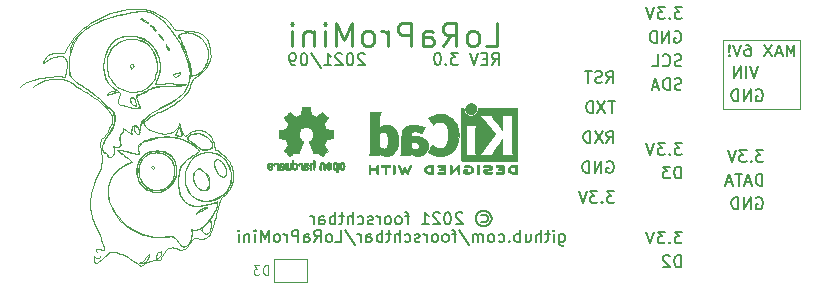
<source format=gbr>
%TF.GenerationSoftware,KiCad,Pcbnew,(5.1.10)-1*%
%TF.CreationDate,2021-09-20T23:46:16+02:00*%
%TF.ProjectId,LoRaProMini,4c6f5261-5072-46f4-9d69-6e692e6b6963,3.0*%
%TF.SameCoordinates,Original*%
%TF.FileFunction,Legend,Bot*%
%TF.FilePolarity,Positive*%
%FSLAX46Y46*%
G04 Gerber Fmt 4.6, Leading zero omitted, Abs format (unit mm)*
G04 Created by KiCad (PCBNEW (5.1.10)-1) date 2021-09-20 23:46:16*
%MOMM*%
%LPD*%
G01*
G04 APERTURE LIST*
%ADD10C,0.120000*%
%ADD11C,0.150000*%
%ADD12C,0.097999*%
%ADD13C,0.250000*%
%ADD14C,0.010000*%
G04 APERTURE END LIST*
D10*
X123630476Y-102231904D02*
X123630476Y-101431904D01*
X123440000Y-101431904D01*
X123325714Y-101470000D01*
X123249523Y-101546190D01*
X123211428Y-101622380D01*
X123173333Y-101774761D01*
X123173333Y-101889047D01*
X123211428Y-102041428D01*
X123249523Y-102117619D01*
X123325714Y-102193809D01*
X123440000Y-102231904D01*
X123630476Y-102231904D01*
X122906666Y-101431904D02*
X122411428Y-101431904D01*
X122678095Y-101736666D01*
X122563809Y-101736666D01*
X122487619Y-101774761D01*
X122449523Y-101812857D01*
X122411428Y-101889047D01*
X122411428Y-102079523D01*
X122449523Y-102155714D01*
X122487619Y-102193809D01*
X122563809Y-102231904D01*
X122792380Y-102231904D01*
X122868571Y-102193809D01*
X122906666Y-102155714D01*
X162140000Y-82390000D02*
X168640000Y-82390000D01*
X162140000Y-88190000D02*
X162140000Y-82390000D01*
X168640000Y-88190000D02*
X162140000Y-88190000D01*
X168640000Y-82390000D02*
X168640000Y-88190000D01*
D11*
X168201904Y-83742380D02*
X168201904Y-82742380D01*
X167868571Y-83456666D01*
X167535238Y-82742380D01*
X167535238Y-83742380D01*
X167106666Y-83456666D02*
X166630476Y-83456666D01*
X167201904Y-83742380D02*
X166868571Y-82742380D01*
X166535238Y-83742380D01*
X166297142Y-82742380D02*
X165630476Y-83742380D01*
X165630476Y-82742380D02*
X166297142Y-83742380D01*
X164059047Y-82742380D02*
X164249523Y-82742380D01*
X164344761Y-82790000D01*
X164392380Y-82837619D01*
X164487619Y-82980476D01*
X164535238Y-83170952D01*
X164535238Y-83551904D01*
X164487619Y-83647142D01*
X164440000Y-83694761D01*
X164344761Y-83742380D01*
X164154285Y-83742380D01*
X164059047Y-83694761D01*
X164011428Y-83647142D01*
X163963809Y-83551904D01*
X163963809Y-83313809D01*
X164011428Y-83218571D01*
X164059047Y-83170952D01*
X164154285Y-83123333D01*
X164344761Y-83123333D01*
X164440000Y-83170952D01*
X164487619Y-83218571D01*
X164535238Y-83313809D01*
X163678095Y-82742380D02*
X163344761Y-83742380D01*
X163011428Y-82742380D01*
X162678095Y-83647142D02*
X162630476Y-83694761D01*
X162678095Y-83742380D01*
X162725714Y-83694761D01*
X162678095Y-83647142D01*
X162678095Y-83742380D01*
X162678095Y-83361428D02*
X162725714Y-82790000D01*
X162678095Y-82742380D01*
X162630476Y-82790000D01*
X162678095Y-83361428D01*
X162678095Y-82742380D01*
D12*
X102640000Y-86290000D02*
X102774952Y-86163458D01*
X102774952Y-86163458D02*
X102858158Y-86103741D01*
X102858158Y-86103741D02*
X102950866Y-86046414D01*
X102950866Y-86046414D02*
X103052337Y-85991494D01*
X103052337Y-85991494D02*
X103161830Y-85938994D01*
X103161830Y-85938994D02*
X103278609Y-85888931D01*
X103278609Y-85888931D02*
X103401932Y-85841319D01*
X103401932Y-85841319D02*
X103531062Y-85796176D01*
X103531062Y-85796176D02*
X103665258Y-85753515D01*
X103665258Y-85753515D02*
X103803783Y-85713352D01*
X103803783Y-85713352D02*
X103945897Y-85675704D01*
X103945897Y-85675704D02*
X104090860Y-85640585D01*
X104090860Y-85640585D02*
X104237935Y-85608010D01*
X104237935Y-85608010D02*
X104386381Y-85577996D01*
X104386381Y-85577996D02*
X104535460Y-85550558D01*
X104535460Y-85550558D02*
X104684432Y-85525711D01*
X104684432Y-85525711D02*
X104832559Y-85503470D01*
X104832559Y-85503470D02*
X104979102Y-85483852D01*
X104979102Y-85483852D02*
X105123320Y-85466871D01*
X105123320Y-85466871D02*
X105264476Y-85452543D01*
X105264476Y-85452543D02*
X105401831Y-85440884D01*
X105401831Y-85440884D02*
X105534644Y-85431909D01*
X105534644Y-85431909D02*
X105662178Y-85425634D01*
X105662178Y-85425634D02*
X105783692Y-85422073D01*
X105783692Y-85422073D02*
X105898449Y-85421243D01*
X105898449Y-85421243D02*
X106005709Y-85423158D01*
X106005709Y-85423158D02*
X106104732Y-85427835D01*
X106104732Y-85427835D02*
X106275113Y-85445535D01*
X106275113Y-85445535D02*
X106403682Y-85474466D01*
D11*
X158578095Y-94074880D02*
X158578095Y-93074880D01*
X158340000Y-93074880D01*
X158197142Y-93122500D01*
X158101904Y-93217738D01*
X158054285Y-93312976D01*
X158006666Y-93503452D01*
X158006666Y-93646309D01*
X158054285Y-93836785D01*
X158101904Y-93932023D01*
X158197142Y-94027261D01*
X158340000Y-94074880D01*
X158578095Y-94074880D01*
X157673333Y-93074880D02*
X157054285Y-93074880D01*
X157387619Y-93455833D01*
X157244761Y-93455833D01*
X157149523Y-93503452D01*
X157101904Y-93551071D01*
X157054285Y-93646309D01*
X157054285Y-93884404D01*
X157101904Y-93979642D01*
X157149523Y-94027261D01*
X157244761Y-94074880D01*
X157530476Y-94074880D01*
X157625714Y-94027261D01*
X157673333Y-93979642D01*
X158578095Y-101574880D02*
X158578095Y-100574880D01*
X158340000Y-100574880D01*
X158197142Y-100622500D01*
X158101904Y-100717738D01*
X158054285Y-100812976D01*
X158006666Y-101003452D01*
X158006666Y-101146309D01*
X158054285Y-101336785D01*
X158101904Y-101432023D01*
X158197142Y-101527261D01*
X158340000Y-101574880D01*
X158578095Y-101574880D01*
X157625714Y-100670119D02*
X157578095Y-100622500D01*
X157482857Y-100574880D01*
X157244761Y-100574880D01*
X157149523Y-100622500D01*
X157101904Y-100670119D01*
X157054285Y-100765357D01*
X157054285Y-100860595D01*
X157101904Y-101003452D01*
X157673333Y-101574880D01*
X157054285Y-101574880D01*
X158673333Y-98574880D02*
X158054285Y-98574880D01*
X158387619Y-98955833D01*
X158244762Y-98955833D01*
X158149523Y-99003452D01*
X158101904Y-99051071D01*
X158054285Y-99146309D01*
X158054285Y-99384404D01*
X158101904Y-99479642D01*
X158149523Y-99527261D01*
X158244762Y-99574880D01*
X158530476Y-99574880D01*
X158625714Y-99527261D01*
X158673333Y-99479642D01*
X157625714Y-99479642D02*
X157578095Y-99527261D01*
X157625714Y-99574880D01*
X157673333Y-99527261D01*
X157625714Y-99479642D01*
X157625714Y-99574880D01*
X157244762Y-98574880D02*
X156625714Y-98574880D01*
X156959047Y-98955833D01*
X156816190Y-98955833D01*
X156720952Y-99003452D01*
X156673333Y-99051071D01*
X156625714Y-99146309D01*
X156625714Y-99384404D01*
X156673333Y-99479642D01*
X156720952Y-99527261D01*
X156816190Y-99574880D01*
X157101904Y-99574880D01*
X157197143Y-99527261D01*
X157244762Y-99479642D01*
X156340000Y-98574880D02*
X156006666Y-99574880D01*
X155673333Y-98574880D01*
X158673333Y-91074880D02*
X158054285Y-91074880D01*
X158387619Y-91455833D01*
X158244762Y-91455833D01*
X158149523Y-91503452D01*
X158101904Y-91551071D01*
X158054285Y-91646309D01*
X158054285Y-91884404D01*
X158101904Y-91979642D01*
X158149523Y-92027261D01*
X158244762Y-92074880D01*
X158530476Y-92074880D01*
X158625714Y-92027261D01*
X158673333Y-91979642D01*
X157625714Y-91979642D02*
X157578095Y-92027261D01*
X157625714Y-92074880D01*
X157673333Y-92027261D01*
X157625714Y-91979642D01*
X157625714Y-92074880D01*
X157244762Y-91074880D02*
X156625714Y-91074880D01*
X156959047Y-91455833D01*
X156816190Y-91455833D01*
X156720952Y-91503452D01*
X156673333Y-91551071D01*
X156625714Y-91646309D01*
X156625714Y-91884404D01*
X156673333Y-91979642D01*
X156720952Y-92027261D01*
X156816190Y-92074880D01*
X157101904Y-92074880D01*
X157197143Y-92027261D01*
X157244762Y-91979642D01*
X156340000Y-91074880D02*
X156006666Y-92074880D01*
X155673333Y-91074880D01*
X152287619Y-85994880D02*
X152620952Y-85518690D01*
X152859047Y-85994880D02*
X152859047Y-84994880D01*
X152478095Y-84994880D01*
X152382857Y-85042500D01*
X152335238Y-85090119D01*
X152287619Y-85185357D01*
X152287619Y-85328214D01*
X152335238Y-85423452D01*
X152382857Y-85471071D01*
X152478095Y-85518690D01*
X152859047Y-85518690D01*
X151906666Y-85947261D02*
X151763809Y-85994880D01*
X151525714Y-85994880D01*
X151430476Y-85947261D01*
X151382857Y-85899642D01*
X151335238Y-85804404D01*
X151335238Y-85709166D01*
X151382857Y-85613928D01*
X151430476Y-85566309D01*
X151525714Y-85518690D01*
X151716190Y-85471071D01*
X151811428Y-85423452D01*
X151859047Y-85375833D01*
X151906666Y-85280595D01*
X151906666Y-85185357D01*
X151859047Y-85090119D01*
X151811428Y-85042500D01*
X151716190Y-84994880D01*
X151478095Y-84994880D01*
X151335238Y-85042500D01*
X151049523Y-84994880D02*
X150478095Y-84994880D01*
X150763809Y-85994880D02*
X150763809Y-84994880D01*
X152287618Y-91074880D02*
X152620952Y-90598690D01*
X152859047Y-91074880D02*
X152859047Y-90074880D01*
X152478094Y-90074880D01*
X152382856Y-90122500D01*
X152335237Y-90170119D01*
X152287618Y-90265357D01*
X152287618Y-90408214D01*
X152335237Y-90503452D01*
X152382856Y-90551071D01*
X152478094Y-90598690D01*
X152859047Y-90598690D01*
X151954285Y-90074880D02*
X151287618Y-91074880D01*
X151287618Y-90074880D02*
X151954285Y-91074880D01*
X150906666Y-91074880D02*
X150906666Y-90074880D01*
X150668571Y-90074880D01*
X150525713Y-90122500D01*
X150430475Y-90217738D01*
X150382856Y-90312976D01*
X150335237Y-90503452D01*
X150335237Y-90646309D01*
X150382856Y-90836785D01*
X150430475Y-90932023D01*
X150525713Y-91027261D01*
X150668571Y-91074880D01*
X150906666Y-91074880D01*
X153001904Y-87534880D02*
X152430476Y-87534880D01*
X152716190Y-88534880D02*
X152716190Y-87534880D01*
X152192380Y-87534880D02*
X151525714Y-88534880D01*
X151525714Y-87534880D02*
X152192380Y-88534880D01*
X151144761Y-88534880D02*
X151144761Y-87534880D01*
X150906666Y-87534880D01*
X150763809Y-87582500D01*
X150668571Y-87677738D01*
X150620952Y-87772976D01*
X150573333Y-87963452D01*
X150573333Y-88106309D01*
X150620952Y-88296785D01*
X150668571Y-88392023D01*
X150763809Y-88487261D01*
X150906666Y-88534880D01*
X151144761Y-88534880D01*
X152335237Y-92662500D02*
X152430475Y-92614880D01*
X152573333Y-92614880D01*
X152716190Y-92662500D01*
X152811428Y-92757738D01*
X152859047Y-92852976D01*
X152906666Y-93043452D01*
X152906666Y-93186309D01*
X152859047Y-93376785D01*
X152811428Y-93472023D01*
X152716190Y-93567261D01*
X152573333Y-93614880D01*
X152478094Y-93614880D01*
X152335237Y-93567261D01*
X152287618Y-93519642D01*
X152287618Y-93186309D01*
X152478094Y-93186309D01*
X151859047Y-93614880D02*
X151859047Y-92614880D01*
X151287618Y-93614880D01*
X151287618Y-92614880D01*
X150811428Y-93614880D02*
X150811428Y-92614880D01*
X150573333Y-92614880D01*
X150430475Y-92662500D01*
X150335237Y-92757738D01*
X150287618Y-92852976D01*
X150239999Y-93043452D01*
X150239999Y-93186309D01*
X150287618Y-93376785D01*
X150335237Y-93472023D01*
X150430475Y-93567261D01*
X150573333Y-93614880D01*
X150811428Y-93614880D01*
X152954285Y-95154880D02*
X152335237Y-95154880D01*
X152668571Y-95535833D01*
X152525714Y-95535833D01*
X152430475Y-95583452D01*
X152382856Y-95631071D01*
X152335237Y-95726309D01*
X152335237Y-95964404D01*
X152382856Y-96059642D01*
X152430475Y-96107261D01*
X152525714Y-96154880D01*
X152811428Y-96154880D01*
X152906666Y-96107261D01*
X152954285Y-96059642D01*
X151906666Y-96059642D02*
X151859047Y-96107261D01*
X151906666Y-96154880D01*
X151954285Y-96107261D01*
X151906666Y-96059642D01*
X151906666Y-96154880D01*
X151525714Y-95154880D02*
X150906666Y-95154880D01*
X151239999Y-95535833D01*
X151097142Y-95535833D01*
X151001904Y-95583452D01*
X150954285Y-95631071D01*
X150906666Y-95726309D01*
X150906666Y-95964404D01*
X150954285Y-96059642D01*
X151001904Y-96107261D01*
X151097142Y-96154880D01*
X151382856Y-96154880D01*
X151478095Y-96107261D01*
X151525714Y-96059642D01*
X150620952Y-95154880D02*
X150287618Y-96154880D01*
X149954285Y-95154880D01*
D13*
X142054285Y-82894761D02*
X143006666Y-82894761D01*
X143006666Y-80894761D01*
X141101904Y-82894761D02*
X141292380Y-82799523D01*
X141387619Y-82704285D01*
X141482857Y-82513809D01*
X141482857Y-81942380D01*
X141387619Y-81751904D01*
X141292380Y-81656666D01*
X141101904Y-81561428D01*
X140816190Y-81561428D01*
X140625714Y-81656666D01*
X140530476Y-81751904D01*
X140435238Y-81942380D01*
X140435238Y-82513809D01*
X140530476Y-82704285D01*
X140625714Y-82799523D01*
X140816190Y-82894761D01*
X141101904Y-82894761D01*
X138435238Y-82894761D02*
X139101904Y-81942380D01*
X139578095Y-82894761D02*
X139578095Y-80894761D01*
X138816190Y-80894761D01*
X138625714Y-80990000D01*
X138530476Y-81085238D01*
X138435238Y-81275714D01*
X138435238Y-81561428D01*
X138530476Y-81751904D01*
X138625714Y-81847142D01*
X138816190Y-81942380D01*
X139578095Y-81942380D01*
X136720952Y-82894761D02*
X136720952Y-81847142D01*
X136816190Y-81656666D01*
X137006666Y-81561428D01*
X137387619Y-81561428D01*
X137578095Y-81656666D01*
X136720952Y-82799523D02*
X136911428Y-82894761D01*
X137387619Y-82894761D01*
X137578095Y-82799523D01*
X137673333Y-82609047D01*
X137673333Y-82418571D01*
X137578095Y-82228095D01*
X137387619Y-82132857D01*
X136911428Y-82132857D01*
X136720952Y-82037619D01*
X135768571Y-82894761D02*
X135768571Y-80894761D01*
X135006666Y-80894761D01*
X134816190Y-80990000D01*
X134720952Y-81085238D01*
X134625714Y-81275714D01*
X134625714Y-81561428D01*
X134720952Y-81751904D01*
X134816190Y-81847142D01*
X135006666Y-81942380D01*
X135768571Y-81942380D01*
X133768571Y-82894761D02*
X133768571Y-81561428D01*
X133768571Y-81942380D02*
X133673333Y-81751904D01*
X133578095Y-81656666D01*
X133387619Y-81561428D01*
X133197142Y-81561428D01*
X132244761Y-82894761D02*
X132435238Y-82799523D01*
X132530476Y-82704285D01*
X132625714Y-82513809D01*
X132625714Y-81942380D01*
X132530476Y-81751904D01*
X132435238Y-81656666D01*
X132244761Y-81561428D01*
X131959047Y-81561428D01*
X131768571Y-81656666D01*
X131673333Y-81751904D01*
X131578095Y-81942380D01*
X131578095Y-82513809D01*
X131673333Y-82704285D01*
X131768571Y-82799523D01*
X131959047Y-82894761D01*
X132244761Y-82894761D01*
X130720952Y-82894761D02*
X130720952Y-80894761D01*
X130054285Y-82323333D01*
X129387619Y-80894761D01*
X129387619Y-82894761D01*
X128435238Y-82894761D02*
X128435238Y-81561428D01*
X128435238Y-80894761D02*
X128530476Y-80990000D01*
X128435238Y-81085238D01*
X128340000Y-80990000D01*
X128435238Y-80894761D01*
X128435238Y-81085238D01*
X127482857Y-81561428D02*
X127482857Y-82894761D01*
X127482857Y-81751904D02*
X127387619Y-81656666D01*
X127197142Y-81561428D01*
X126911428Y-81561428D01*
X126720952Y-81656666D01*
X126625714Y-81847142D01*
X126625714Y-82894761D01*
X125673333Y-82894761D02*
X125673333Y-81561428D01*
X125673333Y-80894761D02*
X125768571Y-80990000D01*
X125673333Y-81085238D01*
X125578095Y-80990000D01*
X125673333Y-80894761D01*
X125673333Y-81085238D01*
D11*
X131808928Y-83572952D02*
X131761309Y-83525333D01*
X131666071Y-83477713D01*
X131427976Y-83477713D01*
X131332738Y-83525333D01*
X131285119Y-83572952D01*
X131237500Y-83668190D01*
X131237500Y-83763428D01*
X131285119Y-83906285D01*
X131856547Y-84477713D01*
X131237500Y-84477713D01*
X130618452Y-83477713D02*
X130523214Y-83477713D01*
X130427976Y-83525333D01*
X130380357Y-83572952D01*
X130332738Y-83668190D01*
X130285119Y-83858666D01*
X130285119Y-84096761D01*
X130332738Y-84287237D01*
X130380357Y-84382475D01*
X130427976Y-84430094D01*
X130523214Y-84477713D01*
X130618452Y-84477713D01*
X130713690Y-84430094D01*
X130761309Y-84382475D01*
X130808928Y-84287237D01*
X130856547Y-84096761D01*
X130856547Y-83858666D01*
X130808928Y-83668190D01*
X130761309Y-83572952D01*
X130713690Y-83525333D01*
X130618452Y-83477713D01*
X129904166Y-83572952D02*
X129856547Y-83525333D01*
X129761309Y-83477713D01*
X129523214Y-83477713D01*
X129427976Y-83525333D01*
X129380357Y-83572952D01*
X129332738Y-83668190D01*
X129332738Y-83763428D01*
X129380357Y-83906285D01*
X129951785Y-84477713D01*
X129332738Y-84477713D01*
X128380357Y-84477713D02*
X128951785Y-84477713D01*
X128666071Y-84477713D02*
X128666071Y-83477713D01*
X128761309Y-83620571D01*
X128856547Y-83715809D01*
X128951785Y-83763428D01*
X127237500Y-83430094D02*
X128094642Y-84715809D01*
X126713690Y-83477713D02*
X126618452Y-83477713D01*
X126523214Y-83525333D01*
X126475595Y-83572952D01*
X126427976Y-83668190D01*
X126380357Y-83858666D01*
X126380357Y-84096761D01*
X126427976Y-84287237D01*
X126475595Y-84382475D01*
X126523214Y-84430094D01*
X126618452Y-84477713D01*
X126713690Y-84477713D01*
X126808928Y-84430094D01*
X126856547Y-84382475D01*
X126904166Y-84287237D01*
X126951785Y-84096761D01*
X126951785Y-83858666D01*
X126904166Y-83668190D01*
X126856547Y-83572952D01*
X126808928Y-83525333D01*
X126713690Y-83477713D01*
X125904166Y-84477713D02*
X125713690Y-84477713D01*
X125618452Y-84430094D01*
X125570833Y-84382475D01*
X125475595Y-84239618D01*
X125427976Y-84049142D01*
X125427976Y-83668190D01*
X125475595Y-83572952D01*
X125523214Y-83525333D01*
X125618452Y-83477713D01*
X125808928Y-83477713D01*
X125904166Y-83525333D01*
X125951785Y-83572952D01*
X125999404Y-83668190D01*
X125999404Y-83906285D01*
X125951785Y-84001523D01*
X125904166Y-84049142D01*
X125808928Y-84096761D01*
X125618452Y-84096761D01*
X125523214Y-84049142D01*
X125475595Y-84001523D01*
X125427976Y-83906285D01*
X142590857Y-84442380D02*
X142924190Y-83966190D01*
X143162285Y-84442380D02*
X143162285Y-83442380D01*
X142781333Y-83442380D01*
X142686095Y-83490000D01*
X142638476Y-83537619D01*
X142590857Y-83632857D01*
X142590857Y-83775714D01*
X142638476Y-83870952D01*
X142686095Y-83918571D01*
X142781333Y-83966190D01*
X143162285Y-83966190D01*
X142162285Y-83918571D02*
X141828952Y-83918571D01*
X141686095Y-84442380D02*
X142162285Y-84442380D01*
X142162285Y-83442380D01*
X141686095Y-83442380D01*
X141400380Y-83442380D02*
X141067047Y-84442380D01*
X140733714Y-83442380D01*
X139733714Y-83442380D02*
X139114666Y-83442380D01*
X139448000Y-83823333D01*
X139305142Y-83823333D01*
X139209904Y-83870952D01*
X139162285Y-83918571D01*
X139114666Y-84013809D01*
X139114666Y-84251904D01*
X139162285Y-84347142D01*
X139209904Y-84394761D01*
X139305142Y-84442380D01*
X139590857Y-84442380D01*
X139686095Y-84394761D01*
X139733714Y-84347142D01*
X138686095Y-84347142D02*
X138638476Y-84394761D01*
X138686095Y-84442380D01*
X138733714Y-84394761D01*
X138686095Y-84347142D01*
X138686095Y-84442380D01*
X138019428Y-83442380D02*
X137924190Y-83442380D01*
X137828952Y-83490000D01*
X137781333Y-83537619D01*
X137733714Y-83632857D01*
X137686095Y-83823333D01*
X137686095Y-84061428D01*
X137733714Y-84251904D01*
X137781333Y-84347142D01*
X137828952Y-84394761D01*
X137924190Y-84442380D01*
X138019428Y-84442380D01*
X138114666Y-84394761D01*
X138162285Y-84347142D01*
X138209904Y-84251904D01*
X138257523Y-84061428D01*
X138257523Y-83823333D01*
X138209904Y-83632857D01*
X138162285Y-83537619D01*
X138114666Y-83490000D01*
X138019428Y-83442380D01*
X141696904Y-97180476D02*
X141792142Y-97132857D01*
X141982619Y-97132857D01*
X142077857Y-97180476D01*
X142173095Y-97275714D01*
X142220714Y-97370952D01*
X142220714Y-97561428D01*
X142173095Y-97656666D01*
X142077857Y-97751904D01*
X141982619Y-97799523D01*
X141792142Y-97799523D01*
X141696904Y-97751904D01*
X141887380Y-96799523D02*
X142125476Y-96847142D01*
X142363571Y-96990000D01*
X142506428Y-97228095D01*
X142554047Y-97466190D01*
X142506428Y-97704285D01*
X142363571Y-97942380D01*
X142125476Y-98085238D01*
X141887380Y-98132857D01*
X141649285Y-98085238D01*
X141411190Y-97942380D01*
X141268333Y-97704285D01*
X141220714Y-97466190D01*
X141268333Y-97228095D01*
X141411190Y-96990000D01*
X141649285Y-96847142D01*
X141887380Y-96799523D01*
X140077857Y-97037619D02*
X140030238Y-96990000D01*
X139935000Y-96942380D01*
X139696904Y-96942380D01*
X139601666Y-96990000D01*
X139554047Y-97037619D01*
X139506428Y-97132857D01*
X139506428Y-97228095D01*
X139554047Y-97370952D01*
X140125476Y-97942380D01*
X139506428Y-97942380D01*
X138887380Y-96942380D02*
X138792142Y-96942380D01*
X138696904Y-96990000D01*
X138649285Y-97037619D01*
X138601666Y-97132857D01*
X138554047Y-97323333D01*
X138554047Y-97561428D01*
X138601666Y-97751904D01*
X138649285Y-97847142D01*
X138696904Y-97894761D01*
X138792142Y-97942380D01*
X138887380Y-97942380D01*
X138982619Y-97894761D01*
X139030238Y-97847142D01*
X139077857Y-97751904D01*
X139125476Y-97561428D01*
X139125476Y-97323333D01*
X139077857Y-97132857D01*
X139030238Y-97037619D01*
X138982619Y-96990000D01*
X138887380Y-96942380D01*
X138173095Y-97037619D02*
X138125476Y-96990000D01*
X138030238Y-96942380D01*
X137792142Y-96942380D01*
X137696904Y-96990000D01*
X137649285Y-97037619D01*
X137601666Y-97132857D01*
X137601666Y-97228095D01*
X137649285Y-97370952D01*
X138220714Y-97942380D01*
X137601666Y-97942380D01*
X136649285Y-97942380D02*
X137220714Y-97942380D01*
X136935000Y-97942380D02*
X136935000Y-96942380D01*
X137030238Y-97085238D01*
X137125476Y-97180476D01*
X137220714Y-97228095D01*
X135601666Y-97275714D02*
X135220714Y-97275714D01*
X135458809Y-97942380D02*
X135458809Y-97085238D01*
X135411190Y-96990000D01*
X135315952Y-96942380D01*
X135220714Y-96942380D01*
X134744523Y-97942380D02*
X134839761Y-97894761D01*
X134887380Y-97847142D01*
X134935000Y-97751904D01*
X134935000Y-97466190D01*
X134887380Y-97370952D01*
X134839761Y-97323333D01*
X134744523Y-97275714D01*
X134601666Y-97275714D01*
X134506428Y-97323333D01*
X134458809Y-97370952D01*
X134411190Y-97466190D01*
X134411190Y-97751904D01*
X134458809Y-97847142D01*
X134506428Y-97894761D01*
X134601666Y-97942380D01*
X134744523Y-97942380D01*
X133839761Y-97942380D02*
X133935000Y-97894761D01*
X133982619Y-97847142D01*
X134030238Y-97751904D01*
X134030238Y-97466190D01*
X133982619Y-97370952D01*
X133935000Y-97323333D01*
X133839761Y-97275714D01*
X133696904Y-97275714D01*
X133601666Y-97323333D01*
X133554047Y-97370952D01*
X133506428Y-97466190D01*
X133506428Y-97751904D01*
X133554047Y-97847142D01*
X133601666Y-97894761D01*
X133696904Y-97942380D01*
X133839761Y-97942380D01*
X133077857Y-97942380D02*
X133077857Y-97275714D01*
X133077857Y-97466190D02*
X133030238Y-97370952D01*
X132982619Y-97323333D01*
X132887380Y-97275714D01*
X132792142Y-97275714D01*
X132506428Y-97894761D02*
X132411190Y-97942380D01*
X132220714Y-97942380D01*
X132125476Y-97894761D01*
X132077857Y-97799523D01*
X132077857Y-97751904D01*
X132125476Y-97656666D01*
X132220714Y-97609047D01*
X132363571Y-97609047D01*
X132458809Y-97561428D01*
X132506428Y-97466190D01*
X132506428Y-97418571D01*
X132458809Y-97323333D01*
X132363571Y-97275714D01*
X132220714Y-97275714D01*
X132125476Y-97323333D01*
X131220714Y-97894761D02*
X131315952Y-97942380D01*
X131506428Y-97942380D01*
X131601666Y-97894761D01*
X131649285Y-97847142D01*
X131696904Y-97751904D01*
X131696904Y-97466190D01*
X131649285Y-97370952D01*
X131601666Y-97323333D01*
X131506428Y-97275714D01*
X131315952Y-97275714D01*
X131220714Y-97323333D01*
X130792142Y-97942380D02*
X130792142Y-96942380D01*
X130363571Y-97942380D02*
X130363571Y-97418571D01*
X130411190Y-97323333D01*
X130506428Y-97275714D01*
X130649285Y-97275714D01*
X130744523Y-97323333D01*
X130792142Y-97370952D01*
X130030238Y-97275714D02*
X129649285Y-97275714D01*
X129887380Y-96942380D02*
X129887380Y-97799523D01*
X129839761Y-97894761D01*
X129744523Y-97942380D01*
X129649285Y-97942380D01*
X129315952Y-97942380D02*
X129315952Y-96942380D01*
X129315952Y-97323333D02*
X129220714Y-97275714D01*
X129030238Y-97275714D01*
X128935000Y-97323333D01*
X128887380Y-97370952D01*
X128839761Y-97466190D01*
X128839761Y-97751904D01*
X128887380Y-97847142D01*
X128935000Y-97894761D01*
X129030238Y-97942380D01*
X129220714Y-97942380D01*
X129315952Y-97894761D01*
X127982619Y-97942380D02*
X127982619Y-97418571D01*
X128030238Y-97323333D01*
X128125476Y-97275714D01*
X128315952Y-97275714D01*
X128411190Y-97323333D01*
X127982619Y-97894761D02*
X128077857Y-97942380D01*
X128315952Y-97942380D01*
X128411190Y-97894761D01*
X128458809Y-97799523D01*
X128458809Y-97704285D01*
X128411190Y-97609047D01*
X128315952Y-97561428D01*
X128077857Y-97561428D01*
X127982619Y-97513809D01*
X127506428Y-97942380D02*
X127506428Y-97275714D01*
X127506428Y-97466190D02*
X127458809Y-97370952D01*
X127411190Y-97323333D01*
X127315952Y-97275714D01*
X127220714Y-97275714D01*
X148292142Y-98775714D02*
X148292142Y-99585238D01*
X148339761Y-99680476D01*
X148387380Y-99728095D01*
X148482619Y-99775714D01*
X148625476Y-99775714D01*
X148720714Y-99728095D01*
X148292142Y-99394761D02*
X148387380Y-99442380D01*
X148577857Y-99442380D01*
X148673095Y-99394761D01*
X148720714Y-99347142D01*
X148768333Y-99251904D01*
X148768333Y-98966190D01*
X148720714Y-98870952D01*
X148673095Y-98823333D01*
X148577857Y-98775714D01*
X148387380Y-98775714D01*
X148292142Y-98823333D01*
X147815952Y-99442380D02*
X147815952Y-98775714D01*
X147815952Y-98442380D02*
X147863571Y-98490000D01*
X147815952Y-98537619D01*
X147768333Y-98490000D01*
X147815952Y-98442380D01*
X147815952Y-98537619D01*
X147482619Y-98775714D02*
X147101666Y-98775714D01*
X147339761Y-98442380D02*
X147339761Y-99299523D01*
X147292142Y-99394761D01*
X147196904Y-99442380D01*
X147101666Y-99442380D01*
X146768333Y-99442380D02*
X146768333Y-98442380D01*
X146339761Y-99442380D02*
X146339761Y-98918571D01*
X146387380Y-98823333D01*
X146482619Y-98775714D01*
X146625476Y-98775714D01*
X146720714Y-98823333D01*
X146768333Y-98870952D01*
X145435000Y-98775714D02*
X145435000Y-99442380D01*
X145863571Y-98775714D02*
X145863571Y-99299523D01*
X145815952Y-99394761D01*
X145720714Y-99442380D01*
X145577857Y-99442380D01*
X145482619Y-99394761D01*
X145435000Y-99347142D01*
X144958809Y-99442380D02*
X144958809Y-98442380D01*
X144958809Y-98823333D02*
X144863571Y-98775714D01*
X144673095Y-98775714D01*
X144577857Y-98823333D01*
X144530238Y-98870952D01*
X144482619Y-98966190D01*
X144482619Y-99251904D01*
X144530238Y-99347142D01*
X144577857Y-99394761D01*
X144673095Y-99442380D01*
X144863571Y-99442380D01*
X144958809Y-99394761D01*
X144054047Y-99347142D02*
X144006428Y-99394761D01*
X144054047Y-99442380D01*
X144101666Y-99394761D01*
X144054047Y-99347142D01*
X144054047Y-99442380D01*
X143149285Y-99394761D02*
X143244523Y-99442380D01*
X143435000Y-99442380D01*
X143530238Y-99394761D01*
X143577857Y-99347142D01*
X143625476Y-99251904D01*
X143625476Y-98966190D01*
X143577857Y-98870952D01*
X143530238Y-98823333D01*
X143435000Y-98775714D01*
X143244523Y-98775714D01*
X143149285Y-98823333D01*
X142577857Y-99442380D02*
X142673095Y-99394761D01*
X142720714Y-99347142D01*
X142768333Y-99251904D01*
X142768333Y-98966190D01*
X142720714Y-98870952D01*
X142673095Y-98823333D01*
X142577857Y-98775714D01*
X142435000Y-98775714D01*
X142339761Y-98823333D01*
X142292142Y-98870952D01*
X142244523Y-98966190D01*
X142244523Y-99251904D01*
X142292142Y-99347142D01*
X142339761Y-99394761D01*
X142435000Y-99442380D01*
X142577857Y-99442380D01*
X141815952Y-99442380D02*
X141815952Y-98775714D01*
X141815952Y-98870952D02*
X141768333Y-98823333D01*
X141673095Y-98775714D01*
X141530238Y-98775714D01*
X141435000Y-98823333D01*
X141387380Y-98918571D01*
X141387380Y-99442380D01*
X141387380Y-98918571D02*
X141339761Y-98823333D01*
X141244523Y-98775714D01*
X141101666Y-98775714D01*
X141006428Y-98823333D01*
X140958809Y-98918571D01*
X140958809Y-99442380D01*
X139768333Y-98394761D02*
X140625476Y-99680476D01*
X139577857Y-98775714D02*
X139196904Y-98775714D01*
X139435000Y-99442380D02*
X139435000Y-98585238D01*
X139387380Y-98490000D01*
X139292142Y-98442380D01*
X139196904Y-98442380D01*
X138720714Y-99442380D02*
X138815952Y-99394761D01*
X138863571Y-99347142D01*
X138911190Y-99251904D01*
X138911190Y-98966190D01*
X138863571Y-98870952D01*
X138815952Y-98823333D01*
X138720714Y-98775714D01*
X138577857Y-98775714D01*
X138482619Y-98823333D01*
X138435000Y-98870952D01*
X138387380Y-98966190D01*
X138387380Y-99251904D01*
X138435000Y-99347142D01*
X138482619Y-99394761D01*
X138577857Y-99442380D01*
X138720714Y-99442380D01*
X137815952Y-99442380D02*
X137911190Y-99394761D01*
X137958809Y-99347142D01*
X138006428Y-99251904D01*
X138006428Y-98966190D01*
X137958809Y-98870952D01*
X137911190Y-98823333D01*
X137815952Y-98775714D01*
X137673095Y-98775714D01*
X137577857Y-98823333D01*
X137530238Y-98870952D01*
X137482619Y-98966190D01*
X137482619Y-99251904D01*
X137530238Y-99347142D01*
X137577857Y-99394761D01*
X137673095Y-99442380D01*
X137815952Y-99442380D01*
X137054047Y-99442380D02*
X137054047Y-98775714D01*
X137054047Y-98966190D02*
X137006428Y-98870952D01*
X136958809Y-98823333D01*
X136863571Y-98775714D01*
X136768333Y-98775714D01*
X136482619Y-99394761D02*
X136387380Y-99442380D01*
X136196904Y-99442380D01*
X136101666Y-99394761D01*
X136054047Y-99299523D01*
X136054047Y-99251904D01*
X136101666Y-99156666D01*
X136196904Y-99109047D01*
X136339761Y-99109047D01*
X136435000Y-99061428D01*
X136482619Y-98966190D01*
X136482619Y-98918571D01*
X136435000Y-98823333D01*
X136339761Y-98775714D01*
X136196904Y-98775714D01*
X136101666Y-98823333D01*
X135196904Y-99394761D02*
X135292142Y-99442380D01*
X135482619Y-99442380D01*
X135577857Y-99394761D01*
X135625476Y-99347142D01*
X135673095Y-99251904D01*
X135673095Y-98966190D01*
X135625476Y-98870952D01*
X135577857Y-98823333D01*
X135482619Y-98775714D01*
X135292142Y-98775714D01*
X135196904Y-98823333D01*
X134768333Y-99442380D02*
X134768333Y-98442380D01*
X134339761Y-99442380D02*
X134339761Y-98918571D01*
X134387380Y-98823333D01*
X134482619Y-98775714D01*
X134625476Y-98775714D01*
X134720714Y-98823333D01*
X134768333Y-98870952D01*
X134006428Y-98775714D02*
X133625476Y-98775714D01*
X133863571Y-98442380D02*
X133863571Y-99299523D01*
X133815952Y-99394761D01*
X133720714Y-99442380D01*
X133625476Y-99442380D01*
X133292142Y-99442380D02*
X133292142Y-98442380D01*
X133292142Y-98823333D02*
X133196904Y-98775714D01*
X133006428Y-98775714D01*
X132911190Y-98823333D01*
X132863571Y-98870952D01*
X132815952Y-98966190D01*
X132815952Y-99251904D01*
X132863571Y-99347142D01*
X132911190Y-99394761D01*
X133006428Y-99442380D01*
X133196904Y-99442380D01*
X133292142Y-99394761D01*
X131958809Y-99442380D02*
X131958809Y-98918571D01*
X132006428Y-98823333D01*
X132101666Y-98775714D01*
X132292142Y-98775714D01*
X132387380Y-98823333D01*
X131958809Y-99394761D02*
X132054047Y-99442380D01*
X132292142Y-99442380D01*
X132387380Y-99394761D01*
X132435000Y-99299523D01*
X132435000Y-99204285D01*
X132387380Y-99109047D01*
X132292142Y-99061428D01*
X132054047Y-99061428D01*
X131958809Y-99013809D01*
X131482619Y-99442380D02*
X131482619Y-98775714D01*
X131482619Y-98966190D02*
X131435000Y-98870952D01*
X131387380Y-98823333D01*
X131292142Y-98775714D01*
X131196904Y-98775714D01*
X130149285Y-98394761D02*
X131006428Y-99680476D01*
X129339761Y-99442380D02*
X129815952Y-99442380D01*
X129815952Y-98442380D01*
X128863571Y-99442380D02*
X128958809Y-99394761D01*
X129006428Y-99347142D01*
X129054047Y-99251904D01*
X129054047Y-98966190D01*
X129006428Y-98870952D01*
X128958809Y-98823333D01*
X128863571Y-98775714D01*
X128720714Y-98775714D01*
X128625476Y-98823333D01*
X128577857Y-98870952D01*
X128530238Y-98966190D01*
X128530238Y-99251904D01*
X128577857Y-99347142D01*
X128625476Y-99394761D01*
X128720714Y-99442380D01*
X128863571Y-99442380D01*
X127530238Y-99442380D02*
X127863571Y-98966190D01*
X128101666Y-99442380D02*
X128101666Y-98442380D01*
X127720714Y-98442380D01*
X127625476Y-98490000D01*
X127577857Y-98537619D01*
X127530238Y-98632857D01*
X127530238Y-98775714D01*
X127577857Y-98870952D01*
X127625476Y-98918571D01*
X127720714Y-98966190D01*
X128101666Y-98966190D01*
X126673095Y-99442380D02*
X126673095Y-98918571D01*
X126720714Y-98823333D01*
X126815952Y-98775714D01*
X127006428Y-98775714D01*
X127101666Y-98823333D01*
X126673095Y-99394761D02*
X126768333Y-99442380D01*
X127006428Y-99442380D01*
X127101666Y-99394761D01*
X127149285Y-99299523D01*
X127149285Y-99204285D01*
X127101666Y-99109047D01*
X127006428Y-99061428D01*
X126768333Y-99061428D01*
X126673095Y-99013809D01*
X126196904Y-99442380D02*
X126196904Y-98442380D01*
X125815952Y-98442380D01*
X125720714Y-98490000D01*
X125673095Y-98537619D01*
X125625476Y-98632857D01*
X125625476Y-98775714D01*
X125673095Y-98870952D01*
X125720714Y-98918571D01*
X125815952Y-98966190D01*
X126196904Y-98966190D01*
X125196904Y-99442380D02*
X125196904Y-98775714D01*
X125196904Y-98966190D02*
X125149285Y-98870952D01*
X125101666Y-98823333D01*
X125006428Y-98775714D01*
X124911190Y-98775714D01*
X124435000Y-99442380D02*
X124530238Y-99394761D01*
X124577857Y-99347142D01*
X124625476Y-99251904D01*
X124625476Y-98966190D01*
X124577857Y-98870952D01*
X124530238Y-98823333D01*
X124435000Y-98775714D01*
X124292142Y-98775714D01*
X124196904Y-98823333D01*
X124149285Y-98870952D01*
X124101666Y-98966190D01*
X124101666Y-99251904D01*
X124149285Y-99347142D01*
X124196904Y-99394761D01*
X124292142Y-99442380D01*
X124435000Y-99442380D01*
X123673095Y-99442380D02*
X123673095Y-98442380D01*
X123339761Y-99156666D01*
X123006428Y-98442380D01*
X123006428Y-99442380D01*
X122530238Y-99442380D02*
X122530238Y-98775714D01*
X122530238Y-98442380D02*
X122577857Y-98490000D01*
X122530238Y-98537619D01*
X122482619Y-98490000D01*
X122530238Y-98442380D01*
X122530238Y-98537619D01*
X122054047Y-98775714D02*
X122054047Y-99442380D01*
X122054047Y-98870952D02*
X122006428Y-98823333D01*
X121911190Y-98775714D01*
X121768333Y-98775714D01*
X121673095Y-98823333D01*
X121625476Y-98918571D01*
X121625476Y-99442380D01*
X121149285Y-99442380D02*
X121149285Y-98775714D01*
X121149285Y-98442380D02*
X121196904Y-98490000D01*
X121149285Y-98537619D01*
X121101666Y-98490000D01*
X121149285Y-98442380D01*
X121149285Y-98537619D01*
D12*
X120511559Y-93875795D02*
X120478042Y-93614820D01*
X120478042Y-93614820D02*
X120425798Y-93372553D01*
X120425798Y-93372553D02*
X120356120Y-93148829D01*
X120356120Y-93148829D02*
X120270300Y-92943484D01*
X120270300Y-92943484D02*
X120169631Y-92756354D01*
X120169631Y-92756354D02*
X120055405Y-92587275D01*
X120055405Y-92587275D02*
X119928916Y-92436083D01*
X119928916Y-92436083D02*
X119791456Y-92302615D01*
X119791456Y-92302615D02*
X119644318Y-92186707D01*
X119644318Y-92186707D02*
X119488795Y-92088194D01*
X119488795Y-92088194D02*
X119326179Y-92006912D01*
X119326179Y-92006912D02*
X119157763Y-91942698D01*
X119157763Y-91942698D02*
X118984840Y-91895389D01*
X118984840Y-91895389D02*
X118808703Y-91864819D01*
X118808703Y-91864819D02*
X118630645Y-91850825D01*
X118630645Y-91850825D02*
X118451958Y-91853243D01*
X118451958Y-91853243D02*
X118273934Y-91871910D01*
X118273934Y-91871910D02*
X118097867Y-91906661D01*
X118097867Y-91906661D02*
X117925050Y-91957332D01*
X117925050Y-91957332D02*
X117756775Y-92023759D01*
X117756775Y-92023759D02*
X117594335Y-92105780D01*
X117594335Y-92105780D02*
X117439023Y-92203228D01*
X117439023Y-92203228D02*
X117292131Y-92315942D01*
X117292131Y-92315942D02*
X117154953Y-92443756D01*
X117154953Y-92443756D02*
X117028780Y-92586508D01*
X117028780Y-92586508D02*
X116914906Y-92744032D01*
X116914906Y-92744032D02*
X116814624Y-92916166D01*
X116814624Y-92916166D02*
X116729226Y-93102744D01*
X116729226Y-93102744D02*
X116660004Y-93303604D01*
X116660004Y-93303604D02*
X116608253Y-93518581D01*
X116608253Y-93518581D02*
X116575264Y-93747512D01*
X116575264Y-93747512D02*
X116562331Y-93990233D01*
X110026503Y-92021245D02*
X110069531Y-92151247D01*
X110069531Y-92151247D02*
X110120756Y-92237527D01*
X110120756Y-92237527D02*
X110208270Y-92294777D01*
X110208270Y-92294777D02*
X110333629Y-92259947D01*
X110333629Y-92259947D02*
X110424772Y-92170079D01*
X110424772Y-92170079D02*
X110480144Y-92088224D01*
X110480144Y-92088224D02*
X110528702Y-91994048D01*
X110528702Y-91994048D02*
X110568303Y-91892037D01*
X110568303Y-91892037D02*
X110596800Y-91786676D01*
X110596800Y-91786676D02*
X110612052Y-91682454D01*
X110612052Y-91682454D02*
X110611912Y-91583854D01*
X110611912Y-91583854D02*
X110578154Y-91456312D01*
X110578154Y-91456312D02*
X110497705Y-91366658D01*
X115660611Y-81448180D02*
X115811549Y-81474385D01*
X115811549Y-81474385D02*
X115960725Y-81495758D01*
X115960725Y-81495758D02*
X116107970Y-81513065D01*
X116107970Y-81513065D02*
X116253114Y-81527074D01*
X116253114Y-81527074D02*
X116395988Y-81538554D01*
X116395988Y-81538554D02*
X116536423Y-81548273D01*
X116536423Y-81548273D02*
X116674249Y-81556998D01*
X116674249Y-81556998D02*
X116809297Y-81565499D01*
X116809297Y-81565499D02*
X116941398Y-81574542D01*
X116941398Y-81574542D02*
X117070381Y-81584896D01*
X117070381Y-81584896D02*
X117196079Y-81597329D01*
X117196079Y-81597329D02*
X117318321Y-81612609D01*
X117318321Y-81612609D02*
X117436939Y-81631504D01*
X117436939Y-81631504D02*
X117551762Y-81654782D01*
X117551762Y-81654782D02*
X117662622Y-81683211D01*
X117662622Y-81683211D02*
X117769349Y-81717559D01*
X117769349Y-81717559D02*
X117871775Y-81758595D01*
X117871775Y-81758595D02*
X117969728Y-81807086D01*
X117969728Y-81807086D02*
X118063041Y-81863800D01*
X118063041Y-81863800D02*
X118151544Y-81929505D01*
X118151544Y-81929505D02*
X118235067Y-82004970D01*
X118235067Y-82004970D02*
X118313442Y-82090963D01*
X118313442Y-82090963D02*
X118386498Y-82188251D01*
X118386498Y-82188251D02*
X118454067Y-82297603D01*
X118454067Y-82297603D02*
X118515980Y-82419786D01*
X118515980Y-82419786D02*
X118572066Y-82555569D01*
X118572066Y-82555569D02*
X118622157Y-82705720D01*
X118622157Y-82705720D02*
X118666082Y-82871006D01*
X118666082Y-82871006D02*
X118703674Y-83052197D01*
X118703674Y-83052197D02*
X118734763Y-83250059D01*
X118734763Y-83250059D02*
X118759178Y-83465361D01*
X118759178Y-83465361D02*
X118776752Y-83698872D01*
X118581590Y-83533513D02*
X118569468Y-83409290D01*
X118569468Y-83409290D02*
X118549832Y-83287594D01*
X118549832Y-83287594D02*
X118522989Y-83168651D01*
X118522989Y-83168651D02*
X118489245Y-83052688D01*
X118489245Y-83052688D02*
X118448906Y-82939932D01*
X118448906Y-82939932D02*
X118402281Y-82830609D01*
X118402281Y-82830609D02*
X118349675Y-82724947D01*
X118349675Y-82724947D02*
X118291395Y-82623172D01*
X118291395Y-82623172D02*
X118227749Y-82525512D01*
X118227749Y-82525512D02*
X118159043Y-82432192D01*
X118159043Y-82432192D02*
X118085583Y-82343441D01*
X118085583Y-82343441D02*
X118007677Y-82259484D01*
X118007677Y-82259484D02*
X117925631Y-82180548D01*
X117925631Y-82180548D02*
X117839753Y-82106861D01*
X117839753Y-82106861D02*
X117750349Y-82038650D01*
X117750349Y-82038650D02*
X117657725Y-81976141D01*
X117657725Y-81976141D02*
X117562189Y-81919560D01*
X117562189Y-81919560D02*
X117464047Y-81869136D01*
X117464047Y-81869136D02*
X117363607Y-81825094D01*
X117363607Y-81825094D02*
X117261175Y-81787662D01*
X117261175Y-81787662D02*
X117157057Y-81757066D01*
X117157057Y-81757066D02*
X117051561Y-81733534D01*
X117051561Y-81733534D02*
X116944993Y-81717292D01*
X116944993Y-81717292D02*
X116837661Y-81708566D01*
X116837661Y-81708566D02*
X116729871Y-81707585D01*
X116729871Y-81707585D02*
X116621929Y-81714574D01*
X116621929Y-81714574D02*
X116514143Y-81729761D01*
X116514143Y-81729761D02*
X116406819Y-81753372D01*
X116406819Y-81753372D02*
X116300265Y-81785635D01*
X116300265Y-81785635D02*
X116194787Y-81826775D01*
X116194787Y-81826775D02*
X116090691Y-81877021D01*
X116090691Y-81877021D02*
X115988286Y-81936599D01*
X116199890Y-99695879D02*
X116332097Y-99767816D01*
X116332097Y-99767816D02*
X116456552Y-99799233D01*
X116456552Y-99799233D02*
X116572751Y-99794320D01*
X116572751Y-99794320D02*
X116680188Y-99757266D01*
X116680188Y-99757266D02*
X116778359Y-99692260D01*
X116778359Y-99692260D02*
X116866759Y-99603493D01*
X116866759Y-99603493D02*
X116944882Y-99495153D01*
X116944882Y-99495153D02*
X117012225Y-99371430D01*
X117012225Y-99371430D02*
X117068282Y-99236513D01*
X117068282Y-99236513D02*
X117112549Y-99094593D01*
X117112549Y-99094593D02*
X117144519Y-98949858D01*
X117144519Y-98949858D02*
X117163690Y-98806498D01*
X117163690Y-98806498D02*
X117169556Y-98668702D01*
X117169556Y-98668702D02*
X117161611Y-98540661D01*
X117161611Y-98540661D02*
X117139352Y-98426563D01*
X117139352Y-98426563D02*
X117102273Y-98330599D01*
X104587998Y-84285446D02*
X104618321Y-84179880D01*
X104618321Y-84179880D02*
X104652095Y-84083542D01*
X104652095Y-84083542D02*
X104729340Y-83916863D01*
X104729340Y-83916863D02*
X104818417Y-83782034D01*
X104818417Y-83782034D02*
X104918012Y-83675682D01*
X104918012Y-83675682D02*
X105026808Y-83594432D01*
X105026808Y-83594432D02*
X105143493Y-83534909D01*
X105143493Y-83534909D02*
X105266749Y-83493739D01*
X105266749Y-83493739D02*
X105395262Y-83467548D01*
X105395262Y-83467548D02*
X105527718Y-83452961D01*
X105527718Y-83452961D02*
X105662800Y-83446605D01*
X105662800Y-83446605D02*
X105799195Y-83445104D01*
X105799195Y-83445104D02*
X105935586Y-83445086D01*
X105935586Y-83445086D02*
X106070659Y-83443174D01*
X106070659Y-83443174D02*
X106203099Y-83435995D01*
X106203099Y-83435995D02*
X106331591Y-83420175D01*
X106331591Y-83420175D02*
X106454820Y-83392340D01*
X114712006Y-99019664D02*
X114809280Y-98998749D01*
X114809280Y-98998749D02*
X114987757Y-98969376D01*
X114987757Y-98969376D02*
X115146241Y-98955620D01*
X115146241Y-98955620D02*
X115286452Y-98956288D01*
X115286452Y-98956288D02*
X115410115Y-98970190D01*
X115410115Y-98970190D02*
X115518952Y-98996133D01*
X115518952Y-98996133D02*
X115614684Y-99032928D01*
X115614684Y-99032928D02*
X115737481Y-99105858D01*
X115737481Y-99105858D02*
X115840482Y-99196501D01*
X115840482Y-99196501D02*
X115929501Y-99300836D01*
X115929501Y-99300836D02*
X116010351Y-99414842D01*
X116010351Y-99414842D02*
X116088846Y-99534498D01*
X116088846Y-99534498D02*
X116170799Y-99655783D01*
X116170799Y-99655783D02*
X116199890Y-99695879D01*
X116078115Y-89369053D02*
X116136971Y-89550033D01*
X116136971Y-89550033D02*
X116191883Y-89711135D01*
X116191883Y-89711135D02*
X116243214Y-89853299D01*
X116243214Y-89853299D02*
X116291327Y-89977465D01*
X116291327Y-89977465D02*
X116336584Y-90084575D01*
X116336584Y-90084575D02*
X116379349Y-90175569D01*
X116379349Y-90175569D02*
X116458852Y-90312972D01*
X116458852Y-90312972D02*
X116532740Y-90397201D01*
X116532740Y-90397201D02*
X116639395Y-90440307D01*
X116639395Y-90440307D02*
X116749749Y-90406107D01*
X116749749Y-90406107D02*
X116873598Y-90320001D01*
X116873598Y-90320001D02*
X116968502Y-90246304D01*
X116968502Y-90246304D02*
X117076662Y-90168354D01*
X117076662Y-90168354D02*
X117200983Y-90093676D01*
X117200983Y-90093676D02*
X117344368Y-90029797D01*
X117344368Y-90029797D02*
X117509719Y-89984243D01*
X117509719Y-89984243D02*
X117699942Y-89964541D01*
X117699942Y-89964541D02*
X117805287Y-89966736D01*
X108891066Y-100677675D02*
X108977579Y-100736435D01*
X108977579Y-100736435D02*
X109076950Y-100794335D01*
X109076950Y-100794335D02*
X109178204Y-100834972D01*
X109178204Y-100834972D02*
X109283875Y-100835405D01*
X109283875Y-100835405D02*
X109365190Y-100760227D01*
X109365190Y-100760227D02*
X109401195Y-100674951D01*
X118776752Y-83698872D02*
X118770263Y-83800059D01*
X118770263Y-83800059D02*
X118758269Y-83897517D01*
X118758269Y-83897517D02*
X118718830Y-84081801D01*
X118718830Y-84081801D02*
X118660563Y-84252850D01*
X118660563Y-84252850D02*
X118585597Y-84411786D01*
X118585597Y-84411786D02*
X118496060Y-84559736D01*
X118496060Y-84559736D02*
X118394081Y-84697822D01*
X118394081Y-84697822D02*
X118281787Y-84827170D01*
X118281787Y-84827170D02*
X118161307Y-84948905D01*
X118161307Y-84948905D02*
X118034770Y-85064149D01*
X118034770Y-85064149D02*
X117904304Y-85174029D01*
X117904304Y-85174029D02*
X117772038Y-85279668D01*
X117772038Y-85279668D02*
X117640099Y-85382191D01*
X117640099Y-85382191D02*
X117510617Y-85482723D01*
X117510617Y-85482723D02*
X117385719Y-85582387D01*
X117385719Y-85582387D02*
X117267534Y-85682308D01*
X117267534Y-85682308D02*
X117158191Y-85783612D01*
X106454820Y-83392340D02*
X106552703Y-83119824D01*
X106552703Y-83119824D02*
X106680715Y-82850114D01*
X106680715Y-82850114D02*
X106837069Y-82584294D01*
X106837069Y-82584294D02*
X107019975Y-82323451D01*
X107019975Y-82323451D02*
X107227646Y-82068669D01*
X107227646Y-82068669D02*
X107458292Y-81821036D01*
X107458292Y-81821036D02*
X107710126Y-81581636D01*
X107710126Y-81581636D02*
X107981358Y-81351555D01*
X107981358Y-81351555D02*
X108270201Y-81131879D01*
X108270201Y-81131879D02*
X108574866Y-80923693D01*
X108574866Y-80923693D02*
X108893564Y-80728084D01*
X108893564Y-80728084D02*
X109224507Y-80546136D01*
X109224507Y-80546136D02*
X109565907Y-80378937D01*
X109565907Y-80378937D02*
X109915975Y-80227570D01*
X109915975Y-80227570D02*
X110272922Y-80093123D01*
X110272922Y-80093123D02*
X110634961Y-79976680D01*
X110634961Y-79976680D02*
X111000303Y-79879328D01*
X111000303Y-79879328D02*
X111367158Y-79802152D01*
X111367158Y-79802152D02*
X111733740Y-79746238D01*
X111733740Y-79746238D02*
X112098259Y-79712672D01*
X112098259Y-79712672D02*
X112458927Y-79702539D01*
X112458927Y-79702539D02*
X112813956Y-79716924D01*
X112813956Y-79716924D02*
X113161556Y-79756915D01*
X113161556Y-79756915D02*
X113499941Y-79823596D01*
X113499941Y-79823596D02*
X113827320Y-79918052D01*
X113827320Y-79918052D02*
X114141906Y-80041371D01*
X114141906Y-80041371D02*
X114441911Y-80194637D01*
X114441911Y-80194637D02*
X114725545Y-80378936D01*
X114725545Y-80378936D02*
X114991020Y-80595355D01*
X114991020Y-80595355D02*
X115236549Y-80844977D01*
X115236549Y-80844977D02*
X115460342Y-81128890D01*
X115460342Y-81128890D02*
X115660611Y-81448180D01*
X115833442Y-99967565D02*
X115663210Y-99930277D01*
X115663210Y-99930277D02*
X115514282Y-99915471D01*
X115514282Y-99915471D02*
X115384497Y-99921150D01*
X115384497Y-99921150D02*
X115271691Y-99945316D01*
X115271691Y-99945316D02*
X115173703Y-99985971D01*
X115173703Y-99985971D02*
X115088372Y-100041118D01*
X115088372Y-100041118D02*
X115013535Y-100108758D01*
X115013535Y-100108758D02*
X114947030Y-100186893D01*
X114947030Y-100186893D02*
X114886695Y-100273527D01*
X114886695Y-100273527D02*
X114830368Y-100366661D01*
X114830368Y-100366661D02*
X114775888Y-100464298D01*
X114775888Y-100464298D02*
X114721093Y-100564439D01*
X114721093Y-100564439D02*
X114663819Y-100665087D01*
X114663819Y-100665087D02*
X114601906Y-100764245D01*
X114601906Y-100764245D02*
X114533192Y-100859914D01*
X114533192Y-100859914D02*
X114455515Y-100950097D01*
X117135268Y-85366981D02*
X117295178Y-85337966D01*
X117295178Y-85337966D02*
X117446630Y-85293171D01*
X117446630Y-85293171D02*
X117589450Y-85233533D01*
X117589450Y-85233533D02*
X117723465Y-85159987D01*
X117723465Y-85159987D02*
X117848500Y-85073471D01*
X117848500Y-85073471D02*
X117964382Y-84974920D01*
X117964382Y-84974920D02*
X118070938Y-84865272D01*
X118070938Y-84865272D02*
X118167994Y-84745461D01*
X118167994Y-84745461D02*
X118255375Y-84616425D01*
X118255375Y-84616425D02*
X118332909Y-84479100D01*
X118332909Y-84479100D02*
X118400422Y-84334422D01*
X118400422Y-84334422D02*
X118457740Y-84183328D01*
X118457740Y-84183328D02*
X118504689Y-84026753D01*
X118504689Y-84026753D02*
X118541097Y-83865635D01*
X118541097Y-83865635D02*
X118566788Y-83700909D01*
X118566788Y-83700909D02*
X118581590Y-83533513D01*
X115988286Y-81936599D02*
X116049434Y-82039848D01*
X116049434Y-82039848D02*
X116108829Y-82143959D01*
X116108829Y-82143959D02*
X116166482Y-82248872D01*
X116166482Y-82248872D02*
X116222404Y-82354524D01*
X116222404Y-82354524D02*
X116276609Y-82460856D01*
X116276609Y-82460856D02*
X116329108Y-82567807D01*
X116329108Y-82567807D02*
X116379914Y-82675316D01*
X116379914Y-82675316D02*
X116429039Y-82783323D01*
X116429039Y-82783323D02*
X116476494Y-82891767D01*
X116476494Y-82891767D02*
X116522293Y-83000586D01*
X116522293Y-83000586D02*
X116566446Y-83109722D01*
X116566446Y-83109722D02*
X116608967Y-83219112D01*
X116608967Y-83219112D02*
X116649868Y-83328696D01*
X116649868Y-83328696D02*
X116689160Y-83438414D01*
X116689160Y-83438414D02*
X116726856Y-83548204D01*
X116726856Y-83548204D02*
X116762969Y-83658007D01*
X116762969Y-83658007D02*
X116797509Y-83767761D01*
X116797509Y-83767761D02*
X116830490Y-83877406D01*
X116830490Y-83877406D02*
X116861923Y-83986881D01*
X116861923Y-83986881D02*
X116891821Y-84096125D01*
X116891821Y-84096125D02*
X116920195Y-84205078D01*
X116920195Y-84205078D02*
X116947059Y-84313679D01*
X116947059Y-84313679D02*
X116972424Y-84421867D01*
X116972424Y-84421867D02*
X116996302Y-84529582D01*
X116996302Y-84529582D02*
X117018706Y-84636763D01*
X117018706Y-84636763D02*
X117039647Y-84743350D01*
X117039647Y-84743350D02*
X117059139Y-84849280D01*
X117059139Y-84849280D02*
X117077192Y-84954495D01*
X117077192Y-84954495D02*
X117093819Y-85058933D01*
X117093819Y-85058933D02*
X117109033Y-85162534D01*
X117109033Y-85162534D02*
X117122845Y-85265237D01*
X117122845Y-85265237D02*
X117135268Y-85366981D01*
X112660952Y-89893765D02*
X112749328Y-89940721D01*
X112749328Y-89940721D02*
X112783911Y-89959096D01*
X112783911Y-89959096D02*
X112783561Y-89732149D01*
X112783561Y-89732149D02*
X112819689Y-89524605D01*
X112819689Y-89524605D02*
X112889355Y-89334560D01*
X112889355Y-89334560D02*
X112989622Y-89160113D01*
X112989622Y-89160113D02*
X113117554Y-88999362D01*
X113117554Y-88999362D02*
X113270211Y-88850403D01*
X113270211Y-88850403D02*
X113444656Y-88711335D01*
X113444656Y-88711335D02*
X113637953Y-88580256D01*
X113637953Y-88580256D02*
X113847162Y-88455264D01*
X113847162Y-88455264D02*
X114069347Y-88334455D01*
X114069347Y-88334455D02*
X114301570Y-88215928D01*
X114301570Y-88215928D02*
X114540892Y-88097781D01*
X114540892Y-88097781D02*
X114784377Y-87978111D01*
X114784377Y-87978111D02*
X115029087Y-87855016D01*
X115029087Y-87855016D02*
X115272085Y-87726594D01*
X115272085Y-87726594D02*
X115510432Y-87590943D01*
X115510432Y-87590943D02*
X115741190Y-87446159D01*
X115741190Y-87446159D02*
X115961423Y-87290342D01*
X115961423Y-87290342D02*
X116168193Y-87121589D01*
X116168193Y-87121589D02*
X116358561Y-86937997D01*
X116358561Y-86937997D02*
X116529591Y-86737665D01*
X116529591Y-86737665D02*
X116678345Y-86518690D01*
X116678345Y-86518690D02*
X116801884Y-86279169D01*
X116801884Y-86279169D02*
X116897272Y-86017201D01*
X116897272Y-86017201D02*
X116961571Y-85730883D01*
X116961571Y-85730883D02*
X116991843Y-85418314D01*
X116991843Y-85418314D02*
X116985150Y-85077590D01*
X116985150Y-85077590D02*
X116938556Y-84706809D01*
X116938556Y-84706809D02*
X116849121Y-84304070D01*
X116849121Y-84304070D02*
X116713909Y-83867470D01*
X116713909Y-83867470D02*
X116529982Y-83395107D01*
X116529982Y-83395107D02*
X116294402Y-82885079D01*
X106697022Y-85778866D02*
X106546445Y-85736872D01*
X106546445Y-85736872D02*
X106399366Y-85702070D01*
X106399366Y-85702070D02*
X106255808Y-85674114D01*
X106255808Y-85674114D02*
X106115799Y-85652658D01*
X106115799Y-85652658D02*
X105979363Y-85637358D01*
X105979363Y-85637358D02*
X105846526Y-85627868D01*
X105846526Y-85627868D02*
X105717314Y-85623843D01*
X105717314Y-85623843D02*
X105591752Y-85624939D01*
X105591752Y-85624939D02*
X105469867Y-85630810D01*
X105469867Y-85630810D02*
X105351682Y-85641111D01*
X105351682Y-85641111D02*
X105237226Y-85655496D01*
X105237226Y-85655496D02*
X105126522Y-85673622D01*
X105126522Y-85673622D02*
X105019596Y-85695142D01*
X105019596Y-85695142D02*
X104916475Y-85719711D01*
X104916475Y-85719711D02*
X104817183Y-85746985D01*
X104817183Y-85746985D02*
X104721747Y-85776618D01*
X104721747Y-85776618D02*
X104542542Y-85841582D01*
X104542542Y-85841582D02*
X104379067Y-85911842D01*
X104379067Y-85911842D02*
X104231525Y-85984636D01*
X104231525Y-85984636D02*
X104100123Y-86057204D01*
X104100123Y-86057204D02*
X103985064Y-86126786D01*
X103985064Y-86126786D02*
X103886554Y-86190620D01*
X103886554Y-86190620D02*
X103804797Y-86245944D01*
X103804797Y-86245944D02*
X103740000Y-86290000D01*
X111345489Y-89770903D02*
X111422166Y-89853939D01*
X111422166Y-89853939D02*
X111497052Y-89923433D01*
X111497052Y-89923433D02*
X111594170Y-89999133D01*
X111594170Y-89999133D02*
X111688235Y-90060614D01*
X111688235Y-90060614D02*
X111779323Y-90113508D01*
X111779323Y-90113508D02*
X111867507Y-90163446D01*
X111867507Y-90163446D02*
X111952862Y-90216061D01*
X111952862Y-90216061D02*
X112035464Y-90276985D01*
X112035464Y-90276985D02*
X112075756Y-90312323D01*
X114455515Y-100950097D02*
X114322368Y-100954411D01*
X114322368Y-100954411D02*
X114198139Y-100962774D01*
X114198139Y-100962774D02*
X114081939Y-100975108D01*
X114081939Y-100975108D02*
X113972877Y-100991338D01*
X113972877Y-100991338D02*
X113870066Y-101011386D01*
X113870066Y-101011386D02*
X113772615Y-101035175D01*
X113772615Y-101035175D02*
X113634544Y-101077705D01*
X113634544Y-101077705D02*
X113503532Y-101128221D01*
X113503532Y-101128221D02*
X113376578Y-101186464D01*
X113376578Y-101186464D02*
X113250681Y-101252173D01*
X113250681Y-101252173D02*
X113122839Y-101325091D01*
X113122839Y-101325091D02*
X113035048Y-101377579D01*
X113035048Y-101377579D02*
X112944170Y-101433078D01*
X112944170Y-101433078D02*
X112897296Y-101461933D01*
X117509136Y-99082108D02*
X117392373Y-99142105D01*
X117392373Y-99142105D02*
X117289812Y-99218668D01*
X117289812Y-99218668D02*
X117198751Y-99308114D01*
X117198751Y-99308114D02*
X117116491Y-99406759D01*
X117116491Y-99406759D02*
X117040335Y-99510921D01*
X117040335Y-99510921D02*
X116967582Y-99616918D01*
X116967582Y-99616918D02*
X116895533Y-99721066D01*
X116895533Y-99721066D02*
X116821490Y-99819683D01*
X116821490Y-99819683D02*
X116742753Y-99909086D01*
X116742753Y-99909086D02*
X116656623Y-99985592D01*
X116656623Y-99985592D02*
X116560401Y-100045519D01*
X116560401Y-100045519D02*
X116451388Y-100085184D01*
X116451388Y-100085184D02*
X116326885Y-100100903D01*
X116326885Y-100100903D02*
X116184192Y-100088995D01*
X116184192Y-100088995D02*
X116020611Y-100045776D01*
X116020611Y-100045776D02*
X115833442Y-99967565D01*
X111079972Y-90924818D02*
X111053271Y-90789627D01*
X111053271Y-90789627D02*
X111041910Y-90673906D01*
X111041910Y-90673906D02*
X111043838Y-90575282D01*
X111043838Y-90575282D02*
X111067163Y-90454223D01*
X111067163Y-90454223D02*
X111108858Y-90358305D01*
X111108858Y-90358305D02*
X111181068Y-90255701D01*
X111181068Y-90255701D02*
X111257236Y-90164617D01*
X111257236Y-90164617D02*
X111320962Y-90066094D01*
X111320962Y-90066094D02*
X111355846Y-89941175D01*
X111355846Y-89941175D02*
X111353216Y-89818759D01*
X111353216Y-89818759D02*
X111345489Y-89770903D01*
X109468324Y-93156755D02*
X109496592Y-92994306D01*
X109496592Y-92994306D02*
X109518013Y-92842348D01*
X109518013Y-92842348D02*
X109533155Y-92699894D01*
X109533155Y-92699894D02*
X109542589Y-92565959D01*
X109542589Y-92565959D02*
X109546885Y-92439559D01*
X109546885Y-92439559D02*
X109546613Y-92319707D01*
X109546613Y-92319707D02*
X109542343Y-92205420D01*
X109542343Y-92205420D02*
X109534646Y-92095711D01*
X109534646Y-92095711D02*
X109524092Y-91989595D01*
X109524092Y-91989595D02*
X109511250Y-91886088D01*
X109511250Y-91886088D02*
X109496691Y-91784204D01*
X109496691Y-91784204D02*
X109480985Y-91682959D01*
X109480985Y-91682959D02*
X109464702Y-91581366D01*
X109464702Y-91581366D02*
X109448413Y-91478441D01*
X109448413Y-91478441D02*
X109432687Y-91373198D01*
X109432687Y-91373198D02*
X109418096Y-91264654D01*
X116562331Y-93990233D02*
X116576484Y-94244708D01*
X116576484Y-94244708D02*
X116611730Y-94480939D01*
X116611730Y-94480939D02*
X116666664Y-94699086D01*
X116666664Y-94699086D02*
X116739882Y-94899308D01*
X116739882Y-94899308D02*
X116829979Y-95081765D01*
X116829979Y-95081765D02*
X116935552Y-95246616D01*
X116935552Y-95246616D02*
X117055196Y-95394021D01*
X117055196Y-95394021D02*
X117187506Y-95524140D01*
X117187506Y-95524140D02*
X117331078Y-95637131D01*
X117331078Y-95637131D02*
X117484508Y-95733155D01*
X117484508Y-95733155D02*
X117646392Y-95812370D01*
X117646392Y-95812370D02*
X117815324Y-95874938D01*
X117815324Y-95874938D02*
X117989902Y-95921016D01*
X117989902Y-95921016D02*
X118168719Y-95950765D01*
X118168719Y-95950765D02*
X118350373Y-95964344D01*
X118350373Y-95964344D02*
X118533458Y-95961913D01*
X118533458Y-95961913D02*
X118716570Y-95943631D01*
X118716570Y-95943631D02*
X118898305Y-95909658D01*
X118898305Y-95909658D02*
X119077259Y-95860153D01*
X119077259Y-95860153D02*
X119252027Y-95795276D01*
X119252027Y-95795276D02*
X119421205Y-95715186D01*
X119421205Y-95715186D02*
X119583388Y-95620044D01*
X119583388Y-95620044D02*
X119737172Y-95510007D01*
X119737172Y-95510007D02*
X119881153Y-95385237D01*
X119881153Y-95385237D02*
X120013926Y-95245892D01*
X120013926Y-95245892D02*
X120134087Y-95092132D01*
X120134087Y-95092132D02*
X120240232Y-94924117D01*
X120240232Y-94924117D02*
X120330956Y-94742006D01*
X120330956Y-94742006D02*
X120404855Y-94545959D01*
X120404855Y-94545959D02*
X120460525Y-94336135D01*
X120460525Y-94336135D02*
X120496561Y-94112694D01*
X120496561Y-94112694D02*
X120511559Y-93875795D01*
X112743689Y-91863074D02*
X112626653Y-91941452D01*
X112626653Y-91941452D02*
X112527267Y-91964035D01*
X112527267Y-91964035D02*
X112413783Y-91966735D01*
X112413783Y-91966735D02*
X112288765Y-91952854D01*
X112288765Y-91952854D02*
X112154778Y-91925693D01*
X112154778Y-91925693D02*
X112014386Y-91888555D01*
X112014386Y-91888555D02*
X111870153Y-91844742D01*
X111870153Y-91844742D02*
X111724645Y-91797556D01*
X111724645Y-91797556D02*
X111580426Y-91750298D01*
X111580426Y-91750298D02*
X111440059Y-91706270D01*
X111440059Y-91706270D02*
X111306110Y-91668776D01*
X111306110Y-91668776D02*
X111181143Y-91641115D01*
X111181143Y-91641115D02*
X111067722Y-91626592D01*
X111067722Y-91626592D02*
X110968413Y-91628506D01*
X110968413Y-91628506D02*
X110851517Y-91669424D01*
X112897296Y-101461933D02*
X112726404Y-101368011D01*
X112726404Y-101368011D02*
X112559184Y-101268814D01*
X112559184Y-101268814D02*
X112394968Y-101166102D01*
X112394968Y-101166102D02*
X112233092Y-101061633D01*
X112233092Y-101061633D02*
X112072891Y-100957165D01*
X112072891Y-100957165D02*
X111913699Y-100854457D01*
X111913699Y-100854457D02*
X111754851Y-100755268D01*
X111754851Y-100755268D02*
X111595681Y-100661356D01*
X111595681Y-100661356D02*
X111435525Y-100574479D01*
X111435525Y-100574479D02*
X111273717Y-100496396D01*
X111273717Y-100496396D02*
X111109591Y-100428866D01*
X111109591Y-100428866D02*
X110942483Y-100373648D01*
X110942483Y-100373648D02*
X110771726Y-100332499D01*
X110771726Y-100332499D02*
X110596657Y-100307178D01*
X110596657Y-100307178D02*
X110416609Y-100299445D01*
X110416609Y-100299445D02*
X110230917Y-100311057D01*
X113067090Y-89312147D02*
X113132149Y-89483623D01*
X113132149Y-89483623D02*
X113247638Y-89645247D01*
X113247638Y-89645247D02*
X113322016Y-89721524D01*
X113322016Y-89721524D02*
X113406268Y-89794332D01*
X113406268Y-89794332D02*
X113499483Y-89863333D01*
X113499483Y-89863333D02*
X113600750Y-89928192D01*
X113600750Y-89928192D02*
X113709159Y-89988573D01*
X113709159Y-89988573D02*
X113823798Y-90044140D01*
X113823798Y-90044140D02*
X113943755Y-90094558D01*
X113943755Y-90094558D02*
X114068121Y-90139490D01*
X114068121Y-90139490D02*
X114195983Y-90178601D01*
X114195983Y-90178601D02*
X114326432Y-90211555D01*
X114326432Y-90211555D02*
X114458555Y-90238017D01*
X114458555Y-90238017D02*
X114591442Y-90257649D01*
X114591442Y-90257649D02*
X114724182Y-90270117D01*
X114724182Y-90270117D02*
X114855864Y-90275085D01*
X114855864Y-90275085D02*
X114985577Y-90272217D01*
X114985577Y-90272217D02*
X115112409Y-90261177D01*
X115112409Y-90261177D02*
X115235450Y-90241629D01*
X115235450Y-90241629D02*
X115353788Y-90213238D01*
X115353788Y-90213238D02*
X115466513Y-90175668D01*
X115466513Y-90175668D02*
X115572714Y-90128582D01*
X115572714Y-90128582D02*
X115671479Y-90071645D01*
X115671479Y-90071645D02*
X115761898Y-90004522D01*
X115761898Y-90004522D02*
X115843059Y-89926875D01*
X115843059Y-89926875D02*
X115914051Y-89838371D01*
X115914051Y-89838371D02*
X115973964Y-89738672D01*
X115973964Y-89738672D02*
X116021886Y-89627443D01*
X116021886Y-89627443D02*
X116056907Y-89504349D01*
X116056907Y-89504349D02*
X116078115Y-89369053D01*
X117158191Y-85783612D02*
X117112094Y-85979952D01*
X117112094Y-85979952D02*
X117055151Y-86165327D01*
X117055151Y-86165327D02*
X116987921Y-86340279D01*
X116987921Y-86340279D02*
X116910960Y-86505348D01*
X116910960Y-86505348D02*
X116824824Y-86661076D01*
X116824824Y-86661076D02*
X116730072Y-86808005D01*
X116730072Y-86808005D02*
X116627260Y-86946674D01*
X116627260Y-86946674D02*
X116516946Y-87077625D01*
X116516946Y-87077625D02*
X116399686Y-87201400D01*
X116399686Y-87201400D02*
X116276038Y-87318539D01*
X116276038Y-87318539D02*
X116146558Y-87429585D01*
X116146558Y-87429585D02*
X116011804Y-87535077D01*
X116011804Y-87535077D02*
X115872333Y-87635557D01*
X115872333Y-87635557D02*
X115728702Y-87731566D01*
X115728702Y-87731566D02*
X115581469Y-87823646D01*
X115581469Y-87823646D02*
X115431189Y-87912337D01*
X115431189Y-87912337D02*
X115278421Y-87998180D01*
X115278421Y-87998180D02*
X115123721Y-88081718D01*
X115123721Y-88081718D02*
X114967647Y-88163491D01*
X114967647Y-88163491D02*
X114810755Y-88244039D01*
X114810755Y-88244039D02*
X114653603Y-88323905D01*
X114653603Y-88323905D02*
X114496749Y-88403630D01*
X114496749Y-88403630D02*
X114340748Y-88483754D01*
X114340748Y-88483754D02*
X114186158Y-88564819D01*
X114186158Y-88564819D02*
X114033536Y-88647366D01*
X114033536Y-88647366D02*
X113883439Y-88731936D01*
X113883439Y-88731936D02*
X113736425Y-88819070D01*
X113736425Y-88819070D02*
X113593051Y-88909310D01*
X113593051Y-88909310D02*
X113453873Y-89003196D01*
X113453873Y-89003196D02*
X113319449Y-89101271D01*
X113319449Y-89101271D02*
X113190335Y-89204073D01*
X113190335Y-89204073D02*
X113067090Y-89312147D01*
X110182288Y-89803193D02*
X110292013Y-89658928D01*
X110292013Y-89658928D02*
X110372631Y-89513808D01*
X110372631Y-89513808D02*
X110425641Y-89368040D01*
X110425641Y-89368040D02*
X110452544Y-89221827D01*
X110452544Y-89221827D02*
X110454840Y-89075374D01*
X110454840Y-89075374D02*
X110434030Y-88928885D01*
X110434030Y-88928885D02*
X110391613Y-88782567D01*
X110391613Y-88782567D02*
X110329089Y-88636623D01*
X110329089Y-88636623D02*
X110247959Y-88491259D01*
X110247959Y-88491259D02*
X110149723Y-88346679D01*
X110149723Y-88346679D02*
X110035880Y-88203088D01*
X110035880Y-88203088D02*
X109907932Y-88060691D01*
X109907932Y-88060691D02*
X109767379Y-87919692D01*
X109767379Y-87919692D02*
X109615720Y-87780297D01*
X109615720Y-87780297D02*
X109454455Y-87642710D01*
X109454455Y-87642710D02*
X109285086Y-87507137D01*
X109285086Y-87507137D02*
X109109112Y-87373781D01*
X109109112Y-87373781D02*
X108928033Y-87242848D01*
X108928033Y-87242848D02*
X108743349Y-87114542D01*
X108743349Y-87114542D02*
X108556561Y-86989069D01*
X108556561Y-86989069D02*
X108369168Y-86866633D01*
X108369168Y-86866633D02*
X108182672Y-86747439D01*
X108182672Y-86747439D02*
X107998572Y-86631692D01*
X107998572Y-86631692D02*
X107818367Y-86519596D01*
X107818367Y-86519596D02*
X107643560Y-86411357D01*
X107643560Y-86411357D02*
X107475649Y-86307179D01*
X107475649Y-86307179D02*
X107316135Y-86207267D01*
X107316135Y-86207267D02*
X107166517Y-86111826D01*
X107166517Y-86111826D02*
X107028297Y-86021060D01*
X107028297Y-86021060D02*
X106902974Y-85935175D01*
X106902974Y-85935175D02*
X106792049Y-85854375D01*
X106792049Y-85854375D02*
X106697022Y-85778866D01*
X116294402Y-82885079D02*
X116224013Y-82762406D01*
X116224013Y-82762406D02*
X116151820Y-82638533D01*
X116151820Y-82638533D02*
X116077814Y-82513763D01*
X116077814Y-82513763D02*
X116001985Y-82388401D01*
X116001985Y-82388401D02*
X115924322Y-82262750D01*
X115924322Y-82262750D02*
X115844818Y-82137113D01*
X115844818Y-82137113D02*
X115763461Y-82011794D01*
X115763461Y-82011794D02*
X115680242Y-81887096D01*
X115680242Y-81887096D02*
X115595152Y-81763324D01*
X115595152Y-81763324D02*
X115508182Y-81640779D01*
X115508182Y-81640779D02*
X115419321Y-81519767D01*
X115419321Y-81519767D02*
X115328559Y-81400591D01*
X115328559Y-81400591D02*
X115235888Y-81283554D01*
X115235888Y-81283554D02*
X115141298Y-81168959D01*
X115141298Y-81168959D02*
X115044778Y-81057111D01*
X115044778Y-81057111D02*
X114946320Y-80948313D01*
X114946320Y-80948313D02*
X114845914Y-80842869D01*
X114845914Y-80842869D02*
X114743550Y-80741081D01*
X114743550Y-80741081D02*
X114639218Y-80643254D01*
X114639218Y-80643254D02*
X114532910Y-80549691D01*
X114532910Y-80549691D02*
X114424614Y-80460695D01*
X114424614Y-80460695D02*
X114314323Y-80376571D01*
X114314323Y-80376571D02*
X114202025Y-80297622D01*
X114202025Y-80297622D02*
X114087712Y-80224151D01*
X114087712Y-80224151D02*
X113971374Y-80156461D01*
X113971374Y-80156461D02*
X113853001Y-80094858D01*
X113853001Y-80094858D02*
X113732584Y-80039643D01*
X113732584Y-80039643D02*
X113610113Y-79991121D01*
X113610113Y-79991121D02*
X113485578Y-79949595D01*
X113485578Y-79949595D02*
X113358970Y-79915369D01*
X113358970Y-79915369D02*
X113230279Y-79888746D01*
X113230279Y-79888746D02*
X113099496Y-79870030D01*
X118684481Y-98824359D02*
X118587519Y-98925825D01*
X118587519Y-98925825D02*
X118482213Y-99010268D01*
X118482213Y-99010268D02*
X118370504Y-99078044D01*
X118370504Y-99078044D02*
X118254333Y-99129509D01*
X118254333Y-99129509D02*
X118135640Y-99165021D01*
X118135640Y-99165021D02*
X118016368Y-99184935D01*
X118016368Y-99184935D02*
X117898457Y-99189608D01*
X117898457Y-99189608D02*
X117783848Y-99179397D01*
X117783848Y-99179397D02*
X117674484Y-99154657D01*
X117674484Y-99154657D02*
X117572305Y-99115746D01*
X117572305Y-99115746D02*
X117509136Y-99082108D01*
X113627304Y-90808537D02*
X113457460Y-90847240D01*
X113457460Y-90847240D02*
X113302664Y-90885773D01*
X113302664Y-90885773D02*
X113162964Y-90924950D01*
X113162964Y-90924950D02*
X113038412Y-90965585D01*
X113038412Y-90965585D02*
X112929057Y-91008490D01*
X112929057Y-91008490D02*
X112834951Y-91054481D01*
X112834951Y-91054481D02*
X112722494Y-91131031D01*
X112722494Y-91131031D02*
X112644631Y-91219099D01*
X112644631Y-91219099D02*
X112601532Y-91321432D01*
X112601532Y-91321432D02*
X112593368Y-91440775D01*
X112593368Y-91440775D02*
X112620310Y-91579876D01*
X112620310Y-91579876D02*
X112657858Y-91684942D01*
X112657858Y-91684942D02*
X112711136Y-91800823D01*
X112711136Y-91800823D02*
X112743689Y-91863074D01*
X110497705Y-91366658D02*
X110611251Y-91383528D01*
X110611251Y-91383528D02*
X110712777Y-91394706D01*
X110712777Y-91394706D02*
X110843342Y-91400687D01*
X110843342Y-91400687D02*
X110948952Y-91393572D01*
X110948952Y-91393572D02*
X111053109Y-91363415D01*
X111053109Y-91363415D02*
X111128571Y-91291923D01*
X111128571Y-91291923D02*
X111148632Y-91182134D01*
X111148632Y-91182134D02*
X111128690Y-91066191D01*
X111128690Y-91066191D02*
X111094686Y-90962568D01*
X111094686Y-90962568D02*
X111079972Y-90924818D01*
X106403682Y-85474466D02*
X106458025Y-85295150D01*
X106458025Y-85295150D02*
X106503002Y-85126058D01*
X106503002Y-85126058D02*
X106538832Y-84967085D01*
X106538832Y-84967085D02*
X106565735Y-84818125D01*
X106565735Y-84818125D02*
X106583930Y-84679073D01*
X106583930Y-84679073D02*
X106593639Y-84549824D01*
X106593639Y-84549824D02*
X106595081Y-84430272D01*
X106595081Y-84430272D02*
X106588476Y-84320314D01*
X106588476Y-84320314D02*
X106574044Y-84219842D01*
X106574044Y-84219842D02*
X106522580Y-84046939D01*
X106522580Y-84046939D02*
X106442449Y-83910723D01*
X106442449Y-83910723D02*
X106335411Y-83810351D01*
X106335411Y-83810351D02*
X106203227Y-83744982D01*
X106203227Y-83744982D02*
X106047658Y-83713773D01*
X106047658Y-83713773D02*
X105870462Y-83715883D01*
X105870462Y-83715883D02*
X105673402Y-83750470D01*
X105673402Y-83750470D02*
X105567973Y-83779680D01*
X105567973Y-83779680D02*
X105458237Y-83816693D01*
X105458237Y-83816693D02*
X105344415Y-83861404D01*
X105344415Y-83861404D02*
X105226727Y-83913709D01*
X105226727Y-83913709D02*
X105105393Y-83973501D01*
X105105393Y-83973501D02*
X104980633Y-84040676D01*
X104980633Y-84040676D02*
X104852667Y-84115129D01*
X104852667Y-84115129D02*
X104721715Y-84196754D01*
X104721715Y-84196754D02*
X104587998Y-84285446D01*
X112299234Y-89618854D02*
X112292293Y-89790786D01*
X112292293Y-89790786D02*
X112303466Y-89936434D01*
X112303466Y-89936434D02*
X112329716Y-90057006D01*
X112329716Y-90057006D02*
X112368005Y-90153715D01*
X112368005Y-90153715D02*
X112441369Y-90256684D01*
X112441369Y-90256684D02*
X112524736Y-90312774D01*
X112524736Y-90312774D02*
X112633735Y-90321702D01*
X112633735Y-90321702D02*
X112717995Y-90264246D01*
X112717995Y-90264246D02*
X112753217Y-90150095D01*
X112753217Y-90150095D02*
X112732836Y-90033106D01*
X112732836Y-90033106D02*
X112691268Y-89942443D01*
X112691268Y-89942443D02*
X112660952Y-89893765D01*
X112075756Y-90312323D02*
X112053949Y-90139595D01*
X112053949Y-90139595D02*
X112049192Y-89992437D01*
X112049192Y-89992437D02*
X112059515Y-89869574D01*
X112059515Y-89869574D02*
X112082952Y-89769732D01*
X112082952Y-89769732D02*
X112138385Y-89660343D01*
X112138385Y-89660343D02*
X112212247Y-89595583D01*
X112212247Y-89595583D02*
X112327912Y-89571221D01*
X112327912Y-89571221D02*
X112448777Y-89608355D01*
X112448777Y-89608355D02*
X112533364Y-89670428D01*
X112533364Y-89670428D02*
X112605373Y-89757055D01*
X112605373Y-89757055D02*
X112658158Y-89863936D01*
X112658158Y-89863936D02*
X112670334Y-89903321D01*
X117102273Y-98330599D02*
X117236333Y-98435588D01*
X117236333Y-98435588D02*
X117388673Y-98475788D01*
X117388673Y-98475788D02*
X117555551Y-98458142D01*
X117555551Y-98458142D02*
X117733224Y-98389591D01*
X117733224Y-98389591D02*
X117824940Y-98338395D01*
X117824940Y-98338395D02*
X117917951Y-98277076D01*
X117917951Y-98277076D02*
X118011791Y-98206501D01*
X118011791Y-98206501D02*
X118105990Y-98127538D01*
X118105990Y-98127538D02*
X118200082Y-98041055D01*
X118200082Y-98041055D02*
X118293598Y-97947920D01*
X118293598Y-97947920D02*
X118386071Y-97849000D01*
X118386071Y-97849000D02*
X118477034Y-97745162D01*
X118477034Y-97745162D02*
X118566017Y-97637275D01*
X118566017Y-97637275D02*
X118652555Y-97526207D01*
X118652555Y-97526207D02*
X118736178Y-97412824D01*
X118736178Y-97412824D02*
X118816419Y-97297995D01*
X118816419Y-97297995D02*
X118892810Y-97182587D01*
X118892810Y-97182587D02*
X118964885Y-97067468D01*
X118964885Y-97067468D02*
X119032173Y-96953506D01*
X119032173Y-96953506D02*
X119094209Y-96841568D01*
X119094209Y-96841568D02*
X119150525Y-96732522D01*
X119150525Y-96732522D02*
X119200652Y-96627236D01*
X119200652Y-96627236D02*
X119244122Y-96526577D01*
X119244122Y-96526577D02*
X119280469Y-96431414D01*
X119280469Y-96431414D02*
X119329919Y-96261042D01*
X119329919Y-96261042D02*
X119345261Y-96123064D01*
X112130697Y-92689369D02*
X111782381Y-92804954D01*
X111782381Y-92804954D02*
X111468306Y-92944067D01*
X111468306Y-92944067D02*
X111187816Y-93104886D01*
X111187816Y-93104886D02*
X110940253Y-93285589D01*
X110940253Y-93285589D02*
X110724962Y-93484353D01*
X110724962Y-93484353D02*
X110541286Y-93699356D01*
X110541286Y-93699356D02*
X110388568Y-93928775D01*
X110388568Y-93928775D02*
X110266152Y-94170789D01*
X110266152Y-94170789D02*
X110173382Y-94423576D01*
X110173382Y-94423576D02*
X110109600Y-94685312D01*
X110109600Y-94685312D02*
X110074152Y-94954177D01*
X110074152Y-94954177D02*
X110066380Y-95228347D01*
X110066380Y-95228347D02*
X110085627Y-95506000D01*
X110085627Y-95506000D02*
X110131238Y-95785314D01*
X110131238Y-95785314D02*
X110202556Y-96064467D01*
X110202556Y-96064467D02*
X110298924Y-96341637D01*
X110298924Y-96341637D02*
X110419686Y-96615001D01*
X110419686Y-96615001D02*
X110564185Y-96882738D01*
X110564185Y-96882738D02*
X110731766Y-97143024D01*
X110731766Y-97143024D02*
X110921771Y-97394038D01*
X110921771Y-97394038D02*
X111133544Y-97633957D01*
X111133544Y-97633957D02*
X111366430Y-97860959D01*
X111366430Y-97860959D02*
X111619770Y-98073222D01*
X111619770Y-98073222D02*
X111892909Y-98268924D01*
X111892909Y-98268924D02*
X112185191Y-98446243D01*
X112185191Y-98446243D02*
X112495958Y-98603355D01*
X112495958Y-98603355D02*
X112824555Y-98738440D01*
X112824555Y-98738440D02*
X113170325Y-98849674D01*
X113170325Y-98849674D02*
X113532611Y-98935236D01*
X113532611Y-98935236D02*
X113910758Y-98993303D01*
X113910758Y-98993303D02*
X114304108Y-99022053D01*
X114304108Y-99022053D02*
X114712006Y-99019664D01*
X112670334Y-89903321D02*
X112593452Y-89817983D01*
X112593452Y-89817983D02*
X112523503Y-89746091D01*
X112523503Y-89746091D02*
X112440363Y-89681681D01*
X112440363Y-89681681D02*
X112339549Y-89637911D01*
X112339549Y-89637911D02*
X112299234Y-89618854D01*
X109570479Y-87568772D02*
X109824135Y-87743216D01*
X109824135Y-87743216D02*
X110038043Y-87916861D01*
X110038043Y-87916861D02*
X110214632Y-88089560D01*
X110214632Y-88089560D02*
X110356332Y-88261166D01*
X110356332Y-88261166D02*
X110465575Y-88431528D01*
X110465575Y-88431528D02*
X110544789Y-88600501D01*
X110544789Y-88600501D02*
X110596406Y-88767936D01*
X110596406Y-88767936D02*
X110622856Y-88933685D01*
X110622856Y-88933685D02*
X110626570Y-89097600D01*
X110626570Y-89097600D02*
X110609977Y-89259533D01*
X110609977Y-89259533D02*
X110575508Y-89419336D01*
X110575508Y-89419336D02*
X110525594Y-89576862D01*
X110525594Y-89576862D02*
X110462664Y-89731962D01*
X110462664Y-89731962D02*
X110389150Y-89884489D01*
X110389150Y-89884489D02*
X110307481Y-90034294D01*
X110307481Y-90034294D02*
X110220088Y-90181229D01*
X110220088Y-90181229D02*
X110129401Y-90325147D01*
X110129401Y-90325147D02*
X110037851Y-90465900D01*
X110037851Y-90465900D02*
X109947868Y-90603340D01*
X109947868Y-90603340D02*
X109861883Y-90737319D01*
X109861883Y-90737319D02*
X109782325Y-90867688D01*
X109782325Y-90867688D02*
X109711625Y-90994301D01*
X109711625Y-90994301D02*
X109652214Y-91117008D01*
X109652214Y-91117008D02*
X109606521Y-91235663D01*
X109606521Y-91235663D02*
X109576978Y-91350117D01*
X109576978Y-91350117D02*
X109566014Y-91460222D01*
X109566014Y-91460222D02*
X109576060Y-91565830D01*
X109576060Y-91565830D02*
X109609546Y-91666794D01*
X109609546Y-91666794D02*
X109668904Y-91762965D01*
X109668904Y-91762965D02*
X109756562Y-91854196D01*
X109756562Y-91854196D02*
X109874951Y-91940338D01*
X109874951Y-91940338D02*
X110026503Y-92021245D01*
X116125266Y-95303127D02*
X116092325Y-95099822D01*
X116092325Y-95099822D02*
X116065434Y-94906599D01*
X116065434Y-94906599D02*
X116044543Y-94723039D01*
X116044543Y-94723039D02*
X116029601Y-94548722D01*
X116029601Y-94548722D02*
X116020559Y-94383231D01*
X116020559Y-94383231D02*
X116017366Y-94226145D01*
X116017366Y-94226145D02*
X116019974Y-94077046D01*
X116019974Y-94077046D02*
X116028331Y-93935516D01*
X116028331Y-93935516D02*
X116042387Y-93801134D01*
X116042387Y-93801134D02*
X116062094Y-93673483D01*
X116062094Y-93673483D02*
X116087401Y-93552142D01*
X116087401Y-93552142D02*
X116118258Y-93436694D01*
X116118258Y-93436694D02*
X116154615Y-93326720D01*
X116154615Y-93326720D02*
X116196422Y-93221799D01*
X116196422Y-93221799D02*
X116243630Y-93121515D01*
X116243630Y-93121515D02*
X116296187Y-93025446D01*
X116296187Y-93025446D02*
X116354046Y-92933175D01*
X116354046Y-92933175D02*
X116417154Y-92844283D01*
X116417154Y-92844283D02*
X116485463Y-92758350D01*
X116485463Y-92758350D02*
X116558923Y-92674958D01*
X116558923Y-92674958D02*
X116637483Y-92593688D01*
X116637483Y-92593688D02*
X116721094Y-92514120D01*
X116721094Y-92514120D02*
X116809706Y-92435837D01*
X116809706Y-92435837D02*
X116903269Y-92358418D01*
X116903269Y-92358418D02*
X117001733Y-92281445D01*
X117001733Y-92281445D02*
X117105047Y-92204500D01*
X117105047Y-92204500D02*
X117213163Y-92127162D01*
X117213163Y-92127162D02*
X117326029Y-92049013D01*
X117326029Y-92049013D02*
X117443597Y-91969635D01*
X117443597Y-91969635D02*
X117565816Y-91888608D01*
X117565816Y-91888608D02*
X117692637Y-91805513D01*
X117692637Y-91805513D02*
X117824009Y-91719932D01*
X119345261Y-96123064D02*
X119229670Y-96132421D01*
X119229670Y-96132421D02*
X119113923Y-96145647D01*
X119113923Y-96145647D02*
X118998133Y-96162128D01*
X118998133Y-96162128D02*
X118882410Y-96181252D01*
X118882410Y-96181252D02*
X118766868Y-96202406D01*
X118766868Y-96202406D02*
X118651618Y-96224978D01*
X118651618Y-96224978D02*
X118536772Y-96248355D01*
X118536772Y-96248355D02*
X118422444Y-96271926D01*
X118422444Y-96271926D02*
X118308744Y-96295077D01*
X118308744Y-96295077D02*
X118195786Y-96317196D01*
X118195786Y-96317196D02*
X118083681Y-96337671D01*
X118083681Y-96337671D02*
X117972541Y-96355889D01*
X117972541Y-96355889D02*
X117862479Y-96371238D01*
X117862479Y-96371238D02*
X117753608Y-96383104D01*
X117753608Y-96383104D02*
X117646038Y-96390877D01*
X117646038Y-96390877D02*
X117539882Y-96393943D01*
X117539882Y-96393943D02*
X117435253Y-96391690D01*
X117435253Y-96391690D02*
X117332262Y-96383505D01*
X117332262Y-96383505D02*
X117231022Y-96368777D01*
X117231022Y-96368777D02*
X117131645Y-96346891D01*
X117131645Y-96346891D02*
X117034244Y-96317237D01*
X117034244Y-96317237D02*
X116938929Y-96279201D01*
X116938929Y-96279201D02*
X116845814Y-96232172D01*
X116845814Y-96232172D02*
X116755011Y-96175536D01*
X116755011Y-96175536D02*
X116666631Y-96108682D01*
X116666631Y-96108682D02*
X116580788Y-96030996D01*
X116580788Y-96030996D02*
X116497593Y-95941866D01*
X116497593Y-95941866D02*
X116417158Y-95840680D01*
X116417158Y-95840680D02*
X116339595Y-95726826D01*
X116339595Y-95726826D02*
X116265018Y-95599691D01*
X116265018Y-95599691D02*
X116193537Y-95458662D01*
X116193537Y-95458662D02*
X116125266Y-95303127D01*
X119670807Y-95688840D02*
X119628669Y-95800076D01*
X119628669Y-95800076D02*
X119588881Y-95909547D01*
X119588881Y-95909547D02*
X119551283Y-96017346D01*
X119551283Y-96017346D02*
X119515711Y-96123562D01*
X119515711Y-96123562D02*
X119482003Y-96228286D01*
X119482003Y-96228286D02*
X119449998Y-96331610D01*
X119449998Y-96331610D02*
X119419533Y-96433625D01*
X119419533Y-96433625D02*
X119390446Y-96534421D01*
X119390446Y-96534421D02*
X119362576Y-96634089D01*
X119362576Y-96634089D02*
X119335759Y-96732720D01*
X119335759Y-96732720D02*
X119309835Y-96830406D01*
X119309835Y-96830406D02*
X119284641Y-96927237D01*
X119284641Y-96927237D02*
X119260015Y-97023303D01*
X119260015Y-97023303D02*
X119235794Y-97118697D01*
X119235794Y-97118697D02*
X119187923Y-97307829D01*
X119187923Y-97307829D02*
X119139730Y-97495360D01*
X119139730Y-97495360D02*
X119089920Y-97682017D01*
X119089920Y-97682017D02*
X119037196Y-97868529D01*
X119037196Y-97868529D02*
X118980260Y-98055622D01*
X118980260Y-98055622D02*
X118949808Y-98149614D01*
X118949808Y-98149614D02*
X118917817Y-98244024D01*
X118917817Y-98244024D02*
X118884126Y-98338943D01*
X118884126Y-98338943D02*
X118848571Y-98434462D01*
X118848571Y-98434462D02*
X118810991Y-98530673D01*
X118810991Y-98530673D02*
X118771224Y-98627665D01*
X118771224Y-98627665D02*
X118729108Y-98725530D01*
X118729108Y-98725530D02*
X118684481Y-98824359D01*
X110230917Y-100311057D02*
X110099548Y-100415193D01*
X110099548Y-100415193D02*
X109967215Y-100526917D01*
X109967215Y-100526917D02*
X109835483Y-100642283D01*
X109835483Y-100642283D02*
X109705922Y-100757343D01*
X109705922Y-100757343D02*
X109580098Y-100868151D01*
X109580098Y-100868151D02*
X109459580Y-100970760D01*
X109459580Y-100970760D02*
X109345934Y-101061224D01*
X109345934Y-101061224D02*
X109240729Y-101135596D01*
X109240729Y-101135596D02*
X109145532Y-101189930D01*
X109145532Y-101189930D02*
X109024931Y-101225225D01*
X109024931Y-101225225D02*
X108913790Y-101165316D01*
X108913790Y-101165316D02*
X108874538Y-101022890D01*
X108874538Y-101022890D02*
X108872311Y-100874115D01*
X108872311Y-100874115D02*
X108891066Y-100677675D01*
X109771979Y-100105685D02*
X109716879Y-99882012D01*
X109716879Y-99882012D02*
X109656132Y-99668638D01*
X109656132Y-99668638D02*
X109590597Y-99464576D01*
X109590597Y-99464576D02*
X109521132Y-99268836D01*
X109521132Y-99268836D02*
X109448598Y-99080431D01*
X109448598Y-99080431D02*
X109373853Y-98898374D01*
X109373853Y-98898374D02*
X109297755Y-98721677D01*
X109297755Y-98721677D02*
X109221165Y-98549351D01*
X109221165Y-98549351D02*
X109144940Y-98380410D01*
X109144940Y-98380410D02*
X109069940Y-98213864D01*
X109069940Y-98213864D02*
X108997023Y-98048727D01*
X108997023Y-98048727D02*
X108927049Y-97884010D01*
X108927049Y-97884010D02*
X108860877Y-97718726D01*
X108860877Y-97718726D02*
X108799365Y-97551887D01*
X108799365Y-97551887D02*
X108743373Y-97382506D01*
X108743373Y-97382506D02*
X108693759Y-97209593D01*
X108693759Y-97209593D02*
X108651383Y-97032162D01*
X108651383Y-97032162D02*
X108617103Y-96849224D01*
X108617103Y-96849224D02*
X108591778Y-96659792D01*
X108591778Y-96659792D02*
X108576268Y-96462879D01*
X108576268Y-96462879D02*
X108571431Y-96257495D01*
X108571431Y-96257495D02*
X108578126Y-96042654D01*
X108578126Y-96042654D02*
X108597212Y-95817368D01*
X108597212Y-95817368D02*
X108629549Y-95580648D01*
X108629549Y-95580648D02*
X108675995Y-95331507D01*
X108675995Y-95331507D02*
X108737409Y-95068957D01*
X108737409Y-95068957D02*
X108814650Y-94792011D01*
X108814650Y-94792011D02*
X108908576Y-94499680D01*
X108908576Y-94499680D02*
X109020048Y-94190976D01*
X109020048Y-94190976D02*
X109149924Y-93864913D01*
X109149924Y-93864913D02*
X109299063Y-93520502D01*
X109299063Y-93520502D02*
X109468324Y-93156755D01*
X118236466Y-98687287D02*
X118342127Y-98742550D01*
X118342127Y-98742550D02*
X118475626Y-98757499D01*
X118475626Y-98757499D02*
X118581412Y-98704169D01*
X118581412Y-98704169D02*
X118662046Y-98597471D01*
X118662046Y-98597471D02*
X118703094Y-98504055D01*
X118703094Y-98504055D02*
X118734862Y-98397965D01*
X118734862Y-98397965D02*
X118758107Y-98283622D01*
X118758107Y-98283622D02*
X118773590Y-98165442D01*
X118773590Y-98165442D02*
X118782069Y-98047844D01*
X118782069Y-98047844D02*
X118784304Y-97935247D01*
X118784304Y-97935247D02*
X118781053Y-97832069D01*
X118781053Y-97832069D02*
X118767552Y-97704628D01*
X118767552Y-97704628D02*
X118737437Y-97608913D01*
X110851517Y-91669424D02*
X110948082Y-91746646D01*
X110948082Y-91746646D02*
X111042168Y-91820969D01*
X111042168Y-91820969D02*
X111133830Y-91892629D01*
X111133830Y-91892629D02*
X111223125Y-91961863D01*
X111223125Y-91961863D02*
X111310109Y-92028906D01*
X111310109Y-92028906D02*
X111394841Y-92093995D01*
X111394841Y-92093995D02*
X111477375Y-92157366D01*
X111477375Y-92157366D02*
X111557770Y-92219255D01*
X111557770Y-92219255D02*
X111636081Y-92279899D01*
X111636081Y-92279899D02*
X111749766Y-92369045D01*
X111749766Y-92369045D02*
X111859083Y-92456718D01*
X111859083Y-92456718D02*
X111964223Y-92543714D01*
X111964223Y-92543714D02*
X112065379Y-92630830D01*
X112065379Y-92630830D02*
X112130697Y-92689369D01*
X106847489Y-83497958D02*
X106820193Y-83764842D01*
X106820193Y-83764842D02*
X106799792Y-84008901D01*
X106799792Y-84008901D02*
X106786322Y-84231516D01*
X106786322Y-84231516D02*
X106779818Y-84434069D01*
X106779818Y-84434069D02*
X106780316Y-84617940D01*
X106780316Y-84617940D02*
X106787851Y-84784512D01*
X106787851Y-84784512D02*
X106802460Y-84935166D01*
X106802460Y-84935166D02*
X106824177Y-85071283D01*
X106824177Y-85071283D02*
X106853038Y-85194245D01*
X106853038Y-85194245D02*
X106889078Y-85305433D01*
X106889078Y-85305433D02*
X106932334Y-85406228D01*
X106932334Y-85406228D02*
X106982841Y-85498012D01*
X106982841Y-85498012D02*
X107040635Y-85582167D01*
X107040635Y-85582167D02*
X107105750Y-85660073D01*
X107105750Y-85660073D02*
X107178224Y-85733113D01*
X107178224Y-85733113D02*
X107258090Y-85802667D01*
X107258090Y-85802667D02*
X107345385Y-85870117D01*
X107345385Y-85870117D02*
X107440145Y-85936845D01*
X107440145Y-85936845D02*
X107542405Y-86004232D01*
X107542405Y-86004232D02*
X107652200Y-86073659D01*
X107652200Y-86073659D02*
X107769567Y-86146508D01*
X107769567Y-86146508D02*
X107894540Y-86224160D01*
X107894540Y-86224160D02*
X108027156Y-86307997D01*
X108027156Y-86307997D02*
X108167450Y-86399400D01*
X108167450Y-86399400D02*
X108315458Y-86499750D01*
X108315458Y-86499750D02*
X108471214Y-86610429D01*
X108471214Y-86610429D02*
X108634755Y-86732819D01*
X108634755Y-86732819D02*
X108806117Y-86868300D01*
X108806117Y-86868300D02*
X108985334Y-87018255D01*
X108985334Y-87018255D02*
X109172444Y-87184064D01*
X109172444Y-87184064D02*
X109367480Y-87367109D01*
X109367480Y-87367109D02*
X109570479Y-87568772D01*
X109418096Y-91264654D02*
X109410067Y-91153178D01*
X109410067Y-91153178D02*
X109419478Y-91049276D01*
X109419478Y-91049276D02*
X109444184Y-90951900D01*
X109444184Y-90951900D02*
X109482043Y-90860002D01*
X109482043Y-90860002D02*
X109530913Y-90772535D01*
X109530913Y-90772535D02*
X109588650Y-90688451D01*
X109588650Y-90688451D02*
X109653111Y-90606702D01*
X109653111Y-90606702D02*
X109722154Y-90526241D01*
X109722154Y-90526241D02*
X109793635Y-90446020D01*
X109793635Y-90446020D02*
X109865412Y-90364991D01*
X109865412Y-90364991D02*
X109935342Y-90282108D01*
X109935342Y-90282108D02*
X110001283Y-90196321D01*
X110001283Y-90196321D02*
X110061090Y-90106584D01*
X110061090Y-90106584D02*
X110112622Y-90011848D01*
X110112622Y-90011848D02*
X110153735Y-89911067D01*
X110153735Y-89911067D02*
X110182288Y-89803193D01*
X109150208Y-100297218D02*
X109093261Y-100178467D01*
X109093261Y-100178467D02*
X109104110Y-100070295D01*
X109104110Y-100070295D02*
X109211425Y-100044918D01*
X109211425Y-100044918D02*
X109339024Y-100061442D01*
X109339024Y-100061442D02*
X109445222Y-100083922D01*
X109445222Y-100083922D02*
X109550523Y-100106911D01*
X109550523Y-100106911D02*
X109674134Y-100125694D01*
X109674134Y-100125694D02*
X109771979Y-100105685D01*
X117824009Y-91719932D02*
X117717027Y-91612228D01*
X117717027Y-91612228D02*
X117607634Y-91509422D01*
X117607634Y-91509422D02*
X117495915Y-91411535D01*
X117495915Y-91411535D02*
X117381956Y-91318588D01*
X117381956Y-91318588D02*
X117265841Y-91230603D01*
X117265841Y-91230603D02*
X117147657Y-91147601D01*
X117147657Y-91147601D02*
X117027487Y-91069604D01*
X117027487Y-91069604D02*
X116905418Y-90996632D01*
X116905418Y-90996632D02*
X116781534Y-90928707D01*
X116781534Y-90928707D02*
X116655920Y-90865851D01*
X116655920Y-90865851D02*
X116528663Y-90808084D01*
X116528663Y-90808084D02*
X116399846Y-90755429D01*
X116399846Y-90755429D02*
X116269555Y-90707906D01*
X116269555Y-90707906D02*
X116137876Y-90665537D01*
X116137876Y-90665537D02*
X116004893Y-90628343D01*
X116004893Y-90628343D02*
X115870693Y-90596346D01*
X115870693Y-90596346D02*
X115735358Y-90569566D01*
X115735358Y-90569566D02*
X115598976Y-90548026D01*
X115598976Y-90548026D02*
X115461632Y-90531746D01*
X115461632Y-90531746D02*
X115323410Y-90520748D01*
X115323410Y-90520748D02*
X115184395Y-90515054D01*
X115184395Y-90515054D02*
X115044673Y-90514684D01*
X115044673Y-90514684D02*
X114904330Y-90519660D01*
X114904330Y-90519660D02*
X114763449Y-90530004D01*
X114763449Y-90530004D02*
X114622117Y-90545736D01*
X114622117Y-90545736D02*
X114480419Y-90566878D01*
X114480419Y-90566878D02*
X114338439Y-90593451D01*
X114338439Y-90593451D02*
X114196263Y-90625477D01*
X114196263Y-90625477D02*
X114053976Y-90662978D01*
X114053976Y-90662978D02*
X113911664Y-90705973D01*
X113911664Y-90705973D02*
X113769412Y-90754486D01*
X113769412Y-90754486D02*
X113627304Y-90808537D01*
X113099496Y-79870030D02*
X112934247Y-79881979D01*
X112934247Y-79881979D02*
X112753072Y-79899695D01*
X112753072Y-79899695D02*
X112557371Y-79923255D01*
X112557371Y-79923255D02*
X112348540Y-79952736D01*
X112348540Y-79952736D02*
X112127979Y-79988217D01*
X112127979Y-79988217D02*
X111897085Y-80029774D01*
X111897085Y-80029774D02*
X111657256Y-80077487D01*
X111657256Y-80077487D02*
X111409892Y-80131432D01*
X111409892Y-80131432D02*
X111156389Y-80191687D01*
X111156389Y-80191687D02*
X110898146Y-80258330D01*
X110898146Y-80258330D02*
X110636561Y-80331439D01*
X110636561Y-80331439D02*
X110373033Y-80411092D01*
X110373033Y-80411092D02*
X110108959Y-80497365D01*
X110108959Y-80497365D02*
X109845738Y-80590338D01*
X109845738Y-80590338D02*
X109584768Y-80690087D01*
X109584768Y-80690087D02*
X109327447Y-80796690D01*
X109327447Y-80796690D02*
X109075173Y-80910226D01*
X109075173Y-80910226D02*
X108829344Y-81030771D01*
X108829344Y-81030771D02*
X108591359Y-81158404D01*
X108591359Y-81158404D02*
X108362616Y-81293202D01*
X108362616Y-81293202D02*
X108144513Y-81435243D01*
X108144513Y-81435243D02*
X107938447Y-81584604D01*
X107938447Y-81584604D02*
X107745819Y-81741364D01*
X107745819Y-81741364D02*
X107568024Y-81905600D01*
X107568024Y-81905600D02*
X107406462Y-82077390D01*
X107406462Y-82077390D02*
X107262531Y-82256812D01*
X107262531Y-82256812D02*
X107137629Y-82443943D01*
X107137629Y-82443943D02*
X107033154Y-82638861D01*
X107033154Y-82638861D02*
X106950504Y-82841643D01*
X106950504Y-82841643D02*
X106891078Y-83052369D01*
X106891078Y-83052369D02*
X106856273Y-83271114D01*
X106856273Y-83271114D02*
X106847489Y-83497958D01*
X119129701Y-91626533D02*
X119292942Y-91702712D01*
X119292942Y-91702712D02*
X119447717Y-91787084D01*
X119447717Y-91787084D02*
X119593928Y-91879155D01*
X119593928Y-91879155D02*
X119731477Y-91978435D01*
X119731477Y-91978435D02*
X119860268Y-92084431D01*
X119860268Y-92084431D02*
X119980202Y-92196652D01*
X119980202Y-92196652D02*
X120091182Y-92314607D01*
X120091182Y-92314607D02*
X120193111Y-92437804D01*
X120193111Y-92437804D02*
X120285891Y-92565751D01*
X120285891Y-92565751D02*
X120369426Y-92697956D01*
X120369426Y-92697956D02*
X120443617Y-92833929D01*
X120443617Y-92833929D02*
X120508367Y-92973176D01*
X120508367Y-92973176D02*
X120563579Y-93115208D01*
X120563579Y-93115208D02*
X120609156Y-93259531D01*
X120609156Y-93259531D02*
X120644999Y-93405655D01*
X120644999Y-93405655D02*
X120671012Y-93553088D01*
X120671012Y-93553088D02*
X120687098Y-93701337D01*
X120687098Y-93701337D02*
X120693158Y-93849913D01*
X120693158Y-93849913D02*
X120689095Y-93998322D01*
X120689095Y-93998322D02*
X120674813Y-94146074D01*
X120674813Y-94146074D02*
X120650213Y-94292676D01*
X120650213Y-94292676D02*
X120615198Y-94437637D01*
X120615198Y-94437637D02*
X120569671Y-94580466D01*
X120569671Y-94580466D02*
X120513534Y-94720670D01*
X120513534Y-94720670D02*
X120446691Y-94857759D01*
X120446691Y-94857759D02*
X120369043Y-94991240D01*
X120369043Y-94991240D02*
X120280493Y-95120622D01*
X120280493Y-95120622D02*
X120180944Y-95245414D01*
X120180944Y-95245414D02*
X120070298Y-95365123D01*
X120070298Y-95365123D02*
X119948458Y-95479258D01*
X119948458Y-95479258D02*
X119815327Y-95587327D01*
X119815327Y-95587327D02*
X119670807Y-95688840D01*
X117805287Y-89966736D02*
X117959427Y-89985413D01*
X117959427Y-89985413D02*
X118103939Y-90022576D01*
X118103939Y-90022576D02*
X118238848Y-90076693D01*
X118238848Y-90076693D02*
X118364177Y-90146234D01*
X118364177Y-90146234D02*
X118479950Y-90229668D01*
X118479950Y-90229668D02*
X118586192Y-90325464D01*
X118586192Y-90325464D02*
X118682927Y-90432091D01*
X118682927Y-90432091D02*
X118770179Y-90548018D01*
X118770179Y-90548018D02*
X118847972Y-90671714D01*
X118847972Y-90671714D02*
X118916330Y-90801648D01*
X118916330Y-90801648D02*
X118975278Y-90936290D01*
X118975278Y-90936290D02*
X119024839Y-91074109D01*
X119024839Y-91074109D02*
X119065037Y-91213574D01*
X119065037Y-91213574D02*
X119095898Y-91353153D01*
X119095898Y-91353153D02*
X119117444Y-91491316D01*
X119117444Y-91491316D02*
X119129701Y-91626533D01*
X117602103Y-90247416D02*
X117446588Y-90268824D01*
X117446588Y-90268824D02*
X117310491Y-90293280D01*
X117310491Y-90293280D02*
X117192961Y-90320622D01*
X117192961Y-90320622D02*
X117093147Y-90350684D01*
X117093147Y-90350684D02*
X116943266Y-90418321D01*
X116943266Y-90418321D02*
X116854046Y-90494882D01*
X116854046Y-90494882D02*
X116819068Y-90623598D01*
X116819068Y-90623598D02*
X116851730Y-90716751D01*
X116851730Y-90716751D02*
X116921237Y-90814254D01*
X116921237Y-90814254D02*
X117020786Y-90914800D01*
X117020786Y-90914800D02*
X117143574Y-91017080D01*
X117143574Y-91017080D02*
X117282795Y-91119787D01*
X117282795Y-91119787D02*
X117431647Y-91221615D01*
X117431647Y-91221615D02*
X117583325Y-91321257D01*
X117583325Y-91321257D02*
X117731025Y-91417404D01*
X117731025Y-91417404D02*
X117867944Y-91508749D01*
X117867944Y-91508749D02*
X117987277Y-91593986D01*
X117987277Y-91593986D02*
X118038223Y-91633906D01*
X118038223Y-91633906D02*
X118191175Y-91639935D01*
X118191175Y-91639935D02*
X118327487Y-91636834D01*
X118327487Y-91636834D02*
X118447748Y-91625198D01*
X118447748Y-91625198D02*
X118552547Y-91605622D01*
X118552547Y-91605622D02*
X118718118Y-91545024D01*
X118718118Y-91545024D02*
X118828915Y-91459799D01*
X118828915Y-91459799D02*
X118889650Y-91354701D01*
X118889650Y-91354701D02*
X118905040Y-91234488D01*
X118905040Y-91234488D02*
X118879799Y-91103916D01*
X118879799Y-91103916D02*
X118818640Y-90967741D01*
X118818640Y-90967741D02*
X118726279Y-90830720D01*
X118726279Y-90830720D02*
X118607430Y-90697609D01*
X118607430Y-90697609D02*
X118466808Y-90573164D01*
X118466808Y-90573164D02*
X118309127Y-90462143D01*
X118309127Y-90462143D02*
X118139101Y-90369301D01*
X118139101Y-90369301D02*
X117961446Y-90299394D01*
X117961446Y-90299394D02*
X117780875Y-90257181D01*
X117780875Y-90257181D02*
X117602103Y-90247416D01*
X110821199Y-86582741D02*
X110684891Y-86621781D01*
X110684891Y-86621781D02*
X110563089Y-86654373D01*
X110563089Y-86654373D02*
X110454778Y-86682356D01*
X110454778Y-86682356D02*
X110358948Y-86707572D01*
X110358948Y-86707572D02*
X110248837Y-86740069D01*
X110248837Y-86740069D02*
X110156713Y-86775280D01*
X110156713Y-86775280D02*
X110063196Y-86829757D01*
X110063196Y-86829757D02*
X109989348Y-86903813D01*
X109989348Y-86903813D02*
X109964266Y-86940827D01*
X111075176Y-87842400D02*
X111210770Y-87860178D01*
X111210770Y-87860178D02*
X111340628Y-87881635D01*
X111340628Y-87881635D02*
X111465143Y-87905946D01*
X111465143Y-87905946D02*
X111584706Y-87932285D01*
X111584706Y-87932285D02*
X111699709Y-87959827D01*
X111699709Y-87959827D02*
X111810544Y-87987747D01*
X111810544Y-87987747D02*
X111917602Y-88015219D01*
X111917602Y-88015219D02*
X112021276Y-88041417D01*
X112021276Y-88041417D02*
X112121956Y-88065517D01*
X112121956Y-88065517D02*
X112220037Y-88086693D01*
X112220037Y-88086693D02*
X112363137Y-88111168D01*
X112363137Y-88111168D02*
X112502591Y-88124421D01*
X112502591Y-88124421D02*
X112639718Y-88123667D01*
X112639718Y-88123667D02*
X112775844Y-88106119D01*
X114024624Y-86090207D02*
X114149604Y-85861960D01*
X114149604Y-85861960D02*
X114252805Y-85633362D01*
X114252805Y-85633362D02*
X114334930Y-85405155D01*
X114334930Y-85405155D02*
X114396681Y-85178082D01*
X114396681Y-85178082D02*
X114438758Y-84952884D01*
X114438758Y-84952884D02*
X114461864Y-84730303D01*
X114461864Y-84730303D02*
X114466700Y-84511082D01*
X114466700Y-84511082D02*
X114453969Y-84295962D01*
X114453969Y-84295962D02*
X114424372Y-84085685D01*
X114424372Y-84085685D02*
X114378610Y-83880993D01*
X114378610Y-83880993D02*
X114317387Y-83682629D01*
X114317387Y-83682629D02*
X114241403Y-83491334D01*
X114241403Y-83491334D02*
X114151361Y-83307850D01*
X114151361Y-83307850D02*
X114047961Y-83132920D01*
X114047961Y-83132920D02*
X113931907Y-82967285D01*
X113931907Y-82967285D02*
X113803900Y-82811688D01*
X113803900Y-82811688D02*
X113664641Y-82666870D01*
X113664641Y-82666870D02*
X113514832Y-82533574D01*
X113514832Y-82533574D02*
X113355176Y-82412541D01*
X113355176Y-82412541D02*
X113186373Y-82304513D01*
X113186373Y-82304513D02*
X113009127Y-82210233D01*
X113009127Y-82210233D02*
X112824138Y-82130443D01*
X112824138Y-82130443D02*
X112632108Y-82065884D01*
X112632108Y-82065884D02*
X112433740Y-82017298D01*
X112433740Y-82017298D02*
X112229734Y-81985428D01*
X112229734Y-81985428D02*
X112020794Y-81971016D01*
X112020794Y-81971016D02*
X111807620Y-81974803D01*
X111807620Y-81974803D02*
X111590914Y-81997532D01*
X111590914Y-81997532D02*
X111371379Y-82039945D01*
X111371379Y-82039945D02*
X111149716Y-82102783D01*
X111149716Y-82102783D02*
X110926626Y-82186789D01*
X110926626Y-82186789D02*
X110702813Y-82292705D01*
X112783911Y-89959096D02*
X112695534Y-89912139D01*
X112695534Y-89912139D02*
X112660952Y-89893765D01*
X111082901Y-90489982D02*
X111085954Y-90672094D01*
X111085954Y-90672094D02*
X111092559Y-90828220D01*
X111092559Y-90828220D02*
X111100823Y-90960290D01*
X111100823Y-90960290D02*
X111108851Y-91070234D01*
X111108851Y-91070234D02*
X111116311Y-91197890D01*
X111116311Y-91197890D02*
X111107765Y-91308682D01*
X111107765Y-91308682D02*
X111024552Y-91378926D01*
X111024552Y-91378926D02*
X110900058Y-91384321D01*
X110900058Y-91384321D02*
X110759686Y-91377596D01*
X110759686Y-91377596D02*
X110640172Y-91371604D01*
X110640172Y-91371604D02*
X110497705Y-91366658D01*
X110023432Y-88031588D02*
X109945256Y-87928426D01*
X109945256Y-87928426D02*
X109862264Y-87827546D01*
X109862264Y-87827546D02*
X109774791Y-87728839D01*
X109774791Y-87728839D02*
X109683174Y-87632196D01*
X109683174Y-87632196D02*
X109587749Y-87537508D01*
X109587749Y-87537508D02*
X109488853Y-87444668D01*
X109488853Y-87444668D02*
X109386823Y-87353565D01*
X109386823Y-87353565D02*
X109281996Y-87264092D01*
X109281996Y-87264092D02*
X109174707Y-87176139D01*
X109174707Y-87176139D02*
X109065294Y-87089599D01*
X109065294Y-87089599D02*
X108954093Y-87004362D01*
X108954093Y-87004362D02*
X108841441Y-86920319D01*
X108841441Y-86920319D02*
X108727674Y-86837363D01*
X108727674Y-86837363D02*
X108613129Y-86755383D01*
X108613129Y-86755383D02*
X108498143Y-86674273D01*
X108498143Y-86674273D02*
X108383052Y-86593922D01*
X108383052Y-86593922D02*
X108268192Y-86514223D01*
X108268192Y-86514223D02*
X108153901Y-86435066D01*
X108153901Y-86435066D02*
X108040515Y-86356343D01*
X108040515Y-86356343D02*
X107928371Y-86277945D01*
X107928371Y-86277945D02*
X107817805Y-86199763D01*
X107817805Y-86199763D02*
X107709154Y-86121690D01*
X107709154Y-86121690D02*
X107602754Y-86043615D01*
X107602754Y-86043615D02*
X107498942Y-85965431D01*
X107498942Y-85965431D02*
X107398055Y-85887029D01*
X107398055Y-85887029D02*
X107300429Y-85808299D01*
X107300429Y-85808299D02*
X107206401Y-85729134D01*
X107206401Y-85729134D02*
X107116307Y-85649425D01*
X107116307Y-85649425D02*
X107030485Y-85569062D01*
X107030485Y-85569062D02*
X106949270Y-85487938D01*
X106949270Y-85487938D02*
X106872999Y-85405944D01*
X106872999Y-85405944D02*
X106802010Y-85322971D01*
X110026503Y-92021245D02*
X109883636Y-91957733D01*
X109883636Y-91957733D02*
X109770721Y-91884864D01*
X109770721Y-91884864D02*
X109685684Y-91803179D01*
X109685684Y-91803179D02*
X109626451Y-91713220D01*
X109626451Y-91713220D02*
X109590947Y-91615526D01*
X109590947Y-91615526D02*
X109577098Y-91510640D01*
X109577098Y-91510640D02*
X109582831Y-91399102D01*
X109582831Y-91399102D02*
X109606071Y-91281454D01*
X109606071Y-91281454D02*
X109644744Y-91158236D01*
X109644744Y-91158236D02*
X109696777Y-91029989D01*
X109696777Y-91029989D02*
X109760094Y-90897256D01*
X109760094Y-90897256D02*
X109832623Y-90760576D01*
X109832623Y-90760576D02*
X109912288Y-90620492D01*
X109912288Y-90620492D02*
X109997017Y-90477543D01*
X109997017Y-90477543D02*
X110084734Y-90332272D01*
X110084734Y-90332272D02*
X110173365Y-90185218D01*
X110173365Y-90185218D02*
X110260838Y-90036925D01*
X110260838Y-90036925D02*
X110345077Y-89887931D01*
X110345077Y-89887931D02*
X110424008Y-89738779D01*
X110424008Y-89738779D02*
X110495558Y-89590010D01*
X110495558Y-89590010D02*
X110557652Y-89442165D01*
X110557652Y-89442165D02*
X110608217Y-89295784D01*
X110608217Y-89295784D02*
X110645178Y-89151410D01*
X110645178Y-89151410D02*
X110666461Y-89009582D01*
X110666461Y-89009582D02*
X110669992Y-88870843D01*
X110669992Y-88870843D02*
X110653696Y-88735732D01*
X110653696Y-88735732D02*
X110615501Y-88604793D01*
X110615501Y-88604793D02*
X110553332Y-88478564D01*
X110553332Y-88478564D02*
X110465114Y-88357589D01*
X110465114Y-88357589D02*
X110348774Y-88242406D01*
X110348774Y-88242406D02*
X110202238Y-88133559D01*
X110202238Y-88133559D02*
X110023432Y-88031588D01*
X116086938Y-89700453D02*
X116037357Y-89791886D01*
X116037357Y-89791886D02*
X115977274Y-89905380D01*
X115977274Y-89905380D02*
X115931889Y-89994476D01*
X115931889Y-89994476D02*
X115889487Y-90083071D01*
X115889487Y-90083071D02*
X115846776Y-90184923D01*
X115846776Y-90184923D02*
X115808324Y-90281578D01*
X115808324Y-90281578D02*
X115767824Y-90367295D01*
X112775844Y-88106119D02*
X112760444Y-87992559D01*
X112760444Y-87992559D02*
X112732880Y-87880176D01*
X112732880Y-87880176D02*
X112696325Y-87769904D01*
X112696325Y-87769904D02*
X112653949Y-87662680D01*
X112653949Y-87662680D02*
X112608925Y-87559436D01*
X112608925Y-87559436D02*
X112564424Y-87461108D01*
X112564424Y-87461108D02*
X112523618Y-87368630D01*
X112523618Y-87368630D02*
X112476274Y-87242929D01*
X112476274Y-87242929D02*
X112455085Y-87135649D01*
X112455085Y-87135649D02*
X112486020Y-87026719D01*
X112486020Y-87026719D02*
X112607854Y-86963624D01*
X112607854Y-86963624D02*
X112710788Y-86951602D01*
X112710788Y-86951602D02*
X112845963Y-86953844D01*
X116150294Y-82617973D02*
X116408552Y-83130042D01*
X116408552Y-83130042D02*
X116615721Y-83604679D01*
X116615721Y-83604679D02*
X116774564Y-84043805D01*
X116774564Y-84043805D02*
X116887846Y-84449338D01*
X116887846Y-84449338D02*
X116958330Y-84823197D01*
X116958330Y-84823197D02*
X116988781Y-85167303D01*
X116988781Y-85167303D02*
X116981963Y-85483575D01*
X116981963Y-85483575D02*
X116940639Y-85773933D01*
X116940639Y-85773933D02*
X116867574Y-86040296D01*
X116867574Y-86040296D02*
X116765533Y-86284584D01*
X116765533Y-86284584D02*
X116637278Y-86508716D01*
X116637278Y-86508716D02*
X116485574Y-86714612D01*
X116485574Y-86714612D02*
X116313185Y-86904192D01*
X116313185Y-86904192D02*
X116122876Y-87079374D01*
X116122876Y-87079374D02*
X115917410Y-87242079D01*
X115917410Y-87242079D02*
X115699552Y-87394227D01*
X115699552Y-87394227D02*
X115472064Y-87537736D01*
X115472064Y-87537736D02*
X115237713Y-87674526D01*
X115237713Y-87674526D02*
X114999261Y-87806518D01*
X114999261Y-87806518D02*
X114759473Y-87935630D01*
X114759473Y-87935630D02*
X114521112Y-88063782D01*
X114521112Y-88063782D02*
X114286944Y-88192893D01*
X114286944Y-88192893D02*
X114059731Y-88324884D01*
X114059731Y-88324884D02*
X113842239Y-88461674D01*
X113842239Y-88461674D02*
X113637231Y-88605182D01*
X113637231Y-88605182D02*
X113447471Y-88757328D01*
X113447471Y-88757328D02*
X113275723Y-88920031D01*
X113275723Y-88920031D02*
X113124751Y-89095212D01*
X113124751Y-89095212D02*
X112997320Y-89284789D01*
X112997320Y-89284789D02*
X112896194Y-89490682D01*
X112896194Y-89490682D02*
X112824136Y-89714811D01*
X112824136Y-89714811D02*
X112783911Y-89959096D01*
X111345489Y-89770902D02*
X111352199Y-89875491D01*
X111352199Y-89875491D02*
X111350141Y-90000325D01*
X111350141Y-90000325D02*
X111328712Y-90117610D01*
X111328712Y-90117610D02*
X111280355Y-90208056D01*
X111280355Y-90208056D02*
X111206196Y-90276114D01*
X111206196Y-90276114D02*
X111133611Y-90351810D01*
X111133611Y-90351810D02*
X111088972Y-90460287D01*
X111088972Y-90460287D02*
X111082901Y-90489982D01*
X112727186Y-101209319D02*
X112832779Y-101230530D01*
X112832779Y-101230530D02*
X112931353Y-101234069D01*
X112931353Y-101234069D02*
X113066077Y-101210249D01*
X113066077Y-101210249D02*
X113185066Y-101156971D01*
X113185066Y-101156971D02*
X113288352Y-101080422D01*
X113288352Y-101080422D02*
X113375969Y-100986784D01*
X113375969Y-100986784D02*
X113447950Y-100882244D01*
X113447950Y-100882244D02*
X113504330Y-100772984D01*
X113504330Y-100772984D02*
X113545141Y-100665190D01*
X113545141Y-100665190D02*
X113570416Y-100565047D01*
X113570416Y-100565047D02*
X113580010Y-100454113D01*
X116172001Y-85075670D02*
X116044784Y-85103070D01*
X116044784Y-85103070D02*
X115934187Y-85130731D01*
X115934187Y-85130731D02*
X115839726Y-85158535D01*
X115839726Y-85158535D02*
X115727233Y-85200252D01*
X115727233Y-85200252D02*
X115629212Y-85255278D01*
X115629212Y-85255278D02*
X115589741Y-85347290D01*
X115589741Y-85347290D02*
X115676345Y-85418571D01*
X115676345Y-85418571D02*
X115789000Y-85460536D01*
X115789000Y-85460536D02*
X115860355Y-85479499D01*
X112879291Y-80463550D02*
X112827087Y-80544073D01*
X113431590Y-80919192D02*
X113376299Y-80812170D01*
X113376299Y-80812170D02*
X113303528Y-80728794D01*
X113303528Y-80728794D02*
X113220053Y-80664392D01*
X113220053Y-80664392D02*
X113132651Y-80614296D01*
X113132651Y-80614296D02*
X113028198Y-80564676D01*
X113028198Y-80564676D02*
X112927365Y-80512159D01*
X112927365Y-80512159D02*
X112879291Y-80463550D01*
X109964266Y-86940827D02*
X110070867Y-86945959D01*
X110070867Y-86945959D02*
X110213598Y-86937394D01*
X110213598Y-86937394D02*
X110338410Y-86913438D01*
X110338410Y-86913438D02*
X110448322Y-86878732D01*
X110448322Y-86878732D02*
X110546355Y-86837917D01*
X110546355Y-86837917D02*
X110635529Y-86795636D01*
X110635529Y-86795636D02*
X110745868Y-86744999D01*
X110745868Y-86744999D02*
X110852987Y-86711007D01*
X110852987Y-86711007D02*
X110964045Y-86704659D01*
X110964045Y-86704659D02*
X111054232Y-86724659D01*
X106802010Y-85322971D02*
X106766156Y-84983050D01*
X106766156Y-84983050D02*
X106748688Y-84657683D01*
X106748688Y-84657683D02*
X106749128Y-84346525D01*
X106749128Y-84346525D02*
X106767003Y-84049229D01*
X106767003Y-84049229D02*
X106801837Y-83765451D01*
X106801837Y-83765451D02*
X106853155Y-83494846D01*
X106853155Y-83494846D02*
X106920483Y-83237068D01*
X106920483Y-83237068D02*
X107003346Y-82991773D01*
X107003346Y-82991773D02*
X107101268Y-82758614D01*
X107101268Y-82758614D02*
X107213775Y-82537246D01*
X107213775Y-82537246D02*
X107340391Y-82327325D01*
X107340391Y-82327325D02*
X107480642Y-82128505D01*
X107480642Y-82128505D02*
X107634053Y-81940441D01*
X107634053Y-81940441D02*
X107800149Y-81762788D01*
X107800149Y-81762788D02*
X107978454Y-81595199D01*
X107978454Y-81595199D02*
X108168494Y-81437331D01*
X108168494Y-81437331D02*
X108369794Y-81288838D01*
X108369794Y-81288838D02*
X108581880Y-81149374D01*
X108581880Y-81149374D02*
X108804275Y-81018594D01*
X108804275Y-81018594D02*
X109036505Y-80896154D01*
X109036505Y-80896154D02*
X109278095Y-80781707D01*
X109278095Y-80781707D02*
X109528571Y-80674909D01*
X109528571Y-80674909D02*
X109787456Y-80575414D01*
X109787456Y-80575414D02*
X110054277Y-80482877D01*
X110054277Y-80482877D02*
X110328559Y-80396953D01*
X110328559Y-80396953D02*
X110609825Y-80317296D01*
X110609825Y-80317296D02*
X110897602Y-80243562D01*
X110897602Y-80243562D02*
X111191414Y-80175405D01*
X111191414Y-80175405D02*
X111490787Y-80112480D01*
X111490787Y-80112480D02*
X111795245Y-80054441D01*
X111795245Y-80054441D02*
X112104314Y-80000943D01*
X112104314Y-80000943D02*
X112417519Y-79951642D01*
X113580010Y-100454113D02*
X113493123Y-100529099D01*
X113493123Y-100529099D02*
X113409536Y-100612050D01*
X113409536Y-100612050D02*
X113328602Y-100699910D01*
X113328602Y-100699910D02*
X113249677Y-100789621D01*
X113249677Y-100789621D02*
X113172115Y-100878127D01*
X113172115Y-100878127D02*
X113095270Y-100962370D01*
X113095270Y-100962370D02*
X113018497Y-101039293D01*
X113018497Y-101039293D02*
X112941152Y-101105840D01*
X112941152Y-101105840D02*
X112836017Y-101173143D01*
X112836017Y-101173143D02*
X112727186Y-101209319D01*
X114153504Y-100899496D02*
X114255648Y-100860985D01*
X114255648Y-100860985D02*
X114343373Y-100808475D01*
X114343373Y-100808475D02*
X114438540Y-100722261D01*
X114438540Y-100722261D02*
X114509588Y-100624537D01*
X114509588Y-100624537D02*
X114557382Y-100522951D01*
X114557382Y-100522951D02*
X114582789Y-100425147D01*
X114582789Y-100425147D02*
X114584387Y-100319857D01*
X114584387Y-100319857D02*
X114554050Y-100247354D01*
X115860355Y-85479499D02*
X115961901Y-85403552D01*
X115961901Y-85403552D02*
X116053645Y-85335316D01*
X116053645Y-85335316D02*
X116131547Y-85274574D01*
X116131547Y-85274574D02*
X116213605Y-85197037D01*
X116213605Y-85197037D02*
X116214288Y-85094976D01*
X116214288Y-85094976D02*
X116172001Y-85075670D01*
X110497705Y-91366658D02*
X110567239Y-91511704D01*
X110567239Y-91511704D02*
X110606391Y-91646745D01*
X110606391Y-91646745D02*
X110618845Y-91770949D01*
X110618845Y-91770949D02*
X110608282Y-91883485D01*
X110608282Y-91883485D02*
X110578383Y-91983521D01*
X110578383Y-91983521D02*
X110505338Y-92108321D01*
X110505338Y-92108321D02*
X110409502Y-92200322D01*
X110409502Y-92200322D02*
X110303301Y-92256718D01*
X110303301Y-92256718D02*
X110199164Y-92274706D01*
X110199164Y-92274706D02*
X110085004Y-92234092D01*
X110085004Y-92234092D02*
X110026061Y-92113559D01*
X110026061Y-92113559D02*
X110026503Y-92021245D01*
X115767824Y-90367295D02*
X115929343Y-90430874D01*
X115929343Y-90430874D02*
X116057929Y-90470056D01*
X116057929Y-90470056D02*
X116156595Y-90487062D01*
X116156595Y-90487062D02*
X116255082Y-90475848D01*
X116255082Y-90475848D02*
X116312293Y-90377734D01*
X116312293Y-90377734D02*
X116288931Y-90247746D01*
X116288931Y-90247746D02*
X116246895Y-90131874D01*
X116246895Y-90131874D02*
X116195142Y-90008574D01*
X116195142Y-90008574D02*
X116143838Y-89885340D01*
X116143838Y-89885340D02*
X116103148Y-89769667D01*
X116103148Y-89769667D02*
X116086938Y-89700453D01*
X116670369Y-86111182D02*
X116502853Y-86093419D01*
X116502853Y-86093419D02*
X116335802Y-86077797D01*
X116335802Y-86077797D02*
X116169179Y-86064329D01*
X116169179Y-86064329D02*
X116002944Y-86053024D01*
X116002944Y-86053024D02*
X115837059Y-86043895D01*
X115837059Y-86043895D02*
X115671488Y-86036951D01*
X115671488Y-86036951D02*
X115506192Y-86032205D01*
X115506192Y-86032205D02*
X115341132Y-86029668D01*
X115341132Y-86029668D02*
X115176272Y-86029349D01*
X115176272Y-86029349D02*
X115011572Y-86031262D01*
X115011572Y-86031262D02*
X114846995Y-86035416D01*
X114846995Y-86035416D02*
X114682503Y-86041824D01*
X114682503Y-86041824D02*
X114518058Y-86050495D01*
X114518058Y-86050495D02*
X114353621Y-86061442D01*
X114353621Y-86061442D02*
X114189156Y-86074676D01*
X114189156Y-86074676D02*
X114024624Y-86090207D01*
X110702813Y-82292705D02*
X110585426Y-82394212D01*
X110585426Y-82394212D02*
X110474750Y-82503860D01*
X110474750Y-82503860D02*
X110370893Y-82621044D01*
X110370893Y-82621044D02*
X110273966Y-82745160D01*
X110273966Y-82745160D02*
X110184080Y-82875604D01*
X110184080Y-82875604D02*
X110101344Y-83011773D01*
X110101344Y-83011773D02*
X110025869Y-83153061D01*
X110025869Y-83153061D02*
X109957765Y-83298866D01*
X109957765Y-83298866D02*
X109897142Y-83448583D01*
X109897142Y-83448583D02*
X109844111Y-83601609D01*
X109844111Y-83601609D02*
X109798782Y-83757339D01*
X109798782Y-83757339D02*
X109761264Y-83915169D01*
X109761264Y-83915169D02*
X109731669Y-84074495D01*
X109731669Y-84074495D02*
X109710106Y-84234715D01*
X109710106Y-84234715D02*
X109696686Y-84395222D01*
X109696686Y-84395222D02*
X109691519Y-84555414D01*
X109691519Y-84555414D02*
X109694715Y-84714687D01*
X109694715Y-84714687D02*
X109706385Y-84872436D01*
X109706385Y-84872436D02*
X109726638Y-85028057D01*
X109726638Y-85028057D02*
X109755585Y-85180948D01*
X109755585Y-85180948D02*
X109793336Y-85330503D01*
X109793336Y-85330503D02*
X109840002Y-85476118D01*
X109840002Y-85476118D02*
X109895692Y-85617191D01*
X109895692Y-85617191D02*
X109960517Y-85753116D01*
X109960517Y-85753116D02*
X110034587Y-85883290D01*
X110034587Y-85883290D02*
X110118012Y-86007109D01*
X110118012Y-86007109D02*
X110210903Y-86123968D01*
X110210903Y-86123968D02*
X110313369Y-86233265D01*
X110313369Y-86233265D02*
X110425522Y-86334394D01*
X110425522Y-86334394D02*
X110547471Y-86426753D01*
X110547471Y-86426753D02*
X110679326Y-86509736D01*
X110679326Y-86509736D02*
X110821199Y-86582741D01*
X112845963Y-86953844D02*
X112958789Y-86863538D01*
X112958789Y-86863538D02*
X113073044Y-86781177D01*
X113073044Y-86781177D02*
X113188628Y-86706378D01*
X113188628Y-86706378D02*
X113305441Y-86638760D01*
X113305441Y-86638760D02*
X113423383Y-86577940D01*
X113423383Y-86577940D02*
X113542354Y-86523537D01*
X113542354Y-86523537D02*
X113662255Y-86475170D01*
X113662255Y-86475170D02*
X113782987Y-86432457D01*
X113782987Y-86432457D02*
X113904449Y-86395016D01*
X113904449Y-86395016D02*
X114026541Y-86362466D01*
X114026541Y-86362466D02*
X114149165Y-86334424D01*
X114149165Y-86334424D02*
X114272220Y-86310510D01*
X114272220Y-86310510D02*
X114395606Y-86290341D01*
X114395606Y-86290341D02*
X114519225Y-86273536D01*
X114519225Y-86273536D02*
X114642976Y-86259713D01*
X114642976Y-86259713D02*
X114766759Y-86248491D01*
X114766759Y-86248491D02*
X114890476Y-86239488D01*
X114890476Y-86239488D02*
X115014025Y-86232322D01*
X115014025Y-86232322D02*
X115137308Y-86226612D01*
X115137308Y-86226612D02*
X115260225Y-86221975D01*
X115260225Y-86221975D02*
X115382675Y-86218031D01*
X115382675Y-86218031D02*
X115504561Y-86214398D01*
X115504561Y-86214398D02*
X115625780Y-86210693D01*
X115625780Y-86210693D02*
X115746235Y-86206536D01*
X115746235Y-86206536D02*
X115865825Y-86201544D01*
X115865825Y-86201544D02*
X115984451Y-86195337D01*
X115984451Y-86195337D02*
X116102012Y-86187532D01*
X116102012Y-86187532D02*
X116218410Y-86177747D01*
X116218410Y-86177747D02*
X116333544Y-86165601D01*
X116333544Y-86165601D02*
X116447315Y-86150713D01*
X116447315Y-86150713D02*
X116559623Y-86132700D01*
X116559623Y-86132700D02*
X116670369Y-86111182D01*
X111054232Y-86724659D02*
X111072977Y-86859833D01*
X111072977Y-86859833D02*
X111065831Y-86996127D01*
X111065831Y-86996127D02*
X111040554Y-87130976D01*
X111040554Y-87130976D02*
X111004907Y-87261816D01*
X111004907Y-87261816D02*
X110966650Y-87386085D01*
X110966650Y-87386085D02*
X110933544Y-87501219D01*
X110933544Y-87501219D02*
X110913349Y-87604654D01*
X110913349Y-87604654D02*
X110919919Y-87719939D01*
X110919919Y-87719939D02*
X110981634Y-87803792D01*
X110981634Y-87803792D02*
X111075176Y-87842400D01*
X114554050Y-100247354D02*
X114444658Y-100261456D01*
X114444658Y-100261456D02*
X114334081Y-100317529D01*
X114334081Y-100317529D02*
X114257709Y-100405068D01*
X114257709Y-100405068D02*
X114208873Y-100511931D01*
X114208873Y-100511931D02*
X114180902Y-100625977D01*
X114180902Y-100625977D02*
X114167129Y-100735064D01*
X114167129Y-100735064D02*
X114159717Y-100845955D01*
X114159717Y-100845955D02*
X114153504Y-100899496D01*
X112670334Y-89903321D02*
X112624778Y-89815476D01*
X112624778Y-89815476D02*
X112539466Y-89675508D01*
X112539466Y-89675508D02*
X112461755Y-89579435D01*
X112461755Y-89579435D02*
X112359090Y-89507824D01*
X112359090Y-89507824D02*
X112247312Y-89524146D01*
X112247312Y-89524146D02*
X112181613Y-89600633D01*
X112181613Y-89600633D02*
X112130858Y-89715379D01*
X112130858Y-89715379D02*
X112094508Y-89853261D01*
X112094508Y-89853261D02*
X112078011Y-89950566D01*
X112078011Y-89950566D02*
X112064471Y-90093393D01*
X112064471Y-90093393D02*
X112063899Y-90219021D01*
X112063899Y-90219021D02*
X112075756Y-90312323D01*
X112660952Y-89893765D02*
X112670334Y-89903321D01*
X112417519Y-79951642D02*
X112598579Y-79920555D01*
X112598579Y-79920555D02*
X112773455Y-79901713D01*
X112773455Y-79901713D02*
X112942349Y-79894627D01*
X112942349Y-79894627D02*
X113105463Y-79898813D01*
X113105463Y-79898813D02*
X113263001Y-79913783D01*
X113263001Y-79913783D02*
X113415166Y-79939052D01*
X113415166Y-79939052D02*
X113562160Y-79974134D01*
X113562160Y-79974134D02*
X113704187Y-80018541D01*
X113704187Y-80018541D02*
X113841449Y-80071789D01*
X113841449Y-80071789D02*
X113974150Y-80133390D01*
X113974150Y-80133390D02*
X114102492Y-80202858D01*
X114102492Y-80202858D02*
X114226679Y-80279708D01*
X114226679Y-80279708D02*
X114346913Y-80363453D01*
X114346913Y-80363453D02*
X114463398Y-80453607D01*
X114463398Y-80453607D02*
X114576336Y-80549683D01*
X114576336Y-80549683D02*
X114685930Y-80651195D01*
X114685930Y-80651195D02*
X114792383Y-80757658D01*
X114792383Y-80757658D02*
X114895898Y-80868584D01*
X114895898Y-80868584D02*
X114996679Y-80983488D01*
X114996679Y-80983488D02*
X115094927Y-81101884D01*
X115094927Y-81101884D02*
X115190847Y-81223285D01*
X115190847Y-81223285D02*
X115284640Y-81347204D01*
X115284640Y-81347204D02*
X115376510Y-81473157D01*
X115376510Y-81473157D02*
X115466661Y-81600655D01*
X115466661Y-81600655D02*
X115555294Y-81729214D01*
X115555294Y-81729214D02*
X115642613Y-81858348D01*
X115642613Y-81858348D02*
X115728820Y-81987569D01*
X115728820Y-81987569D02*
X115814120Y-82116391D01*
X115814120Y-82116391D02*
X115898714Y-82244329D01*
X115898714Y-82244329D02*
X115982805Y-82370896D01*
X115982805Y-82370896D02*
X116066598Y-82495606D01*
X116066598Y-82495606D02*
X116150294Y-82617973D01*
X112075756Y-90312323D02*
X111975886Y-90229979D01*
X111975886Y-90229979D02*
X111883479Y-90162985D01*
X111883479Y-90162985D02*
X111798199Y-90108291D01*
X111798199Y-90108291D02*
X111695005Y-90049222D01*
X111695005Y-90049222D02*
X111603099Y-89999360D01*
X111603099Y-89999360D02*
X111502887Y-89938960D01*
X111502887Y-89938960D02*
X111417531Y-89867516D01*
X111417531Y-89867516D02*
X111345489Y-89770902D01*
X118737437Y-97608913D02*
X118652659Y-97683381D01*
X118652659Y-97683381D02*
X118564664Y-97757577D01*
X118564664Y-97757577D02*
X118475668Y-97831358D01*
X118475668Y-97831358D02*
X118387887Y-97904580D01*
X118387887Y-97904580D02*
X118303541Y-97977099D01*
X118303541Y-97977099D02*
X118224844Y-98048771D01*
X118224844Y-98048771D02*
X118154016Y-98119452D01*
X118154016Y-98119452D02*
X118067376Y-98223302D01*
X118067376Y-98223302D02*
X118010911Y-98324115D01*
X118010911Y-98324115D02*
X117992105Y-98421405D01*
X117992105Y-98421405D02*
X118038542Y-98544807D01*
X118038542Y-98544807D02*
X118136706Y-98631990D01*
X118136706Y-98631990D02*
X118236466Y-98687287D01*
X111916271Y-84492303D02*
X111954317Y-84589827D01*
X111954317Y-84589827D02*
X112001810Y-84675848D01*
X112001810Y-84675848D02*
X112059372Y-84771329D01*
X112059372Y-84771329D02*
X112071179Y-84790393D01*
X112071179Y-84790393D02*
X112154766Y-84730753D01*
X112154766Y-84730753D02*
X112204851Y-84621665D01*
X112204851Y-84621665D02*
X112203306Y-84503643D01*
X112203306Y-84503643D02*
X112159580Y-84408229D01*
X112159580Y-84408229D02*
X112064730Y-84367985D01*
X112064730Y-84367985D02*
X111961456Y-84433336D01*
X111961456Y-84433336D02*
X111916271Y-84492303D01*
X114138477Y-91864139D02*
X114327438Y-91871241D01*
X114327438Y-91871241D02*
X114504360Y-91897124D01*
X114504360Y-91897124D02*
X114669193Y-91940507D01*
X114669193Y-91940507D02*
X114821890Y-92000108D01*
X114821890Y-92000108D02*
X114962401Y-92074647D01*
X114962401Y-92074647D02*
X115090678Y-92162840D01*
X115090678Y-92162840D02*
X115206675Y-92263407D01*
X115206675Y-92263407D02*
X115310341Y-92375066D01*
X115310341Y-92375066D02*
X115401629Y-92496535D01*
X115401629Y-92496535D02*
X115480491Y-92626534D01*
X115480491Y-92626534D02*
X115546878Y-92763780D01*
X115546878Y-92763780D02*
X115600742Y-92906992D01*
X115600742Y-92906992D02*
X115642035Y-93054888D01*
X115642035Y-93054888D02*
X115670708Y-93206187D01*
X115670708Y-93206187D02*
X115686714Y-93359608D01*
X115686714Y-93359608D02*
X115690004Y-93513869D01*
X115690004Y-93513869D02*
X115680530Y-93667688D01*
X115680530Y-93667688D02*
X115658243Y-93819783D01*
X115658243Y-93819783D02*
X115623095Y-93968874D01*
X115623095Y-93968874D02*
X115575038Y-94113679D01*
X115575038Y-94113679D02*
X115514024Y-94252915D01*
X115514024Y-94252915D02*
X115440005Y-94385303D01*
X115440005Y-94385303D02*
X115352931Y-94509559D01*
X115352931Y-94509559D02*
X115252756Y-94624403D01*
X115252756Y-94624403D02*
X115139430Y-94728553D01*
X115139430Y-94728553D02*
X115012906Y-94820728D01*
X115012906Y-94820728D02*
X114873134Y-94899646D01*
X114873134Y-94899646D02*
X114720068Y-94964025D01*
X114720068Y-94964025D02*
X114553658Y-95012584D01*
X114553658Y-95012584D02*
X114373857Y-95044041D01*
X114373857Y-95044041D02*
X114180616Y-95057115D01*
X114180616Y-95057115D02*
X113973887Y-95050525D01*
X111935259Y-87287154D02*
X111966727Y-87392543D01*
X111966727Y-87392543D02*
X111994334Y-87498897D01*
X111994334Y-87498897D02*
X112025433Y-87601651D01*
X112025433Y-87601651D02*
X112067376Y-87696244D01*
X112067376Y-87696244D02*
X112127519Y-87778111D01*
X112127519Y-87778111D02*
X112213214Y-87842690D01*
X112213214Y-87842690D02*
X112331815Y-87885418D01*
X112331815Y-87885418D02*
X112446784Y-87900378D01*
X112446784Y-87900378D02*
X112490676Y-87901731D01*
X113719175Y-93107189D02*
X113786180Y-93192103D01*
X113786180Y-93192103D02*
X113881288Y-93234187D01*
X113881288Y-93234187D02*
X113976675Y-93157638D01*
X113976675Y-93157638D02*
X113996665Y-93134451D01*
X113996665Y-93134451D02*
X113931491Y-93047978D01*
X113931491Y-93047978D02*
X113828232Y-93014190D01*
X113828232Y-93014190D02*
X113740743Y-93083755D01*
X113740743Y-93083755D02*
X113719175Y-93107189D01*
X113719175Y-93107189D02*
X113786177Y-93202140D01*
X113786177Y-93202140D02*
X113881053Y-93236247D01*
X113881053Y-93236247D02*
X113955440Y-93163444D01*
X113955440Y-93163444D02*
X113996665Y-93134451D01*
X113996665Y-93134451D02*
X113927748Y-93050019D01*
X113927748Y-93050019D02*
X113835717Y-93012411D01*
X113835717Y-93012411D02*
X113757243Y-93080398D01*
X113757243Y-93080398D02*
X113719175Y-93107189D01*
X113973887Y-95050525D02*
X113816000Y-95014096D01*
X113816000Y-95014096D02*
X113667787Y-94964051D01*
X113667787Y-94964051D02*
X113529330Y-94901345D01*
X113529330Y-94901345D02*
X113400714Y-94826932D01*
X113400714Y-94826932D02*
X113282025Y-94741765D01*
X113282025Y-94741765D02*
X113173346Y-94646799D01*
X113173346Y-94646799D02*
X113074762Y-94542989D01*
X113074762Y-94542989D02*
X112986358Y-94431288D01*
X112986358Y-94431288D02*
X112908218Y-94312650D01*
X112908218Y-94312650D02*
X112840427Y-94188030D01*
X112840427Y-94188030D02*
X112783070Y-94058382D01*
X112783070Y-94058382D02*
X112736230Y-93924660D01*
X112736230Y-93924660D02*
X112699993Y-93787818D01*
X112699993Y-93787818D02*
X112674444Y-93648811D01*
X112674444Y-93648811D02*
X112659666Y-93508593D01*
X112659666Y-93508593D02*
X112655744Y-93368117D01*
X112655744Y-93368117D02*
X112662764Y-93228338D01*
X112662764Y-93228338D02*
X112680809Y-93090210D01*
X112680809Y-93090210D02*
X112709964Y-92954688D01*
X112709964Y-92954688D02*
X112750313Y-92822725D01*
X112750313Y-92822725D02*
X112801942Y-92695276D01*
X112801942Y-92695276D02*
X112864935Y-92573295D01*
X112864935Y-92573295D02*
X112939376Y-92457736D01*
X112939376Y-92457736D02*
X113025350Y-92349553D01*
X113025350Y-92349553D02*
X113122941Y-92249701D01*
X113122941Y-92249701D02*
X113232235Y-92159133D01*
X113232235Y-92159133D02*
X113353315Y-92078804D01*
X113353315Y-92078804D02*
X113486266Y-92009669D01*
X113486266Y-92009669D02*
X113631174Y-91952680D01*
X113631174Y-91952680D02*
X113788122Y-91908792D01*
X113788122Y-91908792D02*
X113957194Y-91878961D01*
X113957194Y-91878961D02*
X114138477Y-91864139D01*
X114968407Y-82692426D02*
X114988483Y-82788356D01*
X114988483Y-82788356D02*
X115015570Y-82883484D01*
X115015570Y-82883484D02*
X115056265Y-82987368D01*
X115056265Y-82987368D02*
X115113200Y-83088174D01*
X115113200Y-83088174D02*
X115189010Y-83174066D01*
X115189010Y-83174066D02*
X115286329Y-83233209D01*
X117662340Y-94861276D02*
X117854046Y-94949902D01*
X117854046Y-94949902D02*
X118022378Y-95008874D01*
X118022378Y-95008874D02*
X118168357Y-95040386D01*
X118168357Y-95040386D02*
X118293002Y-95046633D01*
X118293002Y-95046633D02*
X118397334Y-95029807D01*
X118397334Y-95029807D02*
X118549141Y-94935717D01*
X118549141Y-94935717D02*
X118631938Y-94775667D01*
X118631938Y-94775667D02*
X118650008Y-94676393D01*
X118650008Y-94676393D02*
X118653887Y-94567210D01*
X118653887Y-94567210D02*
X118644595Y-94450313D01*
X118644595Y-94450313D02*
X118623151Y-94327897D01*
X118623151Y-94327897D02*
X118590576Y-94202154D01*
X118590576Y-94202154D02*
X118547891Y-94075280D01*
X118547891Y-94075280D02*
X118496115Y-93949467D01*
X118496115Y-93949467D02*
X118436269Y-93826911D01*
X118436269Y-93826911D02*
X118369373Y-93709804D01*
X118369373Y-93709804D02*
X118296447Y-93600342D01*
X118296447Y-93600342D02*
X118218512Y-93500717D01*
X118218512Y-93500717D02*
X118136587Y-93413125D01*
X118136587Y-93413125D02*
X118051694Y-93339758D01*
X118051694Y-93339758D02*
X117964851Y-93282812D01*
X117964851Y-93282812D02*
X117789401Y-93226954D01*
X117789401Y-93226954D02*
X117618398Y-93263104D01*
X117618398Y-93263104D02*
X117537115Y-93321167D01*
X117537115Y-93321167D02*
X117460005Y-93408813D01*
X117460005Y-93408813D02*
X117388087Y-93528238D01*
X117388087Y-93528238D02*
X117322383Y-93681634D01*
X117322383Y-93681634D02*
X117263912Y-93871197D01*
X114138477Y-91864139D02*
X113950912Y-91878669D01*
X113950912Y-91878669D02*
X113776468Y-91910201D01*
X113776468Y-91910201D02*
X113615065Y-91957588D01*
X113615065Y-91957588D02*
X113466621Y-92019680D01*
X113466621Y-92019680D02*
X113331055Y-92095330D01*
X113331055Y-92095330D02*
X113208288Y-92183388D01*
X113208288Y-92183388D02*
X113098238Y-92282705D01*
X113098238Y-92282705D02*
X113000824Y-92392134D01*
X113000824Y-92392134D02*
X112915966Y-92510526D01*
X112915966Y-92510526D02*
X112843583Y-92636732D01*
X112843583Y-92636732D02*
X112783594Y-92769603D01*
X112783594Y-92769603D02*
X112735919Y-92907992D01*
X112735919Y-92907992D02*
X112700476Y-93050749D01*
X112700476Y-93050749D02*
X112677186Y-93196727D01*
X112677186Y-93196727D02*
X112665967Y-93344775D01*
X112665967Y-93344775D02*
X112666738Y-93493747D01*
X112666738Y-93493747D02*
X112679420Y-93642493D01*
X112679420Y-93642493D02*
X112703930Y-93789865D01*
X112703930Y-93789865D02*
X112740189Y-93934714D01*
X112740189Y-93934714D02*
X112788115Y-94075891D01*
X112788115Y-94075891D02*
X112847628Y-94212249D01*
X112847628Y-94212249D02*
X112918647Y-94342639D01*
X112918647Y-94342639D02*
X113001092Y-94465911D01*
X113001092Y-94465911D02*
X113094881Y-94580918D01*
X113094881Y-94580918D02*
X113199935Y-94686511D01*
X113199935Y-94686511D02*
X113316171Y-94781541D01*
X113316171Y-94781541D02*
X113443510Y-94864860D01*
X113443510Y-94864860D02*
X113581870Y-94935319D01*
X113581870Y-94935319D02*
X113731172Y-94991770D01*
X113731172Y-94991770D02*
X113891333Y-95033064D01*
X113891333Y-95033064D02*
X114062275Y-95058053D01*
X114062275Y-95058053D02*
X114243915Y-95065588D01*
X112299232Y-89618854D02*
X112256442Y-89723360D01*
X112256442Y-89723360D02*
X112264697Y-89847744D01*
X112264697Y-89847744D02*
X112311820Y-89979488D01*
X112311820Y-89979488D02*
X112385636Y-90106071D01*
X112385636Y-90106071D02*
X112473968Y-90214973D01*
X112473968Y-90214973D02*
X112564639Y-90293674D01*
X112564639Y-90293674D02*
X112668130Y-90329992D01*
X112668130Y-90329992D02*
X112728935Y-90223378D01*
X112728935Y-90223378D02*
X112720353Y-90121538D01*
X112720353Y-90121538D02*
X112687557Y-89980309D01*
X112687557Y-89980309D02*
X112660952Y-89893765D01*
X118665018Y-94261674D02*
X118642691Y-94114347D01*
X118642691Y-94114347D02*
X118594997Y-93970507D01*
X118594997Y-93970507D02*
X118525509Y-93832917D01*
X118525509Y-93832917D02*
X118437798Y-93704343D01*
X118437798Y-93704343D02*
X118335435Y-93587550D01*
X118335435Y-93587550D02*
X118221992Y-93485303D01*
X118221992Y-93485303D02*
X118101041Y-93400368D01*
X118101041Y-93400368D02*
X117976153Y-93335509D01*
X117976153Y-93335509D02*
X117850899Y-93293491D01*
X117850899Y-93293491D02*
X117728852Y-93277080D01*
X117728852Y-93277080D02*
X117613583Y-93289040D01*
X117613583Y-93289040D02*
X117508663Y-93332138D01*
X117508663Y-93332138D02*
X117417665Y-93409137D01*
X117417665Y-93409137D02*
X117344159Y-93522803D01*
X117344159Y-93522803D02*
X117291717Y-93675901D01*
X117291717Y-93675901D02*
X117263912Y-93871197D01*
X114085850Y-95229954D02*
X113878865Y-95189769D01*
X113878865Y-95189769D02*
X113686357Y-95133019D01*
X113686357Y-95133019D02*
X113508290Y-95060911D01*
X113508290Y-95060911D02*
X113344624Y-94974651D01*
X113344624Y-94974651D02*
X113195323Y-94875446D01*
X113195323Y-94875446D02*
X113060348Y-94764504D01*
X113060348Y-94764504D02*
X112939662Y-94643030D01*
X112939662Y-94643030D02*
X112833227Y-94512231D01*
X112833227Y-94512231D02*
X112741006Y-94373314D01*
X112741006Y-94373314D02*
X112662959Y-94227487D01*
X112662959Y-94227487D02*
X112599051Y-94075955D01*
X112599051Y-94075955D02*
X112549243Y-93919925D01*
X112549243Y-93919925D02*
X112513497Y-93760604D01*
X112513497Y-93760604D02*
X112491775Y-93599200D01*
X112491775Y-93599200D02*
X112484040Y-93436917D01*
X112484040Y-93436917D02*
X112490254Y-93274965D01*
X112490254Y-93274965D02*
X112510380Y-93114548D01*
X112510380Y-93114548D02*
X112544379Y-92956874D01*
X112544379Y-92956874D02*
X112592214Y-92803149D01*
X112592214Y-92803149D02*
X112653847Y-92654581D01*
X112653847Y-92654581D02*
X112729240Y-92512376D01*
X112729240Y-92512376D02*
X112818355Y-92377740D01*
X112818355Y-92377740D02*
X112921156Y-92251881D01*
X112921156Y-92251881D02*
X113037603Y-92136006D01*
X113037603Y-92136006D02*
X113167660Y-92031320D01*
X113167660Y-92031320D02*
X113311288Y-91939031D01*
X113311288Y-91939031D02*
X113468450Y-91860346D01*
X113468450Y-91860346D02*
X113639109Y-91796470D01*
X113639109Y-91796470D02*
X113823225Y-91748612D01*
X113823225Y-91748612D02*
X114020762Y-91717978D01*
X114020762Y-91717978D02*
X114231682Y-91705773D01*
X114231682Y-91705773D02*
X114455947Y-91713207D01*
X113640000Y-81125333D02*
X113709940Y-81199246D01*
X113709940Y-81199246D02*
X113779880Y-81273160D01*
X113779880Y-81273160D02*
X113849820Y-81347074D01*
X113849820Y-81347074D02*
X113919761Y-81420988D01*
X113919761Y-81420988D02*
X113989701Y-81494902D01*
X113989701Y-81494902D02*
X114059641Y-81568815D01*
X114059641Y-81568815D02*
X114087618Y-81598381D01*
X112827087Y-80544073D02*
X112919459Y-80587071D01*
X112919459Y-80587071D02*
X112997431Y-80651726D01*
X112997431Y-80651726D02*
X113088720Y-80726839D01*
X113088720Y-80726839D02*
X113173311Y-80783889D01*
X113173311Y-80783889D02*
X113269803Y-80829510D01*
X113269803Y-80829510D02*
X113379699Y-80855649D01*
X113379699Y-80855649D02*
X113471820Y-80857623D01*
X117263912Y-93871197D02*
X117279122Y-93997001D01*
X117279122Y-93997001D02*
X117301930Y-94116367D01*
X117301930Y-94116367D02*
X117331292Y-94229162D01*
X117331292Y-94229162D02*
X117366163Y-94335252D01*
X117366163Y-94335252D02*
X117405500Y-94434503D01*
X117405500Y-94434503D02*
X117448258Y-94526780D01*
X117448258Y-94526780D02*
X117508784Y-94638739D01*
X117508784Y-94638739D02*
X117571060Y-94737745D01*
X117571060Y-94737745D02*
X117632610Y-94823482D01*
X117632610Y-94823482D02*
X117662340Y-94861276D01*
X112170463Y-87192097D02*
X112048858Y-87221857D01*
X112048858Y-87221857D02*
X111963210Y-87309043D01*
X111963210Y-87309043D02*
X111951057Y-87432583D01*
X111951057Y-87432583D02*
X111981033Y-87537324D01*
X111981033Y-87537324D02*
X112037396Y-87643251D01*
X112037396Y-87643251D02*
X112113735Y-87742108D01*
X112113735Y-87742108D02*
X112203641Y-87825641D01*
X112203641Y-87825641D02*
X112300707Y-87885592D01*
X112300707Y-87885592D02*
X112398521Y-87913707D01*
X112398521Y-87913707D02*
X112490676Y-87901731D01*
X115860355Y-85479499D02*
X115951961Y-85416930D01*
X115951961Y-85416930D02*
X116030653Y-85356249D01*
X116030653Y-85356249D02*
X116106338Y-85290648D01*
X116106338Y-85290648D02*
X116184577Y-85206211D01*
X116184577Y-85206211D02*
X116189860Y-85107919D01*
X116189860Y-85107919D02*
X116075242Y-85105210D01*
X116075242Y-85105210D02*
X115975824Y-85124387D01*
X115975824Y-85124387D02*
X115844221Y-85159695D01*
X115844221Y-85159695D02*
X115677346Y-85212965D01*
X115677346Y-85212965D02*
X115579719Y-85246909D01*
X110575911Y-82341728D02*
X110818739Y-82224707D01*
X110818739Y-82224707D02*
X111059206Y-82131665D01*
X111059206Y-82131665D02*
X111296676Y-82061715D01*
X111296676Y-82061715D02*
X111530513Y-82013970D01*
X111530513Y-82013970D02*
X111760084Y-81987543D01*
X111760084Y-81987543D02*
X111984751Y-81981546D01*
X111984751Y-81981546D02*
X112203882Y-81995092D01*
X112203882Y-81995092D02*
X112416839Y-82027294D01*
X112416839Y-82027294D02*
X112622988Y-82077265D01*
X112622988Y-82077265D02*
X112821695Y-82144117D01*
X112821695Y-82144117D02*
X113012323Y-82226964D01*
X113012323Y-82226964D02*
X113194238Y-82324918D01*
X113194238Y-82324918D02*
X113366804Y-82437092D01*
X113366804Y-82437092D02*
X113529387Y-82562599D01*
X113529387Y-82562599D02*
X113681351Y-82700551D01*
X113681351Y-82700551D02*
X113822062Y-82850062D01*
X113822062Y-82850062D02*
X113950883Y-83010243D01*
X113950883Y-83010243D02*
X114067180Y-83180209D01*
X114067180Y-83180209D02*
X114170318Y-83359071D01*
X114170318Y-83359071D02*
X114259661Y-83545943D01*
X114259661Y-83545943D02*
X114334575Y-83739938D01*
X114334575Y-83739938D02*
X114394424Y-83940167D01*
X114394424Y-83940167D02*
X114438573Y-84145744D01*
X114438573Y-84145744D02*
X114466387Y-84355782D01*
X114466387Y-84355782D02*
X114477231Y-84569394D01*
X114477231Y-84569394D02*
X114470470Y-84785691D01*
X114470470Y-84785691D02*
X114445468Y-85003788D01*
X114445468Y-85003788D02*
X114401591Y-85222797D01*
X114401591Y-85222797D02*
X114338203Y-85441830D01*
X114338203Y-85441830D02*
X114254669Y-85660001D01*
X114254669Y-85660001D02*
X114150354Y-85876422D01*
X114150354Y-85876422D02*
X114024624Y-86090207D01*
X119211108Y-92426903D02*
X119122731Y-92556774D01*
X119122731Y-92556774D02*
X119076682Y-92705371D01*
X119076682Y-92705371D02*
X119067986Y-92866897D01*
X119067986Y-92866897D02*
X119091669Y-93035551D01*
X119091669Y-93035551D02*
X119142753Y-93205534D01*
X119142753Y-93205534D02*
X119216265Y-93371049D01*
X119216265Y-93371049D02*
X119307230Y-93526294D01*
X119307230Y-93526294D02*
X119410672Y-93665473D01*
X119410672Y-93665473D02*
X119521616Y-93782786D01*
X119521616Y-93782786D02*
X119635086Y-93872433D01*
X119635086Y-93872433D02*
X119746109Y-93928615D01*
X119746109Y-93928615D02*
X119849708Y-93945535D01*
X119849708Y-93945535D02*
X119980304Y-93884611D01*
X119980304Y-93884611D02*
X120043578Y-93778002D01*
X120043578Y-93778002D02*
X120082016Y-93611833D01*
X120082016Y-93611833D02*
X120090367Y-93504602D01*
X116086938Y-89700453D02*
X116033192Y-89799212D01*
X116033192Y-89799212D02*
X115980891Y-89900452D01*
X115980891Y-89900452D02*
X115929873Y-90004377D01*
X115929873Y-90004377D02*
X115884406Y-90101232D01*
X115884406Y-90101232D02*
X115834969Y-90210982D01*
X115834969Y-90210982D02*
X115795378Y-90302149D01*
X115795378Y-90302149D02*
X115767824Y-90367295D01*
X118581590Y-83533513D02*
X118574744Y-83430284D01*
X118574744Y-83430284D02*
X118560929Y-83327290D01*
X118560929Y-83327290D02*
X118540387Y-83224834D01*
X118540387Y-83224834D02*
X118513360Y-83123219D01*
X118513360Y-83123219D02*
X118480090Y-83022748D01*
X118480090Y-83022748D02*
X118440819Y-82923724D01*
X118440819Y-82923724D02*
X118395791Y-82826449D01*
X118395791Y-82826449D02*
X118345248Y-82731227D01*
X118345248Y-82731227D02*
X118289431Y-82638361D01*
X118289431Y-82638361D02*
X118228583Y-82548153D01*
X118228583Y-82548153D02*
X118162946Y-82460906D01*
X118162946Y-82460906D02*
X118092764Y-82376924D01*
X118092764Y-82376924D02*
X118018277Y-82296509D01*
X118018277Y-82296509D02*
X117939729Y-82219965D01*
X117939729Y-82219965D02*
X117857362Y-82147594D01*
X117857362Y-82147594D02*
X117771417Y-82079699D01*
X117771417Y-82079699D02*
X117682139Y-82016583D01*
X117682139Y-82016583D02*
X117589768Y-81958549D01*
X117589768Y-81958549D02*
X117494547Y-81905900D01*
X117494547Y-81905900D02*
X117396719Y-81858939D01*
X117396719Y-81858939D02*
X117296526Y-81817969D01*
X117296526Y-81817969D02*
X117194210Y-81783293D01*
X117194210Y-81783293D02*
X117090013Y-81755214D01*
X117090013Y-81755214D02*
X116984178Y-81734034D01*
X116984178Y-81734034D02*
X116876948Y-81720057D01*
X116876948Y-81720057D02*
X116768564Y-81713585D01*
X116768564Y-81713585D02*
X116659269Y-81714923D01*
X116659269Y-81714923D02*
X116549305Y-81724371D01*
X116549305Y-81724371D02*
X116438915Y-81742234D01*
X116438915Y-81742234D02*
X116328341Y-81768814D01*
X116328341Y-81768814D02*
X116217825Y-81804415D01*
X116217825Y-81804415D02*
X116107610Y-81849339D01*
X115767824Y-90367295D02*
X115862322Y-90407444D01*
X115862322Y-90407444D02*
X115987165Y-90450950D01*
X115987165Y-90450950D02*
X116091105Y-90473066D01*
X116091105Y-90473066D02*
X116195981Y-90466693D01*
X116195981Y-90466693D02*
X116270581Y-90396111D01*
X116270581Y-90396111D02*
X116283064Y-90285232D01*
X116283064Y-90285232D02*
X116263814Y-90168005D01*
X116263814Y-90168005D02*
X116236972Y-90072799D01*
X116236972Y-90072799D02*
X116198682Y-89963434D01*
X116198682Y-89963434D02*
X116148739Y-89839467D01*
X116148739Y-89839467D02*
X116086938Y-89700453D01*
X112490676Y-87901731D02*
X112452385Y-87781679D01*
X112452385Y-87781679D02*
X112425906Y-87681513D01*
X112425906Y-87681513D02*
X112393125Y-87568837D01*
X112393125Y-87568837D02*
X112352980Y-87454343D01*
X112352980Y-87454343D02*
X112304414Y-87348718D01*
X112304414Y-87348718D02*
X112246364Y-87262651D01*
X112246364Y-87262651D02*
X112152383Y-87196796D01*
X112152383Y-87196796D02*
X112037146Y-87210053D01*
X112037146Y-87210053D02*
X111935259Y-87287154D01*
X116670369Y-86111182D02*
X116562321Y-86142987D01*
X116562321Y-86142987D02*
X116453195Y-86169038D01*
X116453195Y-86169038D02*
X116343119Y-86189834D01*
X116343119Y-86189834D02*
X116232225Y-86205874D01*
X116232225Y-86205874D02*
X116120641Y-86217657D01*
X116120641Y-86217657D02*
X116008497Y-86225681D01*
X116008497Y-86225681D02*
X115895924Y-86230445D01*
X115895924Y-86230445D02*
X115783050Y-86232449D01*
X115783050Y-86232449D02*
X115670007Y-86232191D01*
X115670007Y-86232191D02*
X115556923Y-86230169D01*
X115556923Y-86230169D02*
X115443929Y-86226884D01*
X115443929Y-86226884D02*
X115331154Y-86222834D01*
X115331154Y-86222834D02*
X115218728Y-86218518D01*
X115218728Y-86218518D02*
X115106781Y-86214434D01*
X115106781Y-86214434D02*
X114995443Y-86211081D01*
X114995443Y-86211081D02*
X114884844Y-86208959D01*
X114884844Y-86208959D02*
X114775113Y-86208567D01*
X114775113Y-86208567D02*
X114666380Y-86210402D01*
X114666380Y-86210402D02*
X114558776Y-86214965D01*
X114558776Y-86214965D02*
X114452429Y-86222753D01*
X114452429Y-86222753D02*
X114347470Y-86234267D01*
X114347470Y-86234267D02*
X114244028Y-86250004D01*
X114244028Y-86250004D02*
X114142234Y-86270463D01*
X114142234Y-86270463D02*
X114042217Y-86296145D01*
X114042217Y-86296145D02*
X113944107Y-86327546D01*
X113944107Y-86327546D02*
X113848034Y-86365167D01*
X113848034Y-86365167D02*
X113754128Y-86409507D01*
X113754128Y-86409507D02*
X113662518Y-86461063D01*
X113662518Y-86461063D02*
X113573334Y-86520335D01*
X113573334Y-86520335D02*
X113486707Y-86587822D01*
X113486707Y-86587822D02*
X113402765Y-86664023D01*
X113402765Y-86664023D02*
X113321640Y-86749437D01*
X114292735Y-81851258D02*
X114370861Y-81930326D01*
X114370861Y-81930326D02*
X114421844Y-82014969D01*
X114421844Y-82014969D02*
X114482922Y-82110033D01*
X114482922Y-82110033D02*
X114561130Y-82201626D01*
X114561130Y-82201626D02*
X114640754Y-82263062D01*
X114640754Y-82263062D02*
X114739443Y-82306270D01*
X114739443Y-82306270D02*
X114767516Y-82313391D01*
X112178360Y-86749820D02*
X112430920Y-86733992D01*
X112430920Y-86733992D02*
X112666418Y-86694415D01*
X112666418Y-86694415D02*
X112884942Y-86632656D01*
X112884942Y-86632656D02*
X113086581Y-86550283D01*
X113086581Y-86550283D02*
X113271424Y-86448863D01*
X113271424Y-86448863D02*
X113439559Y-86329966D01*
X113439559Y-86329966D02*
X113591076Y-86195158D01*
X113591076Y-86195158D02*
X113726063Y-86046008D01*
X113726063Y-86046008D02*
X113844609Y-85884083D01*
X113844609Y-85884083D02*
X113946802Y-85710952D01*
X113946802Y-85710952D02*
X114032732Y-85528182D01*
X114032732Y-85528182D02*
X114102487Y-85337342D01*
X114102487Y-85337342D02*
X114156155Y-85139998D01*
X114156155Y-85139998D02*
X114193827Y-84937720D01*
X114193827Y-84937720D02*
X114215590Y-84732074D01*
X114215590Y-84732074D02*
X114221534Y-84524630D01*
X114221534Y-84524630D02*
X114211746Y-84316954D01*
X114211746Y-84316954D02*
X114186317Y-84110615D01*
X114186317Y-84110615D02*
X114145334Y-83907181D01*
X114145334Y-83907181D02*
X114088886Y-83708219D01*
X114088886Y-83708219D02*
X114017063Y-83515298D01*
X114017063Y-83515298D02*
X113929953Y-83329985D01*
X113929953Y-83329985D02*
X113827644Y-83153848D01*
X113827644Y-83153848D02*
X113710226Y-82988456D01*
X113710226Y-82988456D02*
X113577787Y-82835376D01*
X113577787Y-82835376D02*
X113430416Y-82696175D01*
X113430416Y-82696175D02*
X113268202Y-82572423D01*
X113268202Y-82572423D02*
X113091234Y-82465686D01*
X113091234Y-82465686D02*
X112899600Y-82377533D01*
X112899600Y-82377533D02*
X112693389Y-82309532D01*
X112693389Y-82309532D02*
X112472690Y-82263251D01*
X112472690Y-82263251D02*
X112237592Y-82240257D01*
X114024624Y-86090207D02*
X114189156Y-86074676D01*
X114189156Y-86074676D02*
X114353621Y-86061442D01*
X114353621Y-86061442D02*
X114518058Y-86050495D01*
X114518058Y-86050495D02*
X114682503Y-86041824D01*
X114682503Y-86041824D02*
X114846995Y-86035416D01*
X114846995Y-86035416D02*
X115011572Y-86031262D01*
X115011572Y-86031262D02*
X115176272Y-86029349D01*
X115176272Y-86029349D02*
X115341132Y-86029668D01*
X115341132Y-86029668D02*
X115506192Y-86032205D01*
X115506192Y-86032205D02*
X115671488Y-86036951D01*
X115671488Y-86036951D02*
X115837059Y-86043895D01*
X115837059Y-86043895D02*
X116002944Y-86053024D01*
X116002944Y-86053024D02*
X116169179Y-86064329D01*
X116169179Y-86064329D02*
X116335802Y-86077797D01*
X116335802Y-86077797D02*
X116502853Y-86093419D01*
X116502853Y-86093419D02*
X116670369Y-86111182D01*
X112660952Y-89893765D02*
X112670334Y-89903321D01*
X118737437Y-97608913D02*
X118665313Y-97695325D01*
X118665313Y-97695325D02*
X118583143Y-97763095D01*
X118583143Y-97763095D02*
X118485461Y-97834287D01*
X118485461Y-97834287D02*
X118379964Y-97909694D01*
X118379964Y-97909694D02*
X118274350Y-97990111D01*
X118274350Y-97990111D02*
X118176317Y-98076331D01*
X118176317Y-98076331D02*
X118093563Y-98169150D01*
X118093563Y-98169150D02*
X118033785Y-98269362D01*
X118033785Y-98269362D02*
X118004681Y-98377760D01*
X118004681Y-98377760D02*
X118013949Y-98495139D01*
X118013949Y-98495139D02*
X118026897Y-98536399D01*
X118498287Y-91562354D02*
X118666030Y-91560468D01*
X118666030Y-91560468D02*
X118787119Y-91524570D01*
X118787119Y-91524570D02*
X118865157Y-91459653D01*
X118865157Y-91459653D02*
X118909381Y-91318791D01*
X118909381Y-91318791D02*
X118895563Y-91203177D01*
X118895563Y-91203177D02*
X118851311Y-91076025D01*
X118851311Y-91076025D02*
X118780229Y-90942328D01*
X118780229Y-90942328D02*
X118685921Y-90807081D01*
X118685921Y-90807081D02*
X118571992Y-90675279D01*
X118571992Y-90675279D02*
X118442046Y-90551916D01*
X118442046Y-90551916D02*
X118299688Y-90441986D01*
X118299688Y-90441986D02*
X118148522Y-90350484D01*
X118148522Y-90350484D02*
X117992152Y-90282404D01*
X117992152Y-90282404D02*
X117834184Y-90242741D01*
X117834184Y-90242741D02*
X117678221Y-90236488D01*
X117678221Y-90236488D02*
X117602118Y-90247452D01*
X111074950Y-87842393D02*
X110981611Y-87777038D01*
X110981611Y-87777038D02*
X110921185Y-87664953D01*
X110921185Y-87664953D02*
X110913765Y-87566629D01*
X110913765Y-87566629D02*
X110930160Y-87459895D01*
X110930160Y-87459895D02*
X110962563Y-87348182D01*
X110962563Y-87348182D02*
X111003169Y-87234922D01*
X111003169Y-87234922D02*
X111044174Y-87123546D01*
X111044174Y-87123546D02*
X111077771Y-87017486D01*
X111077771Y-87017486D02*
X111096157Y-86920174D01*
X111096157Y-86920174D02*
X111083519Y-86809963D01*
X117602118Y-90247452D02*
X117482963Y-90246640D01*
X117482963Y-90246640D02*
X117379699Y-90262322D01*
X117379699Y-90262322D02*
X117263330Y-90289682D01*
X117263330Y-90289682D02*
X117142628Y-90328356D01*
X117142628Y-90328356D02*
X117026366Y-90377978D01*
X117026366Y-90377978D02*
X116923317Y-90438181D01*
X116923317Y-90438181D02*
X116842255Y-90508601D01*
X116842255Y-90508601D02*
X116783536Y-90617755D01*
X116783536Y-90617755D02*
X116800296Y-90743554D01*
X116800296Y-90743554D02*
X116818717Y-90777503D01*
X112178360Y-86749820D02*
X111919549Y-86732395D01*
X111919549Y-86732395D02*
X111676018Y-86690190D01*
X111676018Y-86690190D02*
X111447921Y-86624885D01*
X111447921Y-86624885D02*
X111235411Y-86538162D01*
X111235411Y-86538162D02*
X111038642Y-86431702D01*
X111038642Y-86431702D02*
X110857768Y-86307187D01*
X110857768Y-86307187D02*
X110692942Y-86166297D01*
X110692942Y-86166297D02*
X110544318Y-86010715D01*
X110544318Y-86010715D02*
X110412050Y-85842120D01*
X110412050Y-85842120D02*
X110296291Y-85662196D01*
X110296291Y-85662196D02*
X110197196Y-85472622D01*
X110197196Y-85472622D02*
X110114916Y-85275080D01*
X110114916Y-85275080D02*
X110049608Y-85071253D01*
X110049608Y-85071253D02*
X110001423Y-84862819D01*
X110001423Y-84862819D02*
X109970516Y-84651463D01*
X109970516Y-84651463D02*
X109957041Y-84438863D01*
X109957041Y-84438863D02*
X109961150Y-84226702D01*
X109961150Y-84226702D02*
X109982998Y-84016662D01*
X109982998Y-84016662D02*
X110022739Y-83810423D01*
X110022739Y-83810423D02*
X110080525Y-83609666D01*
X110080525Y-83609666D02*
X110156512Y-83416073D01*
X110156512Y-83416073D02*
X110250851Y-83231326D01*
X110250851Y-83231326D02*
X110363698Y-83057105D01*
X110363698Y-83057105D02*
X110495206Y-82895093D01*
X110495206Y-82895093D02*
X110645528Y-82746969D01*
X110645528Y-82746969D02*
X110814818Y-82614416D01*
X110814818Y-82614416D02*
X111003230Y-82499115D01*
X111003230Y-82499115D02*
X111210917Y-82402746D01*
X111210917Y-82402746D02*
X111438034Y-82326992D01*
X111438034Y-82326992D02*
X111684733Y-82273534D01*
X111684733Y-82273534D02*
X111951169Y-82244053D01*
X111951169Y-82244053D02*
X112237495Y-82240231D01*
X115579719Y-85246909D02*
X115584243Y-85351763D01*
X115584243Y-85351763D02*
X115671701Y-85419713D01*
X115671701Y-85419713D02*
X115771243Y-85455994D01*
X115771243Y-85455994D02*
X115860355Y-85479499D01*
X120090367Y-93504602D02*
X120071722Y-93360552D01*
X120071722Y-93360552D02*
X120048744Y-93262471D01*
X120048744Y-93262471D02*
X120017996Y-93164202D01*
X120017996Y-93164202D02*
X119980049Y-93066988D01*
X119980049Y-93066988D02*
X119935475Y-92972072D01*
X119935475Y-92972072D02*
X119884844Y-92880697D01*
X119884844Y-92880697D02*
X119828729Y-92794106D01*
X119828729Y-92794106D02*
X119767702Y-92713542D01*
X119767702Y-92713542D02*
X119702334Y-92640249D01*
X119702334Y-92640249D02*
X119597392Y-92546660D01*
X119597392Y-92546660D02*
X119485899Y-92476421D01*
X119485899Y-92476421D02*
X119369784Y-92433727D01*
X119369784Y-92433727D02*
X119250975Y-92422775D01*
X119250975Y-92422775D02*
X119211108Y-92426903D01*
X114455947Y-91713207D02*
X114643616Y-91758403D01*
X114643616Y-91758403D02*
X114817463Y-91817894D01*
X114817463Y-91817894D02*
X114977583Y-91890666D01*
X114977583Y-91890666D02*
X115124075Y-91975707D01*
X115124075Y-91975707D02*
X115257034Y-92072007D01*
X115257034Y-92072007D02*
X115376558Y-92178552D01*
X115376558Y-92178552D02*
X115482744Y-92294332D01*
X115482744Y-92294332D02*
X115575688Y-92418333D01*
X115575688Y-92418333D02*
X115655488Y-92549545D01*
X115655488Y-92549545D02*
X115722240Y-92686955D01*
X115722240Y-92686955D02*
X115776041Y-92829551D01*
X115776041Y-92829551D02*
X115816988Y-92976321D01*
X115816988Y-92976321D02*
X115845178Y-93126253D01*
X115845178Y-93126253D02*
X115860708Y-93278336D01*
X115860708Y-93278336D02*
X115863675Y-93431558D01*
X115863675Y-93431558D02*
X115854176Y-93584906D01*
X115854176Y-93584906D02*
X115832307Y-93737369D01*
X115832307Y-93737369D02*
X115798166Y-93887934D01*
X115798166Y-93887934D02*
X115751850Y-94035591D01*
X115751850Y-94035591D02*
X115693454Y-94179326D01*
X115693454Y-94179326D02*
X115623077Y-94318128D01*
X115623077Y-94318128D02*
X115540816Y-94450985D01*
X115540816Y-94450985D02*
X115446766Y-94576885D01*
X115446766Y-94576885D02*
X115341025Y-94694816D01*
X115341025Y-94694816D02*
X115223690Y-94803766D01*
X115223690Y-94803766D02*
X115094858Y-94902724D01*
X115094858Y-94902724D02*
X114954625Y-94990677D01*
X114954625Y-94990677D02*
X114803089Y-95066613D01*
X114803089Y-95066613D02*
X114640347Y-95129521D01*
X114640347Y-95129521D02*
X114466495Y-95178388D01*
X114466495Y-95178388D02*
X114281630Y-95212203D01*
X114281630Y-95212203D02*
X114085850Y-95229954D01*
X114087618Y-81598381D02*
X114146699Y-81538026D01*
X117563976Y-97040795D02*
X117650637Y-96990614D01*
X117650637Y-96990614D02*
X117737299Y-96940434D01*
X117737299Y-96940434D02*
X117823960Y-96890254D01*
X117823960Y-96890254D02*
X117910621Y-96840074D01*
X117910621Y-96840074D02*
X117997283Y-96789894D01*
X117997283Y-96789894D02*
X118083944Y-96739714D01*
X118083944Y-96739714D02*
X118170605Y-96689534D01*
X118170605Y-96689534D02*
X118257266Y-96639354D01*
X118257266Y-96639354D02*
X118343927Y-96589174D01*
X118343927Y-96589174D02*
X118430588Y-96538994D01*
X118430588Y-96538994D02*
X118488363Y-96505541D01*
X109964266Y-86940826D02*
X110049149Y-86851245D01*
X110049149Y-86851245D02*
X110136908Y-86784071D01*
X110136908Y-86784071D02*
X110226222Y-86735558D01*
X110226222Y-86735558D02*
X110345443Y-86693431D01*
X110345443Y-86693431D02*
X110461948Y-86668946D01*
X110461948Y-86668946D02*
X110572606Y-86653228D01*
X110572606Y-86653228D02*
X110674285Y-86637400D01*
X110674285Y-86637400D02*
X110783986Y-86603939D01*
X110783986Y-86603939D02*
X110821199Y-86582741D01*
X112670334Y-89903321D02*
X112604515Y-89830173D01*
X112604515Y-89830173D02*
X112534911Y-89751790D01*
X112534911Y-89751790D02*
X112453927Y-89694022D01*
X112453927Y-89694022D02*
X112358886Y-89644442D01*
X112358886Y-89644442D02*
X112299232Y-89618854D01*
X112071179Y-84790393D02*
X112134589Y-84712928D01*
X112134589Y-84712928D02*
X112194082Y-84634395D01*
X112194082Y-84634395D02*
X112243828Y-84545770D01*
X112243828Y-84545770D02*
X112250976Y-84520353D01*
X112250976Y-84520353D02*
X112176036Y-84444146D01*
X112176036Y-84444146D02*
X112085701Y-84372925D01*
X112085701Y-84372925D02*
X111987935Y-84349554D01*
X111987935Y-84349554D02*
X111942797Y-84455373D01*
X111942797Y-84455373D02*
X111954367Y-84553959D01*
X111954367Y-84553959D02*
X111985821Y-84656781D01*
X111985821Y-84656781D02*
X112031331Y-84745048D01*
X112031331Y-84745048D02*
X112071179Y-84790393D01*
X112237495Y-82240231D02*
X112474900Y-82277837D01*
X112474900Y-82277837D02*
X112697449Y-82336746D01*
X112697449Y-82336746D02*
X112905084Y-82415495D01*
X112905084Y-82415495D02*
X113097747Y-82512620D01*
X113097747Y-82512620D02*
X113275380Y-82626656D01*
X113275380Y-82626656D02*
X113437925Y-82756140D01*
X113437925Y-82756140D02*
X113585324Y-82899609D01*
X113585324Y-82899609D02*
X113717518Y-83055598D01*
X113717518Y-83055598D02*
X113834451Y-83222644D01*
X113834451Y-83222644D02*
X113936065Y-83399283D01*
X113936065Y-83399283D02*
X114022300Y-83584052D01*
X114022300Y-83584052D02*
X114093100Y-83775487D01*
X114093100Y-83775487D02*
X114148406Y-83972123D01*
X114148406Y-83972123D02*
X114188160Y-84172498D01*
X114188160Y-84172498D02*
X114212305Y-84375147D01*
X114212305Y-84375147D02*
X114220782Y-84578607D01*
X114220782Y-84578607D02*
X114213534Y-84781413D01*
X114213534Y-84781413D02*
X114190503Y-84982104D01*
X114190503Y-84982104D02*
X114151630Y-85179213D01*
X114151630Y-85179213D02*
X114096858Y-85371279D01*
X114096858Y-85371279D02*
X114026129Y-85556836D01*
X114026129Y-85556836D02*
X113939384Y-85734422D01*
X113939384Y-85734422D02*
X113836567Y-85902573D01*
X113836567Y-85902573D02*
X113717618Y-86059824D01*
X113717618Y-86059824D02*
X113582481Y-86204713D01*
X113582481Y-86204713D02*
X113431097Y-86335775D01*
X113431097Y-86335775D02*
X113263407Y-86451547D01*
X113263407Y-86451547D02*
X113079355Y-86550564D01*
X113079355Y-86550564D02*
X112878882Y-86631364D01*
X112878882Y-86631364D02*
X112661931Y-86692482D01*
X112661931Y-86692482D02*
X112428442Y-86732455D01*
X112428442Y-86732455D02*
X112178360Y-86749820D01*
X120511800Y-93875688D02*
X120492010Y-94097937D01*
X120492010Y-94097937D02*
X120452234Y-94309541D01*
X120452234Y-94309541D02*
X120393803Y-94510153D01*
X120393803Y-94510153D02*
X120318045Y-94699428D01*
X120318045Y-94699428D02*
X120226292Y-94877017D01*
X120226292Y-94877017D02*
X120119872Y-95042577D01*
X120119872Y-95042577D02*
X120000117Y-95195760D01*
X120000117Y-95195760D02*
X119868355Y-95336219D01*
X119868355Y-95336219D02*
X119725918Y-95463610D01*
X119725918Y-95463610D02*
X119574134Y-95577585D01*
X119574134Y-95577585D02*
X119414335Y-95677799D01*
X119414335Y-95677799D02*
X119247850Y-95763905D01*
X119247850Y-95763905D02*
X119076009Y-95835557D01*
X119076009Y-95835557D02*
X118900142Y-95892409D01*
X118900142Y-95892409D02*
X118721579Y-95934115D01*
X118721579Y-95934115D02*
X118541651Y-95960328D01*
X118541651Y-95960328D02*
X118361686Y-95970702D01*
X118361686Y-95970702D02*
X118183016Y-95964891D01*
X118183016Y-95964891D02*
X118006970Y-95942549D01*
X118006970Y-95942549D02*
X117834878Y-95903329D01*
X117834878Y-95903329D02*
X117668071Y-95846886D01*
X117668071Y-95846886D02*
X117507878Y-95772873D01*
X117507878Y-95772873D02*
X117355628Y-95680944D01*
X117355628Y-95680944D02*
X117212654Y-95570752D01*
X117212654Y-95570752D02*
X117080283Y-95441952D01*
X117080283Y-95441952D02*
X116959847Y-95294198D01*
X116959847Y-95294198D02*
X116852675Y-95127142D01*
X116852675Y-95127142D02*
X116760097Y-94940439D01*
X116760097Y-94940439D02*
X116683444Y-94733743D01*
X116683444Y-94733743D02*
X116624045Y-94506707D01*
X116624045Y-94506707D02*
X116583231Y-94258986D01*
X116583231Y-94258986D02*
X116562331Y-93990233D01*
X118488363Y-96505541D02*
X118390525Y-96488561D01*
X118390525Y-96488561D02*
X118270352Y-96515288D01*
X118270352Y-96515288D02*
X118164750Y-96554745D01*
X118164750Y-96554745D02*
X118052294Y-96607909D01*
X118052294Y-96607909D02*
X117938751Y-96672144D01*
X117938751Y-96672144D02*
X117829889Y-96744813D01*
X117829889Y-96744813D02*
X117731475Y-96823277D01*
X117731475Y-96823277D02*
X117649276Y-96904900D01*
X117649276Y-96904900D02*
X117589059Y-96987045D01*
X117589059Y-96987045D02*
X117563976Y-97040795D01*
X117263912Y-93871197D02*
X117265563Y-94038043D01*
X117265563Y-94038043D02*
X117298196Y-94206865D01*
X117298196Y-94206865D02*
X117357627Y-94373168D01*
X117357627Y-94373168D02*
X117439671Y-94532461D01*
X117439671Y-94532461D02*
X117540145Y-94680251D01*
X117540145Y-94680251D02*
X117654864Y-94812043D01*
X117654864Y-94812043D02*
X117779644Y-94923345D01*
X117779644Y-94923345D02*
X117910300Y-95009665D01*
X117910300Y-95009665D02*
X118042649Y-95066508D01*
X118042649Y-95066508D02*
X118172507Y-95089383D01*
X118172507Y-95089383D02*
X118295689Y-95073795D01*
X118295689Y-95073795D02*
X118408011Y-95015253D01*
X118408011Y-95015253D02*
X118505289Y-94909263D01*
X118505289Y-94909263D02*
X118583339Y-94751331D01*
X118583339Y-94751331D02*
X118613846Y-94651484D01*
X118613846Y-94651484D02*
X118637977Y-94536966D01*
X118637977Y-94536966D02*
X118655208Y-94407216D01*
X118655208Y-94407216D02*
X118665018Y-94261674D01*
X110821199Y-86582741D02*
X110667372Y-86496277D01*
X110667372Y-86496277D02*
X110525914Y-86401769D01*
X110525914Y-86401769D02*
X110396530Y-86299722D01*
X110396530Y-86299722D02*
X110278926Y-86190644D01*
X110278926Y-86190644D02*
X110172809Y-86075044D01*
X110172809Y-86075044D02*
X110077885Y-85953427D01*
X110077885Y-85953427D02*
X109993860Y-85826301D01*
X109993860Y-85826301D02*
X109920440Y-85694174D01*
X109920440Y-85694174D02*
X109857331Y-85557552D01*
X109857331Y-85557552D02*
X109804239Y-85416944D01*
X109804239Y-85416944D02*
X109760872Y-85272857D01*
X109760872Y-85272857D02*
X109726934Y-85125797D01*
X109726934Y-85125797D02*
X109702131Y-84976272D01*
X109702131Y-84976272D02*
X109686171Y-84824790D01*
X109686171Y-84824790D02*
X109678759Y-84671858D01*
X109678759Y-84671858D02*
X109679602Y-84517983D01*
X109679602Y-84517983D02*
X109688405Y-84363672D01*
X109688405Y-84363672D02*
X109704875Y-84209433D01*
X109704875Y-84209433D02*
X109728718Y-84055773D01*
X109728718Y-84055773D02*
X109759639Y-83903200D01*
X109759639Y-83903200D02*
X109797346Y-83752220D01*
X109797346Y-83752220D02*
X109841545Y-83603342D01*
X109841545Y-83603342D02*
X109891941Y-83457072D01*
X109891941Y-83457072D02*
X109948240Y-83313917D01*
X109948240Y-83313917D02*
X110010150Y-83174386D01*
X110010150Y-83174386D02*
X110077375Y-83038985D01*
X110077375Y-83038985D02*
X110149623Y-82908222D01*
X110149623Y-82908222D02*
X110226599Y-82782604D01*
X110226599Y-82782604D02*
X110308010Y-82662638D01*
X110308010Y-82662638D02*
X110393561Y-82548832D01*
X110393561Y-82548832D02*
X110482959Y-82441692D01*
X110482959Y-82441692D02*
X110575911Y-82341728D01*
X114243915Y-95065588D02*
X114419060Y-95035279D01*
X114419060Y-95035279D02*
X114583149Y-94990363D01*
X114583149Y-94990363D02*
X114736136Y-94931848D01*
X114736136Y-94931848D02*
X114877976Y-94860747D01*
X114877976Y-94860747D02*
X115008622Y-94778069D01*
X115008622Y-94778069D02*
X115128029Y-94684827D01*
X115128029Y-94684827D02*
X115236151Y-94582031D01*
X115236151Y-94582031D02*
X115332944Y-94470692D01*
X115332944Y-94470692D02*
X115418361Y-94351821D01*
X115418361Y-94351821D02*
X115492357Y-94226429D01*
X115492357Y-94226429D02*
X115554886Y-94095527D01*
X115554886Y-94095527D02*
X115605903Y-93960125D01*
X115605903Y-93960125D02*
X115645362Y-93821236D01*
X115645362Y-93821236D02*
X115673218Y-93679869D01*
X115673218Y-93679869D02*
X115689424Y-93537035D01*
X115689424Y-93537035D02*
X115693936Y-93393747D01*
X115693936Y-93393747D02*
X115686708Y-93251014D01*
X115686708Y-93251014D02*
X115667694Y-93109847D01*
X115667694Y-93109847D02*
X115636849Y-92971258D01*
X115636849Y-92971258D02*
X115594126Y-92836258D01*
X115594126Y-92836258D02*
X115539482Y-92705857D01*
X115539482Y-92705857D02*
X115472869Y-92581066D01*
X115472869Y-92581066D02*
X115394243Y-92462897D01*
X115394243Y-92462897D02*
X115303558Y-92352360D01*
X115303558Y-92352360D02*
X115200768Y-92250466D01*
X115200768Y-92250466D02*
X115085827Y-92158226D01*
X115085827Y-92158226D02*
X114958691Y-92076651D01*
X114958691Y-92076651D02*
X114819313Y-92006753D01*
X114819313Y-92006753D02*
X114667648Y-91949541D01*
X114667648Y-91949541D02*
X114503651Y-91906028D01*
X114503651Y-91906028D02*
X114327276Y-91877223D01*
X114327276Y-91877223D02*
X114138477Y-91864139D01*
X119110717Y-93033692D02*
X119132551Y-93175786D01*
X119132551Y-93175786D02*
X119168286Y-93280769D01*
X119168286Y-93280769D02*
X119218240Y-93389493D01*
X119218240Y-93389493D02*
X119280078Y-93498134D01*
X119280078Y-93498134D02*
X119351467Y-93602867D01*
X119351467Y-93602867D02*
X119430071Y-93699868D01*
X119430071Y-93699868D02*
X119513557Y-93785314D01*
X119513557Y-93785314D02*
X119599589Y-93855379D01*
X119599589Y-93855379D02*
X119685833Y-93906239D01*
X119685833Y-93906239D02*
X119810490Y-93938155D01*
X119810490Y-93938155D02*
X119922494Y-93905349D01*
X119922494Y-93905349D02*
X120013964Y-93794913D01*
X120013964Y-93794913D02*
X120059646Y-93671789D01*
X120059646Y-93671789D02*
X120090367Y-93504602D01*
X111083519Y-86809963D02*
X110985443Y-86741710D01*
X110985443Y-86741710D02*
X110886072Y-86731776D01*
X110886072Y-86731776D02*
X110770737Y-86748499D01*
X110770737Y-86748499D02*
X110644981Y-86784043D01*
X110644981Y-86784043D02*
X110514352Y-86830574D01*
X110514352Y-86830574D02*
X110384393Y-86880256D01*
X110384393Y-86880256D02*
X110260650Y-86925254D01*
X110260650Y-86925254D02*
X110148668Y-86957734D01*
X110148668Y-86957734D02*
X110027239Y-86968025D01*
X110027239Y-86968025D02*
X109964266Y-86940826D01*
X114767516Y-82313391D02*
X114689312Y-82234277D01*
X114689312Y-82234277D02*
X114638203Y-82149568D01*
X114638203Y-82149568D02*
X114577013Y-82054445D01*
X114577013Y-82054445D02*
X114498775Y-81962837D01*
X114498775Y-81962837D02*
X114419225Y-81901441D01*
X114419225Y-81901441D02*
X114320735Y-81858339D01*
X114320735Y-81858339D02*
X114292735Y-81851258D01*
X112761682Y-87963319D02*
X112679631Y-88062384D01*
X112679631Y-88062384D02*
X112554515Y-88112482D01*
X112554515Y-88112482D02*
X112451852Y-88123141D01*
X112451852Y-88123141D02*
X112337054Y-88118736D01*
X112337054Y-88118736D02*
X112212926Y-88101946D01*
X112212926Y-88101946D02*
X112082268Y-88075451D01*
X112082268Y-88075451D02*
X111947884Y-88041930D01*
X111947884Y-88041930D02*
X111812576Y-88004063D01*
X111812576Y-88004063D02*
X111679147Y-87964530D01*
X111679147Y-87964530D02*
X111550398Y-87926009D01*
X111550398Y-87926009D02*
X111429133Y-87891182D01*
X111429133Y-87891182D02*
X111318152Y-87862727D01*
X111318152Y-87862727D02*
X111220260Y-87843324D01*
X111220260Y-87843324D02*
X111104092Y-87837054D01*
X111104092Y-87837054D02*
X111074950Y-87842393D01*
X114153504Y-100899496D02*
X114259417Y-100846600D01*
X114259417Y-100846600D02*
X114345261Y-100793205D01*
X114345261Y-100793205D02*
X114431515Y-100725479D01*
X114431515Y-100725479D02*
X114508084Y-100643571D01*
X114508084Y-100643571D02*
X114564872Y-100547629D01*
X114564872Y-100547629D02*
X114591783Y-100437802D01*
X114591783Y-100437802D02*
X114578724Y-100314239D01*
X114578724Y-100314239D02*
X114554050Y-100247354D01*
X112879291Y-80463550D02*
X112827087Y-80544073D01*
X112237592Y-82240257D02*
X111952312Y-82252802D01*
X111952312Y-82252802D02*
X111686849Y-82289741D01*
X111686849Y-82289741D02*
X111441050Y-82349461D01*
X111441050Y-82349461D02*
X111214763Y-82430351D01*
X111214763Y-82430351D02*
X111007833Y-82530802D01*
X111007833Y-82530802D02*
X110820107Y-82649201D01*
X110820107Y-82649201D02*
X110651433Y-82783938D01*
X110651433Y-82783938D02*
X110501658Y-82933401D01*
X110501658Y-82933401D02*
X110370627Y-83095980D01*
X110370627Y-83095980D02*
X110258189Y-83270064D01*
X110258189Y-83270064D02*
X110164190Y-83454041D01*
X110164190Y-83454041D02*
X110088476Y-83646300D01*
X110088476Y-83646300D02*
X110030895Y-83845231D01*
X110030895Y-83845231D02*
X109991293Y-84049222D01*
X109991293Y-84049222D02*
X109969518Y-84256663D01*
X109969518Y-84256663D02*
X109965416Y-84465942D01*
X109965416Y-84465942D02*
X109978833Y-84675448D01*
X109978833Y-84675448D02*
X110009618Y-84883571D01*
X110009618Y-84883571D02*
X110057616Y-85088699D01*
X110057616Y-85088699D02*
X110122675Y-85289221D01*
X110122675Y-85289221D02*
X110204641Y-85483526D01*
X110204641Y-85483526D02*
X110303362Y-85670004D01*
X110303362Y-85670004D02*
X110418684Y-85847042D01*
X110418684Y-85847042D02*
X110550453Y-86013031D01*
X110550453Y-86013031D02*
X110698518Y-86166358D01*
X110698518Y-86166358D02*
X110862724Y-86305414D01*
X110862724Y-86305414D02*
X111042918Y-86428587D01*
X111042918Y-86428587D02*
X111238948Y-86534266D01*
X111238948Y-86534266D02*
X111450661Y-86620839D01*
X111450661Y-86620839D02*
X111677902Y-86686697D01*
X111677902Y-86686697D02*
X111920519Y-86730227D01*
X111920519Y-86730227D02*
X112178360Y-86749820D01*
X117134737Y-85366943D02*
X117278995Y-85350087D01*
X117278995Y-85350087D02*
X117418787Y-85316073D01*
X117418787Y-85316073D02*
X117553533Y-85265787D01*
X117553533Y-85265787D02*
X117682651Y-85200112D01*
X117682651Y-85200112D02*
X117805559Y-85119932D01*
X117805559Y-85119932D02*
X117921678Y-85026131D01*
X117921678Y-85026131D02*
X118030426Y-84919594D01*
X118030426Y-84919594D02*
X118131221Y-84801205D01*
X118131221Y-84801205D02*
X118223484Y-84671848D01*
X118223484Y-84671848D02*
X118306632Y-84532407D01*
X118306632Y-84532407D02*
X118380085Y-84383766D01*
X118380085Y-84383766D02*
X118443263Y-84226810D01*
X118443263Y-84226810D02*
X118495583Y-84062422D01*
X118495583Y-84062422D02*
X118536465Y-83891487D01*
X118536465Y-83891487D02*
X118565327Y-83714889D01*
X118565327Y-83714889D02*
X118581590Y-83533513D01*
X113580010Y-100454113D02*
X113483930Y-100529197D01*
X113483930Y-100529197D02*
X113399100Y-100619105D01*
X113399100Y-100619105D02*
X113318392Y-100719184D01*
X113318392Y-100719184D02*
X113256278Y-100798120D01*
X113256278Y-100798120D02*
X113189465Y-100878198D01*
X113189465Y-100878198D02*
X113114947Y-100957454D01*
X113114947Y-100957454D02*
X113029715Y-101033927D01*
X113029715Y-101033927D02*
X112930763Y-101105653D01*
X112930763Y-101105653D02*
X112815083Y-101170670D01*
X112815083Y-101170670D02*
X112727186Y-101209319D01*
X113471820Y-80857623D02*
X113383581Y-80798877D01*
X113383581Y-80798877D02*
X113289729Y-80736428D01*
X113289729Y-80736428D02*
X113202349Y-80678313D01*
X113202349Y-80678313D02*
X113115043Y-80620262D01*
X113115043Y-80620262D02*
X113008512Y-80549442D01*
X113008512Y-80549442D02*
X112913913Y-80486561D01*
X112913913Y-80486561D02*
X112879291Y-80463550D01*
X113321640Y-86749437D02*
X113214326Y-86780429D01*
X113214326Y-86780429D02*
X113115824Y-86810043D01*
X113115824Y-86810043D02*
X112944048Y-86865865D01*
X112944048Y-86865865D02*
X112803899Y-86918364D01*
X112803899Y-86918364D02*
X112692962Y-86969001D01*
X112692962Y-86969001D02*
X112576049Y-87044662D01*
X112576049Y-87044662D02*
X112511287Y-87124354D01*
X112511287Y-87124354D02*
X112491981Y-87245403D01*
X112491981Y-87245403D02*
X112517223Y-87353677D01*
X112517223Y-87353677D02*
X112567462Y-87482422D01*
X112567462Y-87482422D02*
X112610818Y-87582059D01*
X112610818Y-87582059D02*
X112659249Y-87694446D01*
X112659249Y-87694446D02*
X112710342Y-87821046D01*
X112710342Y-87821046D02*
X112761682Y-87963319D01*
X112727186Y-101209319D02*
X112826097Y-101229250D01*
X112826097Y-101229250D02*
X112929629Y-101229701D01*
X112929629Y-101229701D02*
X113034824Y-101210916D01*
X113034824Y-101210916D02*
X113138725Y-101173141D01*
X113138725Y-101173141D02*
X113238375Y-101116621D01*
X113238375Y-101116621D02*
X113330817Y-101041601D01*
X113330817Y-101041601D02*
X113413093Y-100948327D01*
X113413093Y-100948327D02*
X113482246Y-100837044D01*
X113482246Y-100837044D02*
X113535319Y-100707998D01*
X113535319Y-100707998D02*
X113560308Y-100612220D01*
X113560308Y-100612220D02*
X113575959Y-100508728D01*
X113575959Y-100508728D02*
X113580010Y-100454113D01*
X118026897Y-98536399D02*
X118105734Y-98621762D01*
X118105734Y-98621762D02*
X118185780Y-98683341D01*
X118185780Y-98683341D02*
X118305399Y-98733304D01*
X118305399Y-98733304D02*
X118420748Y-98735383D01*
X118420748Y-98735383D02*
X118527632Y-98692961D01*
X118527632Y-98692961D02*
X118621858Y-98609418D01*
X118621858Y-98609418D02*
X118699230Y-98488133D01*
X118699230Y-98488133D02*
X118739377Y-98387979D01*
X118739377Y-98387979D02*
X118768927Y-98273554D01*
X118768927Y-98273554D02*
X118786637Y-98145862D01*
X118786637Y-98145862D02*
X118791263Y-98005903D01*
X118791263Y-98005903D02*
X118781564Y-97854679D01*
X118781564Y-97854679D02*
X118756297Y-97693192D01*
X118756297Y-97693192D02*
X118737437Y-97608913D01*
X116562331Y-93990233D02*
X116575631Y-93742211D01*
X116575631Y-93742211D02*
X116609373Y-93508845D01*
X116609373Y-93508845D02*
X116662222Y-93290245D01*
X116662222Y-93290245D02*
X116732845Y-93086524D01*
X116732845Y-93086524D02*
X116819908Y-92897792D01*
X116819908Y-92897792D02*
X116922078Y-92724161D01*
X116922078Y-92724161D02*
X117038020Y-92565743D01*
X117038020Y-92565743D02*
X117166401Y-92422649D01*
X117166401Y-92422649D02*
X117305888Y-92294991D01*
X117305888Y-92294991D02*
X117455147Y-92182880D01*
X117455147Y-92182880D02*
X117612843Y-92086428D01*
X117612843Y-92086428D02*
X117777645Y-92005746D01*
X117777645Y-92005746D02*
X117948217Y-91940947D01*
X117948217Y-91940947D02*
X118123226Y-91892141D01*
X118123226Y-91892141D02*
X118301339Y-91859440D01*
X118301339Y-91859440D02*
X118481222Y-91842955D01*
X118481222Y-91842955D02*
X118661541Y-91842799D01*
X118661541Y-91842799D02*
X118840963Y-91859083D01*
X118840963Y-91859083D02*
X119018154Y-91891917D01*
X119018154Y-91891917D02*
X119191780Y-91941415D01*
X119191780Y-91941415D02*
X119360507Y-92007687D01*
X119360507Y-92007687D02*
X119523003Y-92090845D01*
X119523003Y-92090845D02*
X119677933Y-92191000D01*
X119677933Y-92191000D02*
X119823964Y-92308264D01*
X119823964Y-92308264D02*
X119959762Y-92442749D01*
X119959762Y-92442749D02*
X120083993Y-92594566D01*
X120083993Y-92594566D02*
X120195325Y-92763826D01*
X120195325Y-92763826D02*
X120292422Y-92950642D01*
X120292422Y-92950642D02*
X120373952Y-93155124D01*
X120373952Y-93155124D02*
X120438580Y-93377385D01*
X120438580Y-93377385D02*
X120484974Y-93617536D01*
X120484974Y-93617536D02*
X120511800Y-93875688D01*
X116107610Y-81849339D02*
X116129832Y-82024567D01*
X116129832Y-82024567D02*
X116171253Y-82207118D01*
X116171253Y-82207118D02*
X116228956Y-82396698D01*
X116228956Y-82396698D02*
X116263004Y-82494032D01*
X116263004Y-82494032D02*
X116300029Y-82593013D01*
X116300029Y-82593013D02*
X116339667Y-82693604D01*
X116339667Y-82693604D02*
X116381555Y-82795769D01*
X116381555Y-82795769D02*
X116425327Y-82899469D01*
X116425327Y-82899469D02*
X116470620Y-83004670D01*
X116470620Y-83004670D02*
X116517069Y-83111333D01*
X116517069Y-83111333D02*
X116564310Y-83219423D01*
X116564310Y-83219423D02*
X116611979Y-83328901D01*
X116611979Y-83328901D02*
X116659711Y-83439733D01*
X116659711Y-83439733D02*
X116707141Y-83551879D01*
X116707141Y-83551879D02*
X116753907Y-83665305D01*
X116753907Y-83665305D02*
X116799642Y-83779973D01*
X116799642Y-83779973D02*
X116843984Y-83895846D01*
X116843984Y-83895846D02*
X116886567Y-84012888D01*
X116886567Y-84012888D02*
X116927028Y-84131061D01*
X116927028Y-84131061D02*
X116965002Y-84250329D01*
X116965002Y-84250329D02*
X117000124Y-84370656D01*
X117000124Y-84370656D02*
X117032031Y-84492003D01*
X117032031Y-84492003D02*
X117060357Y-84614335D01*
X117060357Y-84614335D02*
X117084740Y-84737615D01*
X117084740Y-84737615D02*
X117104814Y-84861806D01*
X117104814Y-84861806D02*
X117120214Y-84986871D01*
X117120214Y-84986871D02*
X117130578Y-85112773D01*
X117130578Y-85112773D02*
X117135540Y-85239476D01*
X117135540Y-85239476D02*
X117134737Y-85366943D01*
X120090367Y-93504602D02*
X120095399Y-93354182D01*
X120095399Y-93354182D02*
X120062359Y-93233115D01*
X120062359Y-93233115D02*
X120005441Y-93102262D01*
X120005441Y-93102262D02*
X119929138Y-92967491D01*
X119929138Y-92967491D02*
X119837938Y-92834670D01*
X119837938Y-92834670D02*
X119736334Y-92709664D01*
X119736334Y-92709664D02*
X119628815Y-92598342D01*
X119628815Y-92598342D02*
X119519873Y-92506571D01*
X119519873Y-92506571D02*
X119413998Y-92440218D01*
X119413998Y-92440218D02*
X119315681Y-92405150D01*
X119315681Y-92405150D02*
X119192201Y-92424042D01*
X119192201Y-92424042D02*
X119110986Y-92546330D01*
X119110986Y-92546330D02*
X119087808Y-92695075D01*
X119087808Y-92695075D02*
X119094642Y-92904442D01*
X119094642Y-92904442D02*
X119110717Y-93033692D01*
X114146699Y-81538026D02*
X114063099Y-81464921D01*
X114063099Y-81464921D02*
X114004467Y-81377646D01*
X114004467Y-81377646D02*
X113934950Y-81281268D01*
X113934950Y-81281268D02*
X113849567Y-81194861D01*
X113849567Y-81194861D02*
X113743339Y-81137496D01*
X113743339Y-81137496D02*
X113640000Y-81125333D01*
X112490676Y-87901731D02*
X112449660Y-87783512D01*
X112449660Y-87783512D02*
X112417561Y-87680043D01*
X112417561Y-87680043D02*
X112384659Y-87562603D01*
X112384659Y-87562603D02*
X112358073Y-87465561D01*
X112358073Y-87465561D02*
X112325418Y-87367876D01*
X112325418Y-87367876D02*
X112273031Y-87276714D01*
X112273031Y-87276714D02*
X112188870Y-87203375D01*
X112188870Y-87203375D02*
X112170463Y-87192097D01*
X115286329Y-83233209D02*
X115236761Y-83145512D01*
X115236761Y-83145512D02*
X115204196Y-83052769D01*
X115204196Y-83052769D02*
X115158727Y-82942803D01*
X115158727Y-82942803D02*
X115100037Y-82841836D01*
X115100037Y-82841836D02*
X115033150Y-82757168D01*
X115033150Y-82757168D02*
X114968407Y-82692426D01*
X114554050Y-100247354D02*
X114454765Y-100284732D01*
X114454765Y-100284732D02*
X114354872Y-100330350D01*
X114354872Y-100330350D02*
X114266266Y-100401492D01*
X114266266Y-100401492D02*
X114214710Y-100490462D01*
X114214710Y-100490462D02*
X114185735Y-100590896D01*
X114185735Y-100590896D02*
X114170079Y-100687877D01*
X114170079Y-100687877D02*
X114158861Y-100806695D01*
X114158861Y-100806695D02*
X114153504Y-100899496D01*
X116818717Y-90777503D02*
X116956177Y-90821415D01*
X116956177Y-90821415D02*
X117046740Y-90872591D01*
X117046740Y-90872591D02*
X117137141Y-90937454D01*
X117137141Y-90937454D02*
X117227981Y-91012714D01*
X117227981Y-91012714D02*
X117319860Y-91095086D01*
X117319860Y-91095086D02*
X117413378Y-91181282D01*
X117413378Y-91181282D02*
X117509134Y-91268014D01*
X117509134Y-91268014D02*
X117607731Y-91351995D01*
X117607731Y-91351995D02*
X117709766Y-91429939D01*
X117709766Y-91429939D02*
X117815842Y-91498556D01*
X117815842Y-91498556D02*
X117926557Y-91554560D01*
X117926557Y-91554560D02*
X118042512Y-91594665D01*
X118042512Y-91594665D02*
X118164308Y-91615581D01*
X118164308Y-91615581D02*
X118292544Y-91614023D01*
X118292544Y-91614023D02*
X118427820Y-91586702D01*
X118427820Y-91586702D02*
X118498287Y-91562354D01*
X117563976Y-97040795D02*
X117650637Y-96990614D01*
X117650637Y-96990614D02*
X117737299Y-96940434D01*
X117737299Y-96940434D02*
X117823960Y-96890254D01*
X117823960Y-96890254D02*
X117910621Y-96840074D01*
X117910621Y-96840074D02*
X117997283Y-96789894D01*
X117997283Y-96789894D02*
X118083944Y-96739714D01*
X118083944Y-96739714D02*
X118170605Y-96689534D01*
X118170605Y-96689534D02*
X118257266Y-96639354D01*
X118257266Y-96639354D02*
X118343927Y-96589174D01*
X118343927Y-96589174D02*
X118430588Y-96538994D01*
X118430588Y-96538994D02*
X118488363Y-96505541D01*
X114085850Y-95229954D02*
X114286145Y-95216641D01*
X114286145Y-95216641D02*
X114475089Y-95184343D01*
X114475089Y-95184343D02*
X114652547Y-95134330D01*
X114652547Y-95134330D02*
X114818385Y-95067876D01*
X114818385Y-95067876D02*
X114972472Y-94986251D01*
X114972472Y-94986251D02*
X115114672Y-94890728D01*
X115114672Y-94890728D02*
X115244854Y-94782579D01*
X115244854Y-94782579D02*
X115362883Y-94663076D01*
X115362883Y-94663076D02*
X115468626Y-94533491D01*
X115468626Y-94533491D02*
X115561950Y-94395095D01*
X115561950Y-94395095D02*
X115642721Y-94249161D01*
X115642721Y-94249161D02*
X115710807Y-94096961D01*
X115710807Y-94096961D02*
X115766073Y-93939766D01*
X115766073Y-93939766D02*
X115808387Y-93778849D01*
X115808387Y-93778849D02*
X115837615Y-93615481D01*
X115837615Y-93615481D02*
X115853623Y-93450935D01*
X115853623Y-93450935D02*
X115856279Y-93286482D01*
X115856279Y-93286482D02*
X115845448Y-93123394D01*
X115845448Y-93123394D02*
X115820998Y-92962944D01*
X115820998Y-92962944D02*
X115782796Y-92806403D01*
X115782796Y-92806403D02*
X115730707Y-92655043D01*
X115730707Y-92655043D02*
X115664599Y-92510136D01*
X115664599Y-92510136D02*
X115584338Y-92372955D01*
X115584338Y-92372955D02*
X115489791Y-92244770D01*
X115489791Y-92244770D02*
X115380824Y-92126855D01*
X115380824Y-92126855D02*
X115257304Y-92020481D01*
X115257304Y-92020481D02*
X115119098Y-91926919D01*
X115119098Y-91926919D02*
X114966073Y-91847443D01*
X114966073Y-91847443D02*
X114798094Y-91783323D01*
X114798094Y-91783323D02*
X114615029Y-91735833D01*
X114615029Y-91735833D02*
X114416744Y-91706243D01*
X114416744Y-91706243D02*
X114203107Y-91695826D01*
X118488363Y-96505541D02*
X118357484Y-96509019D01*
X118357484Y-96509019D02*
X118245893Y-96535622D01*
X118245893Y-96535622D02*
X118128380Y-96578643D01*
X118128380Y-96578643D02*
X118009976Y-96634347D01*
X118009976Y-96634347D02*
X117895713Y-96699000D01*
X117895713Y-96699000D02*
X117790623Y-96768868D01*
X117790623Y-96768868D02*
X117699737Y-96840217D01*
X117699737Y-96840217D02*
X117628087Y-96909312D01*
X117628087Y-96909312D02*
X117571174Y-96991480D01*
X117571174Y-96991480D02*
X117563976Y-97040795D01*
X114767516Y-82313391D02*
X114688556Y-82226347D01*
X114688556Y-82226347D02*
X114621944Y-82145835D01*
X114621944Y-82145835D02*
X114549212Y-82050150D01*
X114549212Y-82050150D02*
X114490936Y-81969685D01*
X114490936Y-81969685D02*
X114421256Y-81882040D01*
X114421256Y-81882040D02*
X114328028Y-81838714D01*
X114328028Y-81838714D02*
X114292735Y-81851258D01*
X115467434Y-98954667D02*
X115098738Y-99028016D01*
X115098738Y-99028016D02*
X114730957Y-99064671D01*
X114730957Y-99064671D02*
X114365705Y-99066565D01*
X114365705Y-99066565D02*
X114004596Y-99035631D01*
X114004596Y-99035631D02*
X113649246Y-98973803D01*
X113649246Y-98973803D02*
X113301268Y-98883012D01*
X113301268Y-98883012D02*
X112962278Y-98765193D01*
X112962278Y-98765193D02*
X112633889Y-98622278D01*
X112633889Y-98622278D02*
X112317716Y-98456200D01*
X112317716Y-98456200D02*
X112015373Y-98268893D01*
X112015373Y-98268893D02*
X111728476Y-98062288D01*
X111728476Y-98062288D02*
X111458638Y-97838319D01*
X111458638Y-97838319D02*
X111207474Y-97598920D01*
X111207474Y-97598920D02*
X110976599Y-97346023D01*
X110976599Y-97346023D02*
X110767627Y-97081561D01*
X110767627Y-97081561D02*
X110582172Y-96807467D01*
X110582172Y-96807467D02*
X110421849Y-96525675D01*
X110421849Y-96525675D02*
X110288273Y-96238116D01*
X110288273Y-96238116D02*
X110183058Y-95946725D01*
X110183058Y-95946725D02*
X110107818Y-95653434D01*
X110107818Y-95653434D02*
X110064168Y-95360176D01*
X110064168Y-95360176D02*
X110053722Y-95068884D01*
X110053722Y-95068884D02*
X110078095Y-94781492D01*
X110078095Y-94781492D02*
X110138902Y-94499931D01*
X110138902Y-94499931D02*
X110237757Y-94226136D01*
X110237757Y-94226136D02*
X110376274Y-93962039D01*
X110376274Y-93962039D02*
X110556067Y-93709574D01*
X110556067Y-93709574D02*
X110778753Y-93470672D01*
X110778753Y-93470672D02*
X111045944Y-93247268D01*
X111045944Y-93247268D02*
X111359255Y-93041294D01*
X111359255Y-93041294D02*
X111720301Y-92854683D01*
X111720301Y-92854683D02*
X112130697Y-92689369D01*
X116463269Y-99838925D02*
X116366475Y-99803851D01*
X116366475Y-99803851D02*
X116280276Y-99755165D01*
X116280276Y-99755165D02*
X116168033Y-99661733D01*
X116168033Y-99661733D02*
X116072411Y-99550838D01*
X116072411Y-99550838D02*
X115989080Y-99430374D01*
X115989080Y-99430374D02*
X115913709Y-99308240D01*
X115913709Y-99308240D02*
X115841969Y-99192333D01*
X115841969Y-99192333D02*
X115769530Y-99090549D01*
X115769530Y-99090549D02*
X115692064Y-99010786D01*
X115692064Y-99010786D02*
X115605239Y-98960940D01*
X115605239Y-98960940D02*
X115504727Y-98948909D01*
X115504727Y-98948909D02*
X115467434Y-98954667D01*
X115286329Y-83233209D02*
X115238139Y-83140095D01*
X115238139Y-83140095D02*
X115187168Y-83033803D01*
X115187168Y-83033803D02*
X115139120Y-82926394D01*
X115139120Y-82926394D02*
X115094020Y-82828886D01*
X115094020Y-82828886D02*
X115032806Y-82739339D01*
X115032806Y-82739339D02*
X114968407Y-82692426D01*
X117480109Y-91395311D02*
X117599992Y-91473675D01*
X117599992Y-91473675D02*
X117685455Y-91545295D01*
X117685455Y-91545295D02*
X117756250Y-91641641D01*
X117756250Y-91641641D02*
X117760640Y-91753148D01*
X117760640Y-91753148D02*
X117686107Y-91850506D01*
X117686107Y-91850506D02*
X117594123Y-91917667D01*
X117594123Y-91917667D02*
X117483453Y-91982479D01*
X117483453Y-91982479D02*
X117365114Y-92047348D01*
X117365114Y-92047348D02*
X117250123Y-92114677D01*
X117250123Y-92114677D02*
X117149497Y-92186871D01*
X117149497Y-92186871D02*
X117095836Y-92238891D01*
X117095836Y-92238891D02*
X116989695Y-92301558D01*
X116989695Y-92301558D02*
X116891014Y-92364170D01*
X116891014Y-92364170D02*
X116799518Y-92426801D01*
X116799518Y-92426801D02*
X116714934Y-92489525D01*
X116714934Y-92489525D02*
X116636986Y-92552416D01*
X116636986Y-92552416D02*
X116499909Y-92678994D01*
X116499909Y-92678994D02*
X116386094Y-92807129D01*
X116386094Y-92807129D02*
X116293352Y-92937412D01*
X116293352Y-92937412D02*
X116219490Y-93070435D01*
X116219490Y-93070435D02*
X116162318Y-93206791D01*
X116162318Y-93206791D02*
X116119645Y-93347072D01*
X116119645Y-93347072D02*
X116089280Y-93491871D01*
X116089280Y-93491871D02*
X116069031Y-93641778D01*
X116069031Y-93641778D02*
X116056707Y-93797387D01*
X116056707Y-93797387D02*
X116050118Y-93959290D01*
X116050118Y-93959290D02*
X116047072Y-94128079D01*
X116047072Y-94128079D02*
X116045379Y-94304346D01*
X116045379Y-94304346D02*
X116042846Y-94488683D01*
X116042846Y-94488683D02*
X116040581Y-94584064D01*
X114203107Y-91695826D02*
X113999852Y-91708901D01*
X113999852Y-91708901D02*
X113809601Y-91739698D01*
X113809601Y-91739698D02*
X113632342Y-91787072D01*
X113632342Y-91787072D02*
X113468061Y-91849879D01*
X113468061Y-91849879D02*
X113316747Y-91926976D01*
X113316747Y-91926976D02*
X113178386Y-92017218D01*
X113178386Y-92017218D02*
X113052965Y-92119461D01*
X113052965Y-92119461D02*
X112940473Y-92232563D01*
X112940473Y-92232563D02*
X112840895Y-92355377D01*
X112840895Y-92355377D02*
X112754219Y-92486761D01*
X112754219Y-92486761D02*
X112680434Y-92625571D01*
X112680434Y-92625571D02*
X112619524Y-92770663D01*
X112619524Y-92770663D02*
X112571480Y-92920892D01*
X112571480Y-92920892D02*
X112536286Y-93075115D01*
X112536286Y-93075115D02*
X112513931Y-93232188D01*
X112513931Y-93232188D02*
X112504402Y-93390967D01*
X112504402Y-93390967D02*
X112507686Y-93550307D01*
X112507686Y-93550307D02*
X112523770Y-93709066D01*
X112523770Y-93709066D02*
X112552642Y-93866098D01*
X112552642Y-93866098D02*
X112594288Y-94020261D01*
X112594288Y-94020261D02*
X112648697Y-94170410D01*
X112648697Y-94170410D02*
X112715855Y-94315400D01*
X112715855Y-94315400D02*
X112795750Y-94454089D01*
X112795750Y-94454089D02*
X112888369Y-94585332D01*
X112888369Y-94585332D02*
X112993699Y-94707986D01*
X112993699Y-94707986D02*
X113111727Y-94820905D01*
X113111727Y-94820905D02*
X113242441Y-94922947D01*
X113242441Y-94922947D02*
X113385828Y-95012968D01*
X113385828Y-95012968D02*
X113541875Y-95089822D01*
X113541875Y-95089822D02*
X113710569Y-95152368D01*
X113710569Y-95152368D02*
X113891898Y-95199459D01*
X113891898Y-95199459D02*
X114085850Y-95229954D01*
X112130697Y-92689369D02*
X112035004Y-92605360D01*
X112035004Y-92605360D02*
X111942072Y-92525845D01*
X111942072Y-92525845D02*
X111851759Y-92450441D01*
X111851759Y-92450441D02*
X111763924Y-92378762D01*
X111763924Y-92378762D02*
X111678423Y-92310426D01*
X111678423Y-92310426D02*
X111595117Y-92245047D01*
X111595117Y-92245047D02*
X111513862Y-92182242D01*
X111513862Y-92182242D02*
X111434518Y-92121626D01*
X111434518Y-92121626D02*
X111318773Y-92033967D01*
X111318773Y-92033967D02*
X111206528Y-91949074D01*
X111206528Y-91949074D02*
X111097305Y-91865650D01*
X111097305Y-91865650D02*
X110990626Y-91782398D01*
X110990626Y-91782398D02*
X110886012Y-91698023D01*
X110886012Y-91698023D02*
X110851517Y-91669424D01*
X114146699Y-81538026D02*
X114062604Y-81455383D01*
X114062604Y-81455383D02*
X113991123Y-81378568D01*
X113991123Y-81378568D02*
X113912419Y-81287169D01*
X113912419Y-81287169D02*
X113848899Y-81210819D01*
X113848899Y-81210819D02*
X113773035Y-81130374D01*
X113773035Y-81130374D02*
X113675286Y-81104286D01*
X113675286Y-81104286D02*
X113640000Y-81125333D01*
X114292735Y-81851258D02*
X114371602Y-81938266D01*
X114371602Y-81938266D02*
X114438102Y-82018707D01*
X114438102Y-82018707D02*
X114510677Y-82114266D01*
X114510677Y-82114266D02*
X114568815Y-82194603D01*
X114568815Y-82194603D02*
X114638398Y-82282131D01*
X114638398Y-82282131D02*
X114731940Y-82325688D01*
X114731940Y-82325688D02*
X114767516Y-82313391D01*
X119327939Y-95983088D02*
X119342326Y-96151484D01*
X119342326Y-96151484D02*
X119313115Y-96346621D01*
X119313115Y-96346621D02*
X119283709Y-96452234D01*
X119283709Y-96452234D02*
X119245263Y-96562150D01*
X119245263Y-96562150D02*
X119198395Y-96675578D01*
X119198395Y-96675578D02*
X119143726Y-96791722D01*
X119143726Y-96791722D02*
X119081876Y-96909789D01*
X119081876Y-96909789D02*
X119013463Y-97028986D01*
X119013463Y-97028986D02*
X118939108Y-97148518D01*
X118939108Y-97148518D02*
X118859429Y-97267593D01*
X118859429Y-97267593D02*
X118775048Y-97385415D01*
X118775048Y-97385415D02*
X118686583Y-97501193D01*
X118686583Y-97501193D02*
X118594653Y-97614131D01*
X118594653Y-97614131D02*
X118499880Y-97723436D01*
X118499880Y-97723436D02*
X118402881Y-97828315D01*
X118402881Y-97828315D02*
X118304278Y-97927974D01*
X118304278Y-97927974D02*
X118204688Y-98021618D01*
X118204688Y-98021618D02*
X118104733Y-98108456D01*
X118104733Y-98108456D02*
X118005032Y-98187691D01*
X118005032Y-98187691D02*
X117906204Y-98258532D01*
X117906204Y-98258532D02*
X117808869Y-98320184D01*
X117808869Y-98320184D02*
X117713646Y-98371854D01*
X117713646Y-98371854D02*
X117621155Y-98412747D01*
X117621155Y-98412747D02*
X117446850Y-98459031D01*
X117446850Y-98459031D02*
X117290908Y-98452686D01*
X117290908Y-98452686D02*
X117158288Y-98387362D01*
X117158288Y-98387362D02*
X117102273Y-98330599D01*
X116040581Y-94584064D02*
X116048059Y-94789005D01*
X116048059Y-94789005D02*
X116066827Y-94979302D01*
X116066827Y-94979302D02*
X116096372Y-95155380D01*
X116096372Y-95155380D02*
X116136178Y-95317663D01*
X116136178Y-95317663D02*
X116185732Y-95466575D01*
X116185732Y-95466575D02*
X116244517Y-95602541D01*
X116244517Y-95602541D02*
X116312021Y-95725984D01*
X116312021Y-95725984D02*
X116387728Y-95837328D01*
X116387728Y-95837328D02*
X116471124Y-95936999D01*
X116471124Y-95936999D02*
X116561694Y-96025420D01*
X116561694Y-96025420D02*
X116658924Y-96103015D01*
X116658924Y-96103015D02*
X116762299Y-96170209D01*
X116762299Y-96170209D02*
X116871305Y-96227426D01*
X116871305Y-96227426D02*
X116985427Y-96275089D01*
X116985427Y-96275089D02*
X117104151Y-96313624D01*
X117104151Y-96313624D02*
X117226962Y-96343455D01*
X117226962Y-96343455D02*
X117353345Y-96365005D01*
X117353345Y-96365005D02*
X117482787Y-96378699D01*
X117482787Y-96378699D02*
X117614772Y-96384961D01*
X117614772Y-96384961D02*
X117748787Y-96384216D01*
X117748787Y-96384216D02*
X117884316Y-96376887D01*
X117884316Y-96376887D02*
X118020845Y-96363399D01*
X118020845Y-96363399D02*
X118157859Y-96344176D01*
X118157859Y-96344176D02*
X118294844Y-96319642D01*
X118294844Y-96319642D02*
X118431286Y-96290221D01*
X118431286Y-96290221D02*
X118566670Y-96256338D01*
X118566670Y-96256338D02*
X118700481Y-96218417D01*
X118700481Y-96218417D02*
X118832205Y-96176882D01*
X118832205Y-96176882D02*
X118961327Y-96132158D01*
X118961327Y-96132158D02*
X119087333Y-96084667D01*
X119087333Y-96084667D02*
X119209708Y-96034836D01*
X119209708Y-96034836D02*
X119327939Y-95983088D01*
X112738643Y-91999433D02*
X112676295Y-91845685D01*
X112676295Y-91845685D02*
X112642514Y-91700310D01*
X112642514Y-91700310D02*
X112635802Y-91563341D01*
X112635802Y-91563341D02*
X112654659Y-91434811D01*
X112654659Y-91434811D02*
X112697587Y-91314752D01*
X112697587Y-91314752D02*
X112763087Y-91203198D01*
X112763087Y-91203198D02*
X112849662Y-91100181D01*
X112849662Y-91100181D02*
X112955813Y-91005733D01*
X112955813Y-91005733D02*
X113080041Y-90919889D01*
X113080041Y-90919889D02*
X113220847Y-90842680D01*
X113220847Y-90842680D02*
X113376734Y-90774140D01*
X113376734Y-90774140D02*
X113546203Y-90714301D01*
X113546203Y-90714301D02*
X113727755Y-90663195D01*
X113727755Y-90663195D02*
X113919892Y-90620857D01*
X113919892Y-90620857D02*
X114121115Y-90587319D01*
X114121115Y-90587319D02*
X114329926Y-90562613D01*
X114329926Y-90562613D02*
X114544827Y-90546772D01*
X114544827Y-90546772D02*
X114764319Y-90539829D01*
X114764319Y-90539829D02*
X114986903Y-90541817D01*
X114986903Y-90541817D02*
X115211081Y-90552769D01*
X115211081Y-90552769D02*
X115435355Y-90572718D01*
X115435355Y-90572718D02*
X115658226Y-90601696D01*
X115658226Y-90601696D02*
X115878195Y-90639736D01*
X115878195Y-90639736D02*
X116093764Y-90686871D01*
X116093764Y-90686871D02*
X116303436Y-90743134D01*
X116303436Y-90743134D02*
X116505710Y-90808558D01*
X116505710Y-90808558D02*
X116699089Y-90883175D01*
X116699089Y-90883175D02*
X116882074Y-90967018D01*
X116882074Y-90967018D02*
X117053167Y-91060121D01*
X117053167Y-91060121D02*
X117210870Y-91162515D01*
X117210870Y-91162515D02*
X117353683Y-91274234D01*
X117353683Y-91274234D02*
X117480109Y-91395311D01*
X112827087Y-80544073D02*
X112928234Y-80606876D01*
X112928234Y-80606876D02*
X113015873Y-80661287D01*
X113015873Y-80661287D02*
X113114288Y-80722379D01*
X113114288Y-80722379D02*
X113212647Y-80783421D01*
X113212647Y-80783421D02*
X113303618Y-80839856D01*
X113303618Y-80839856D02*
X113387516Y-80891874D01*
X113387516Y-80891874D02*
X113431590Y-80919192D01*
X110851517Y-91669424D02*
X110975995Y-91658936D01*
X110975995Y-91658936D02*
X111101252Y-91659371D01*
X111101252Y-91659371D02*
X111226931Y-91669278D01*
X111226931Y-91669278D02*
X111352682Y-91687205D01*
X111352682Y-91687205D02*
X111478150Y-91711699D01*
X111478150Y-91711699D02*
X111602982Y-91741310D01*
X111602982Y-91741310D02*
X111726826Y-91774586D01*
X111726826Y-91774586D02*
X111849327Y-91810074D01*
X111849327Y-91810074D02*
X111970133Y-91846323D01*
X111970133Y-91846323D02*
X112088891Y-91881881D01*
X112088891Y-91881881D02*
X112205247Y-91915297D01*
X112205247Y-91915297D02*
X112318848Y-91945120D01*
X112318848Y-91945120D02*
X112429342Y-91969896D01*
X112429342Y-91969896D02*
X112536374Y-91988175D01*
X112536374Y-91988175D02*
X112639592Y-91998504D01*
X112639592Y-91998504D02*
X112738643Y-91999433D01*
X117102273Y-98330599D02*
X117133754Y-98461276D01*
X117133754Y-98461276D02*
X117154700Y-98589704D01*
X117154700Y-98589704D02*
X117165328Y-98715325D01*
X117165328Y-98715325D02*
X117165854Y-98837581D01*
X117165854Y-98837581D02*
X117156496Y-98955913D01*
X117156496Y-98955913D02*
X117137470Y-99069763D01*
X117137470Y-99069763D02*
X117108994Y-99178573D01*
X117108994Y-99178573D02*
X117071285Y-99281784D01*
X117071285Y-99281784D02*
X117024560Y-99378837D01*
X117024560Y-99378837D02*
X116969036Y-99469176D01*
X116969036Y-99469176D02*
X116904930Y-99552241D01*
X116904930Y-99552241D02*
X116832459Y-99627475D01*
X116832459Y-99627475D02*
X116751840Y-99694318D01*
X116751840Y-99694318D02*
X116663291Y-99752213D01*
X116663291Y-99752213D02*
X116567028Y-99800601D01*
X116567028Y-99800601D02*
X116463269Y-99838925D01*
X114968407Y-82692426D02*
X115000819Y-82812026D01*
X115000819Y-82812026D02*
X115038199Y-82921888D01*
X115038199Y-82921888D02*
X115079110Y-83019452D01*
X115079110Y-83019452D02*
X115133024Y-83120213D01*
X115133024Y-83120213D02*
X115198088Y-83203443D01*
X115198088Y-83203443D02*
X115286329Y-83233209D01*
X114087618Y-81598381D02*
X114146699Y-81538026D01*
X113640000Y-81125333D02*
X113709940Y-81199246D01*
X113709940Y-81199246D02*
X113779880Y-81273160D01*
X113779880Y-81273160D02*
X113849820Y-81347074D01*
X113849820Y-81347074D02*
X113919761Y-81420988D01*
X113919761Y-81420988D02*
X113989701Y-81494902D01*
X113989701Y-81494902D02*
X114059641Y-81568815D01*
X114059641Y-81568815D02*
X114087618Y-81598381D01*
D11*
X158625714Y-86527261D02*
X158482857Y-86574880D01*
X158244762Y-86574880D01*
X158149524Y-86527261D01*
X158101905Y-86479642D01*
X158054286Y-86384404D01*
X158054286Y-86289166D01*
X158101905Y-86193928D01*
X158149524Y-86146309D01*
X158244762Y-86098690D01*
X158435238Y-86051071D01*
X158530476Y-86003452D01*
X158578095Y-85955833D01*
X158625714Y-85860595D01*
X158625714Y-85765357D01*
X158578095Y-85670119D01*
X158530476Y-85622500D01*
X158435238Y-85574880D01*
X158197143Y-85574880D01*
X158054286Y-85622500D01*
X157625714Y-86574880D02*
X157625714Y-85574880D01*
X157387619Y-85574880D01*
X157244762Y-85622500D01*
X157149524Y-85717738D01*
X157101905Y-85812976D01*
X157054286Y-86003452D01*
X157054286Y-86146309D01*
X157101905Y-86336785D01*
X157149524Y-86432023D01*
X157244762Y-86527261D01*
X157387619Y-86574880D01*
X157625714Y-86574880D01*
X156673333Y-86289166D02*
X156197143Y-86289166D01*
X156768571Y-86574880D02*
X156435238Y-85574880D01*
X156101905Y-86574880D01*
X158625714Y-84527261D02*
X158482857Y-84574880D01*
X158244761Y-84574880D01*
X158149523Y-84527261D01*
X158101904Y-84479642D01*
X158054285Y-84384404D01*
X158054285Y-84289166D01*
X158101904Y-84193928D01*
X158149523Y-84146309D01*
X158244761Y-84098690D01*
X158435238Y-84051071D01*
X158530476Y-84003452D01*
X158578095Y-83955833D01*
X158625714Y-83860595D01*
X158625714Y-83765357D01*
X158578095Y-83670119D01*
X158530476Y-83622500D01*
X158435238Y-83574880D01*
X158197142Y-83574880D01*
X158054285Y-83622500D01*
X157054285Y-84479642D02*
X157101904Y-84527261D01*
X157244761Y-84574880D01*
X157339999Y-84574880D01*
X157482857Y-84527261D01*
X157578095Y-84432023D01*
X157625714Y-84336785D01*
X157673333Y-84146309D01*
X157673333Y-84003452D01*
X157625714Y-83812976D01*
X157578095Y-83717738D01*
X157482857Y-83622500D01*
X157339999Y-83574880D01*
X157244761Y-83574880D01*
X157101904Y-83622500D01*
X157054285Y-83670119D01*
X156149523Y-84574880D02*
X156625714Y-84574880D01*
X156625714Y-83574880D01*
X158673333Y-79574880D02*
X158054285Y-79574880D01*
X158387619Y-79955833D01*
X158244762Y-79955833D01*
X158149523Y-80003452D01*
X158101904Y-80051071D01*
X158054285Y-80146309D01*
X158054285Y-80384404D01*
X158101904Y-80479642D01*
X158149523Y-80527261D01*
X158244762Y-80574880D01*
X158530476Y-80574880D01*
X158625714Y-80527261D01*
X158673333Y-80479642D01*
X157625714Y-80479642D02*
X157578095Y-80527261D01*
X157625714Y-80574880D01*
X157673333Y-80527261D01*
X157625714Y-80479642D01*
X157625714Y-80574880D01*
X157244762Y-79574880D02*
X156625714Y-79574880D01*
X156959047Y-79955833D01*
X156816190Y-79955833D01*
X156720952Y-80003452D01*
X156673333Y-80051071D01*
X156625714Y-80146309D01*
X156625714Y-80384404D01*
X156673333Y-80479642D01*
X156720952Y-80527261D01*
X156816190Y-80574880D01*
X157101904Y-80574880D01*
X157197143Y-80527261D01*
X157244762Y-80479642D01*
X156340000Y-79574880D02*
X156006666Y-80574880D01*
X155673333Y-79574880D01*
X158054285Y-81622500D02*
X158149523Y-81574880D01*
X158292381Y-81574880D01*
X158435238Y-81622500D01*
X158530476Y-81717738D01*
X158578095Y-81812976D01*
X158625714Y-82003452D01*
X158625714Y-82146309D01*
X158578095Y-82336785D01*
X158530476Y-82432023D01*
X158435238Y-82527261D01*
X158292381Y-82574880D01*
X158197142Y-82574880D01*
X158054285Y-82527261D01*
X158006666Y-82479642D01*
X158006666Y-82146309D01*
X158197142Y-82146309D01*
X157578095Y-82574880D02*
X157578095Y-81574880D01*
X157006666Y-82574880D01*
X157006666Y-81574880D01*
X156530476Y-82574880D02*
X156530476Y-81574880D01*
X156292381Y-81574880D01*
X156149523Y-81622500D01*
X156054285Y-81717738D01*
X156006666Y-81812976D01*
X155959047Y-82003452D01*
X155959047Y-82146309D01*
X156006666Y-82336785D01*
X156054285Y-82432023D01*
X156149523Y-82527261D01*
X156292381Y-82574880D01*
X156530476Y-82574880D01*
X164958570Y-86587333D02*
X165053808Y-86539713D01*
X165196666Y-86539713D01*
X165339523Y-86587333D01*
X165434761Y-86682571D01*
X165482380Y-86777809D01*
X165529999Y-86968285D01*
X165529999Y-87111142D01*
X165482380Y-87301618D01*
X165434761Y-87396856D01*
X165339523Y-87492094D01*
X165196666Y-87539713D01*
X165101427Y-87539713D01*
X164958570Y-87492094D01*
X164910951Y-87444475D01*
X164910951Y-87111142D01*
X165101427Y-87111142D01*
X164482380Y-87539713D02*
X164482380Y-86539713D01*
X163910951Y-87539713D01*
X163910951Y-86539713D01*
X163434761Y-87539713D02*
X163434761Y-86539713D01*
X163196666Y-86539713D01*
X163053808Y-86587333D01*
X162958570Y-86682571D01*
X162910951Y-86777809D01*
X162863332Y-86968285D01*
X162863332Y-87111142D01*
X162910951Y-87301618D01*
X162958570Y-87396856D01*
X163053808Y-87492094D01*
X163196666Y-87539713D01*
X163434761Y-87539713D01*
X165135238Y-84539713D02*
X164801904Y-85539713D01*
X164468571Y-84539713D01*
X164135238Y-85539713D02*
X164135238Y-84539713D01*
X163659047Y-85539713D02*
X163659047Y-84539713D01*
X163087619Y-85539713D01*
X163087619Y-84539713D01*
X165482381Y-94674880D02*
X165482381Y-93674880D01*
X165244285Y-93674880D01*
X165101428Y-93722500D01*
X165006190Y-93817738D01*
X164958571Y-93912976D01*
X164910952Y-94103452D01*
X164910952Y-94246309D01*
X164958571Y-94436785D01*
X165006190Y-94532023D01*
X165101428Y-94627261D01*
X165244285Y-94674880D01*
X165482381Y-94674880D01*
X164530000Y-94389166D02*
X164053809Y-94389166D01*
X164625238Y-94674880D02*
X164291904Y-93674880D01*
X163958571Y-94674880D01*
X163768095Y-93674880D02*
X163196666Y-93674880D01*
X163482381Y-94674880D02*
X163482381Y-93674880D01*
X162910952Y-94389166D02*
X162434761Y-94389166D01*
X163006190Y-94674880D02*
X162672857Y-93674880D01*
X162339523Y-94674880D01*
X164958570Y-95722500D02*
X165053808Y-95674880D01*
X165196666Y-95674880D01*
X165339523Y-95722500D01*
X165434761Y-95817738D01*
X165482380Y-95912976D01*
X165529999Y-96103452D01*
X165529999Y-96246309D01*
X165482380Y-96436785D01*
X165434761Y-96532023D01*
X165339523Y-96627261D01*
X165196666Y-96674880D01*
X165101427Y-96674880D01*
X164958570Y-96627261D01*
X164910951Y-96579642D01*
X164910951Y-96246309D01*
X165101427Y-96246309D01*
X164482380Y-96674880D02*
X164482380Y-95674880D01*
X163910951Y-96674880D01*
X163910951Y-95674880D01*
X163434761Y-96674880D02*
X163434761Y-95674880D01*
X163196666Y-95674880D01*
X163053808Y-95722500D01*
X162958570Y-95817738D01*
X162910951Y-95912976D01*
X162863332Y-96103452D01*
X162863332Y-96246309D01*
X162910951Y-96436785D01*
X162958570Y-96532023D01*
X163053808Y-96627261D01*
X163196666Y-96674880D01*
X163434761Y-96674880D01*
X165577618Y-91674880D02*
X164958570Y-91674880D01*
X165291904Y-92055833D01*
X165149047Y-92055833D01*
X165053808Y-92103452D01*
X165006189Y-92151071D01*
X164958570Y-92246309D01*
X164958570Y-92484404D01*
X165006189Y-92579642D01*
X165053808Y-92627261D01*
X165149047Y-92674880D01*
X165434761Y-92674880D01*
X165529999Y-92627261D01*
X165577618Y-92579642D01*
X164529999Y-92579642D02*
X164482380Y-92627261D01*
X164529999Y-92674880D01*
X164577618Y-92627261D01*
X164529999Y-92579642D01*
X164529999Y-92674880D01*
X164149047Y-91674880D02*
X163529999Y-91674880D01*
X163863332Y-92055833D01*
X163720475Y-92055833D01*
X163625237Y-92103452D01*
X163577618Y-92151071D01*
X163529999Y-92246309D01*
X163529999Y-92484404D01*
X163577618Y-92579642D01*
X163625237Y-92627261D01*
X163720475Y-92674880D01*
X164006189Y-92674880D01*
X164101428Y-92627261D01*
X164149047Y-92579642D01*
X163244285Y-91674880D02*
X162910951Y-92674880D01*
X162577618Y-91674880D01*
D10*
%TO.C,JP1*%
X124165000Y-100870000D02*
X124165000Y-102870000D01*
X126965000Y-100870000D02*
X124165000Y-100870000D01*
X126965000Y-102870000D02*
X126965000Y-100870000D01*
X124165000Y-102870000D02*
X126965000Y-102870000D01*
D14*
%TO.C,REF\u002A\u002A*%
G36*
X126736090Y-88032348D02*
G01*
X126657546Y-88032778D01*
X126600702Y-88033942D01*
X126561895Y-88036207D01*
X126537462Y-88039940D01*
X126523738Y-88045506D01*
X126517060Y-88053273D01*
X126513764Y-88063605D01*
X126513444Y-88064943D01*
X126508438Y-88089079D01*
X126499171Y-88136701D01*
X126486608Y-88202741D01*
X126471713Y-88282128D01*
X126455449Y-88369796D01*
X126454881Y-88372875D01*
X126438590Y-88458789D01*
X126423348Y-88534696D01*
X126410139Y-88596045D01*
X126399946Y-88638282D01*
X126393752Y-88656855D01*
X126393457Y-88657184D01*
X126375212Y-88666253D01*
X126337595Y-88681367D01*
X126288729Y-88699262D01*
X126288457Y-88699358D01*
X126226907Y-88722493D01*
X126154343Y-88751965D01*
X126085943Y-88781597D01*
X126082706Y-88783062D01*
X125971298Y-88833626D01*
X125724601Y-88665160D01*
X125648923Y-88613803D01*
X125580369Y-88567889D01*
X125522912Y-88530030D01*
X125480524Y-88502837D01*
X125457175Y-88488921D01*
X125454958Y-88487889D01*
X125437990Y-88492484D01*
X125406299Y-88514655D01*
X125358648Y-88555447D01*
X125293802Y-88615905D01*
X125227603Y-88680227D01*
X125163786Y-88743612D01*
X125106671Y-88801451D01*
X125059695Y-88850175D01*
X125026297Y-88886210D01*
X125009915Y-88905984D01*
X125009306Y-88907002D01*
X125007495Y-88920572D01*
X125014317Y-88942733D01*
X125031460Y-88976478D01*
X125060607Y-89024800D01*
X125103445Y-89090692D01*
X125160552Y-89175517D01*
X125211234Y-89250177D01*
X125256539Y-89317140D01*
X125293850Y-89372516D01*
X125320548Y-89412420D01*
X125334015Y-89432962D01*
X125334863Y-89434356D01*
X125333219Y-89454038D01*
X125320755Y-89492293D01*
X125299952Y-89541889D01*
X125292538Y-89557728D01*
X125260186Y-89628290D01*
X125225672Y-89708353D01*
X125197635Y-89777629D01*
X125177432Y-89829045D01*
X125161385Y-89868119D01*
X125152112Y-89888541D01*
X125150959Y-89890114D01*
X125133904Y-89892721D01*
X125093702Y-89899863D01*
X125035698Y-89910523D01*
X124965237Y-89923685D01*
X124887665Y-89938333D01*
X124808328Y-89953449D01*
X124732569Y-89968018D01*
X124665736Y-89981022D01*
X124613172Y-89991445D01*
X124580224Y-89998270D01*
X124572143Y-90000199D01*
X124563795Y-90004962D01*
X124557494Y-90015718D01*
X124552955Y-90036098D01*
X124549896Y-90069734D01*
X124548033Y-90120255D01*
X124547082Y-90191292D01*
X124546760Y-90286476D01*
X124546743Y-90325492D01*
X124546743Y-90642799D01*
X124622943Y-90657839D01*
X124665337Y-90665995D01*
X124728600Y-90677899D01*
X124805038Y-90692116D01*
X124886957Y-90707210D01*
X124909600Y-90711355D01*
X124985194Y-90726053D01*
X125051047Y-90740505D01*
X125101634Y-90753375D01*
X125131426Y-90763322D01*
X125136388Y-90766287D01*
X125148574Y-90787283D01*
X125166047Y-90827967D01*
X125185423Y-90880322D01*
X125189266Y-90891600D01*
X125214661Y-90961523D01*
X125246183Y-91040418D01*
X125277031Y-91111266D01*
X125277183Y-91111595D01*
X125328553Y-91222733D01*
X125159601Y-91471253D01*
X124990648Y-91719772D01*
X125207571Y-91937058D01*
X125273181Y-92001726D01*
X125333021Y-92058733D01*
X125383733Y-92105033D01*
X125421954Y-92137584D01*
X125444325Y-92153343D01*
X125447534Y-92154343D01*
X125466374Y-92146469D01*
X125504820Y-92124578D01*
X125558670Y-92091267D01*
X125623724Y-92049131D01*
X125694060Y-92001943D01*
X125765445Y-91953810D01*
X125829092Y-91911928D01*
X125880959Y-91878871D01*
X125917005Y-91857218D01*
X125933133Y-91849543D01*
X125952811Y-91856037D01*
X125990125Y-91873150D01*
X126037379Y-91897326D01*
X126042388Y-91900013D01*
X126106023Y-91931927D01*
X126149659Y-91947579D01*
X126176798Y-91947745D01*
X126190943Y-91933204D01*
X126191025Y-91933000D01*
X126198095Y-91915779D01*
X126214958Y-91874899D01*
X126240305Y-91813525D01*
X126272829Y-91734819D01*
X126311222Y-91641947D01*
X126354178Y-91538072D01*
X126395778Y-91437502D01*
X126441496Y-91326516D01*
X126483474Y-91223703D01*
X126520452Y-91132215D01*
X126551173Y-91055201D01*
X126574378Y-90995815D01*
X126588810Y-90957209D01*
X126593257Y-90942800D01*
X126582104Y-90926272D01*
X126552931Y-90899930D01*
X126514029Y-90870887D01*
X126403243Y-90779039D01*
X126316649Y-90673759D01*
X126255284Y-90557266D01*
X126220185Y-90431776D01*
X126212392Y-90299507D01*
X126218057Y-90238457D01*
X126248922Y-90111795D01*
X126302080Y-89999941D01*
X126374233Y-89904001D01*
X126462083Y-89825076D01*
X126562335Y-89764270D01*
X126671690Y-89722687D01*
X126786853Y-89701428D01*
X126904525Y-89701599D01*
X127021410Y-89724301D01*
X127134211Y-89770638D01*
X127239631Y-89841713D01*
X127283632Y-89881911D01*
X127368021Y-89985129D01*
X127426778Y-90097925D01*
X127460296Y-90217010D01*
X127468965Y-90339095D01*
X127453177Y-90460893D01*
X127413322Y-90579116D01*
X127349793Y-90690475D01*
X127262979Y-90791684D01*
X127165971Y-90870887D01*
X127125563Y-90901162D01*
X127097018Y-90927219D01*
X127086743Y-90942825D01*
X127092123Y-90959843D01*
X127107425Y-91000500D01*
X127131388Y-91061642D01*
X127162756Y-91140119D01*
X127200268Y-91232780D01*
X127242667Y-91336472D01*
X127284337Y-91437526D01*
X127330310Y-91548607D01*
X127372893Y-91651541D01*
X127410779Y-91743165D01*
X127442660Y-91820316D01*
X127467229Y-91879831D01*
X127483180Y-91918544D01*
X127489090Y-91933000D01*
X127503052Y-91947685D01*
X127530060Y-91947642D01*
X127573587Y-91932099D01*
X127637110Y-91900284D01*
X127637612Y-91900013D01*
X127685440Y-91875323D01*
X127724103Y-91857338D01*
X127745905Y-91849614D01*
X127746867Y-91849543D01*
X127763279Y-91857378D01*
X127799513Y-91879165D01*
X127851526Y-91912328D01*
X127915275Y-91954291D01*
X127985940Y-92001943D01*
X128057884Y-92050191D01*
X128122726Y-92092151D01*
X128176265Y-92125227D01*
X128214303Y-92146821D01*
X128232467Y-92154343D01*
X128249192Y-92144457D01*
X128282820Y-92116826D01*
X128329990Y-92074495D01*
X128387342Y-92020505D01*
X128451516Y-91957899D01*
X128472503Y-91936983D01*
X128689501Y-91719623D01*
X128524332Y-91477220D01*
X128474136Y-91402781D01*
X128430081Y-91335972D01*
X128394638Y-91280665D01*
X128370281Y-91240729D01*
X128359478Y-91220036D01*
X128359162Y-91218563D01*
X128364857Y-91199058D01*
X128380174Y-91159822D01*
X128402463Y-91107430D01*
X128418107Y-91072355D01*
X128447359Y-91005201D01*
X128474906Y-90937358D01*
X128496263Y-90880034D01*
X128502065Y-90862572D01*
X128518548Y-90815938D01*
X128534660Y-90779905D01*
X128543510Y-90766287D01*
X128563040Y-90757952D01*
X128605666Y-90746137D01*
X128665855Y-90732181D01*
X128738078Y-90717422D01*
X128770400Y-90711355D01*
X128852478Y-90696273D01*
X128931205Y-90681669D01*
X128998891Y-90668980D01*
X129047840Y-90659642D01*
X129057057Y-90657839D01*
X129133257Y-90642799D01*
X129133257Y-90325492D01*
X129133086Y-90221154D01*
X129132384Y-90142213D01*
X129130866Y-90085038D01*
X129128251Y-90045999D01*
X129124254Y-90021465D01*
X129118591Y-90007805D01*
X129110980Y-90001389D01*
X129107857Y-90000199D01*
X129089022Y-89995980D01*
X129047412Y-89987562D01*
X128988370Y-89975961D01*
X128917243Y-89962195D01*
X128839375Y-89947280D01*
X128760113Y-89932232D01*
X128684802Y-89918069D01*
X128618787Y-89905806D01*
X128567413Y-89896461D01*
X128536025Y-89891050D01*
X128529041Y-89890114D01*
X128522715Y-89877596D01*
X128508710Y-89844246D01*
X128489645Y-89796377D01*
X128482366Y-89777629D01*
X128453004Y-89705195D01*
X128418429Y-89625170D01*
X128387463Y-89557728D01*
X128364677Y-89506159D01*
X128349518Y-89463785D01*
X128344458Y-89437834D01*
X128345264Y-89434356D01*
X128355959Y-89417936D01*
X128380380Y-89381417D01*
X128415905Y-89328687D01*
X128459913Y-89263635D01*
X128509783Y-89190151D01*
X128519644Y-89175645D01*
X128577508Y-89089704D01*
X128620044Y-89024261D01*
X128648946Y-88976304D01*
X128665910Y-88942820D01*
X128672633Y-88920795D01*
X128670810Y-88907217D01*
X128670764Y-88907131D01*
X128656414Y-88889297D01*
X128624677Y-88854817D01*
X128578990Y-88807268D01*
X128522796Y-88750222D01*
X128459532Y-88687255D01*
X128452398Y-88680227D01*
X128372670Y-88603020D01*
X128311143Y-88546330D01*
X128266579Y-88509110D01*
X128237743Y-88490315D01*
X128225042Y-88487889D01*
X128206506Y-88498471D01*
X128168039Y-88522916D01*
X128113614Y-88558612D01*
X128047202Y-88602947D01*
X127972775Y-88653311D01*
X127955399Y-88665160D01*
X127708703Y-888336
... [140733 chars truncated]
</source>
